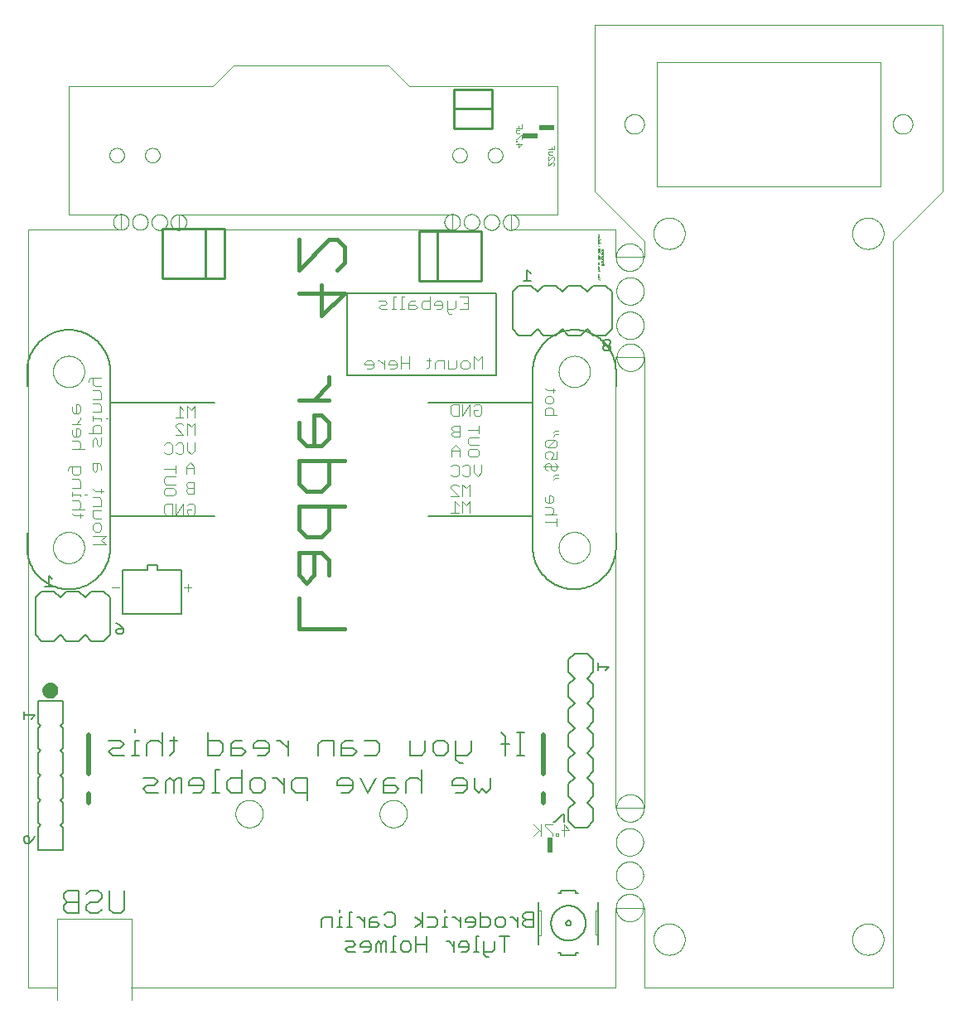
<source format=gbo>
G75*
%MOIN*%
%OFA0B0*%
%FSLAX25Y25*%
%IPPOS*%
%LPD*%
%AMOC8*
5,1,8,0,0,1.08239X$1,22.5*
%
%ADD10C,0.00000*%
%ADD11C,0.01200*%
%ADD12R,0.02000X0.06000*%
%ADD13C,0.00800*%
%ADD14C,0.02000*%
%ADD15C,0.00500*%
%ADD16C,0.00400*%
%ADD17C,0.00100*%
%ADD18C,0.01600*%
%ADD19C,0.01000*%
%ADD20R,0.05906X0.02362*%
%ADD21C,0.00600*%
%ADD22C,0.00200*%
D10*
X0040000Y0009500D02*
X0051500Y0009500D01*
X0051600Y0004700D02*
X0051600Y0037200D01*
X0081600Y0037200D01*
X0081600Y0004700D01*
X0081500Y0009500D02*
X0276300Y0009500D01*
X0276300Y0041700D01*
X0288000Y0041700D01*
X0288000Y0009500D01*
X0388000Y0009500D01*
X0388000Y0310000D01*
X0408000Y0330000D01*
X0408000Y0397000D01*
X0268000Y0397000D01*
X0268000Y0330000D01*
X0288000Y0310000D01*
X0288000Y0303400D01*
X0276300Y0303400D01*
X0276300Y0314500D01*
X0234350Y0314500D01*
X0234300Y0320600D01*
X0253000Y0320600D01*
X0253000Y0372200D01*
X0193315Y0372197D01*
X0185047Y0380465D01*
X0122843Y0380465D01*
X0114575Y0372197D01*
X0056300Y0372197D01*
X0056300Y0320600D01*
X0077500Y0320600D01*
X0077500Y0314500D01*
X0040000Y0314500D01*
X0040000Y0009500D01*
X0123488Y0079500D02*
X0123490Y0079648D01*
X0123496Y0079796D01*
X0123506Y0079944D01*
X0123520Y0080091D01*
X0123538Y0080238D01*
X0123559Y0080384D01*
X0123585Y0080530D01*
X0123615Y0080675D01*
X0123648Y0080819D01*
X0123686Y0080962D01*
X0123727Y0081104D01*
X0123772Y0081245D01*
X0123820Y0081385D01*
X0123873Y0081524D01*
X0123929Y0081661D01*
X0123989Y0081796D01*
X0124052Y0081930D01*
X0124119Y0082062D01*
X0124190Y0082192D01*
X0124264Y0082320D01*
X0124341Y0082446D01*
X0124422Y0082570D01*
X0124506Y0082692D01*
X0124593Y0082811D01*
X0124684Y0082928D01*
X0124778Y0083043D01*
X0124874Y0083155D01*
X0124974Y0083265D01*
X0125076Y0083371D01*
X0125182Y0083475D01*
X0125290Y0083576D01*
X0125401Y0083674D01*
X0125514Y0083770D01*
X0125630Y0083862D01*
X0125748Y0083951D01*
X0125869Y0084036D01*
X0125992Y0084119D01*
X0126117Y0084198D01*
X0126244Y0084274D01*
X0126373Y0084346D01*
X0126504Y0084415D01*
X0126637Y0084480D01*
X0126772Y0084541D01*
X0126908Y0084599D01*
X0127045Y0084654D01*
X0127184Y0084704D01*
X0127325Y0084751D01*
X0127466Y0084794D01*
X0127609Y0084834D01*
X0127753Y0084869D01*
X0127897Y0084901D01*
X0128043Y0084928D01*
X0128189Y0084952D01*
X0128336Y0084972D01*
X0128483Y0084988D01*
X0128630Y0085000D01*
X0128778Y0085008D01*
X0128926Y0085012D01*
X0129074Y0085012D01*
X0129222Y0085008D01*
X0129370Y0085000D01*
X0129517Y0084988D01*
X0129664Y0084972D01*
X0129811Y0084952D01*
X0129957Y0084928D01*
X0130103Y0084901D01*
X0130247Y0084869D01*
X0130391Y0084834D01*
X0130534Y0084794D01*
X0130675Y0084751D01*
X0130816Y0084704D01*
X0130955Y0084654D01*
X0131092Y0084599D01*
X0131228Y0084541D01*
X0131363Y0084480D01*
X0131496Y0084415D01*
X0131627Y0084346D01*
X0131756Y0084274D01*
X0131883Y0084198D01*
X0132008Y0084119D01*
X0132131Y0084036D01*
X0132252Y0083951D01*
X0132370Y0083862D01*
X0132486Y0083770D01*
X0132599Y0083674D01*
X0132710Y0083576D01*
X0132818Y0083475D01*
X0132924Y0083371D01*
X0133026Y0083265D01*
X0133126Y0083155D01*
X0133222Y0083043D01*
X0133316Y0082928D01*
X0133407Y0082811D01*
X0133494Y0082692D01*
X0133578Y0082570D01*
X0133659Y0082446D01*
X0133736Y0082320D01*
X0133810Y0082192D01*
X0133881Y0082062D01*
X0133948Y0081930D01*
X0134011Y0081796D01*
X0134071Y0081661D01*
X0134127Y0081524D01*
X0134180Y0081385D01*
X0134228Y0081245D01*
X0134273Y0081104D01*
X0134314Y0080962D01*
X0134352Y0080819D01*
X0134385Y0080675D01*
X0134415Y0080530D01*
X0134441Y0080384D01*
X0134462Y0080238D01*
X0134480Y0080091D01*
X0134494Y0079944D01*
X0134504Y0079796D01*
X0134510Y0079648D01*
X0134512Y0079500D01*
X0134510Y0079352D01*
X0134504Y0079204D01*
X0134494Y0079056D01*
X0134480Y0078909D01*
X0134462Y0078762D01*
X0134441Y0078616D01*
X0134415Y0078470D01*
X0134385Y0078325D01*
X0134352Y0078181D01*
X0134314Y0078038D01*
X0134273Y0077896D01*
X0134228Y0077755D01*
X0134180Y0077615D01*
X0134127Y0077476D01*
X0134071Y0077339D01*
X0134011Y0077204D01*
X0133948Y0077070D01*
X0133881Y0076938D01*
X0133810Y0076808D01*
X0133736Y0076680D01*
X0133659Y0076554D01*
X0133578Y0076430D01*
X0133494Y0076308D01*
X0133407Y0076189D01*
X0133316Y0076072D01*
X0133222Y0075957D01*
X0133126Y0075845D01*
X0133026Y0075735D01*
X0132924Y0075629D01*
X0132818Y0075525D01*
X0132710Y0075424D01*
X0132599Y0075326D01*
X0132486Y0075230D01*
X0132370Y0075138D01*
X0132252Y0075049D01*
X0132131Y0074964D01*
X0132008Y0074881D01*
X0131883Y0074802D01*
X0131756Y0074726D01*
X0131627Y0074654D01*
X0131496Y0074585D01*
X0131363Y0074520D01*
X0131228Y0074459D01*
X0131092Y0074401D01*
X0130955Y0074346D01*
X0130816Y0074296D01*
X0130675Y0074249D01*
X0130534Y0074206D01*
X0130391Y0074166D01*
X0130247Y0074131D01*
X0130103Y0074099D01*
X0129957Y0074072D01*
X0129811Y0074048D01*
X0129664Y0074028D01*
X0129517Y0074012D01*
X0129370Y0074000D01*
X0129222Y0073992D01*
X0129074Y0073988D01*
X0128926Y0073988D01*
X0128778Y0073992D01*
X0128630Y0074000D01*
X0128483Y0074012D01*
X0128336Y0074028D01*
X0128189Y0074048D01*
X0128043Y0074072D01*
X0127897Y0074099D01*
X0127753Y0074131D01*
X0127609Y0074166D01*
X0127466Y0074206D01*
X0127325Y0074249D01*
X0127184Y0074296D01*
X0127045Y0074346D01*
X0126908Y0074401D01*
X0126772Y0074459D01*
X0126637Y0074520D01*
X0126504Y0074585D01*
X0126373Y0074654D01*
X0126244Y0074726D01*
X0126117Y0074802D01*
X0125992Y0074881D01*
X0125869Y0074964D01*
X0125748Y0075049D01*
X0125630Y0075138D01*
X0125514Y0075230D01*
X0125401Y0075326D01*
X0125290Y0075424D01*
X0125182Y0075525D01*
X0125076Y0075629D01*
X0124974Y0075735D01*
X0124874Y0075845D01*
X0124778Y0075957D01*
X0124684Y0076072D01*
X0124593Y0076189D01*
X0124506Y0076308D01*
X0124422Y0076430D01*
X0124341Y0076554D01*
X0124264Y0076680D01*
X0124190Y0076808D01*
X0124119Y0076938D01*
X0124052Y0077070D01*
X0123989Y0077204D01*
X0123929Y0077339D01*
X0123873Y0077476D01*
X0123820Y0077615D01*
X0123772Y0077755D01*
X0123727Y0077896D01*
X0123686Y0078038D01*
X0123648Y0078181D01*
X0123615Y0078325D01*
X0123585Y0078470D01*
X0123559Y0078616D01*
X0123538Y0078762D01*
X0123520Y0078909D01*
X0123506Y0079056D01*
X0123496Y0079204D01*
X0123490Y0079352D01*
X0123488Y0079500D01*
X0181488Y0079500D02*
X0181490Y0079648D01*
X0181496Y0079796D01*
X0181506Y0079944D01*
X0181520Y0080091D01*
X0181538Y0080238D01*
X0181559Y0080384D01*
X0181585Y0080530D01*
X0181615Y0080675D01*
X0181648Y0080819D01*
X0181686Y0080962D01*
X0181727Y0081104D01*
X0181772Y0081245D01*
X0181820Y0081385D01*
X0181873Y0081524D01*
X0181929Y0081661D01*
X0181989Y0081796D01*
X0182052Y0081930D01*
X0182119Y0082062D01*
X0182190Y0082192D01*
X0182264Y0082320D01*
X0182341Y0082446D01*
X0182422Y0082570D01*
X0182506Y0082692D01*
X0182593Y0082811D01*
X0182684Y0082928D01*
X0182778Y0083043D01*
X0182874Y0083155D01*
X0182974Y0083265D01*
X0183076Y0083371D01*
X0183182Y0083475D01*
X0183290Y0083576D01*
X0183401Y0083674D01*
X0183514Y0083770D01*
X0183630Y0083862D01*
X0183748Y0083951D01*
X0183869Y0084036D01*
X0183992Y0084119D01*
X0184117Y0084198D01*
X0184244Y0084274D01*
X0184373Y0084346D01*
X0184504Y0084415D01*
X0184637Y0084480D01*
X0184772Y0084541D01*
X0184908Y0084599D01*
X0185045Y0084654D01*
X0185184Y0084704D01*
X0185325Y0084751D01*
X0185466Y0084794D01*
X0185609Y0084834D01*
X0185753Y0084869D01*
X0185897Y0084901D01*
X0186043Y0084928D01*
X0186189Y0084952D01*
X0186336Y0084972D01*
X0186483Y0084988D01*
X0186630Y0085000D01*
X0186778Y0085008D01*
X0186926Y0085012D01*
X0187074Y0085012D01*
X0187222Y0085008D01*
X0187370Y0085000D01*
X0187517Y0084988D01*
X0187664Y0084972D01*
X0187811Y0084952D01*
X0187957Y0084928D01*
X0188103Y0084901D01*
X0188247Y0084869D01*
X0188391Y0084834D01*
X0188534Y0084794D01*
X0188675Y0084751D01*
X0188816Y0084704D01*
X0188955Y0084654D01*
X0189092Y0084599D01*
X0189228Y0084541D01*
X0189363Y0084480D01*
X0189496Y0084415D01*
X0189627Y0084346D01*
X0189756Y0084274D01*
X0189883Y0084198D01*
X0190008Y0084119D01*
X0190131Y0084036D01*
X0190252Y0083951D01*
X0190370Y0083862D01*
X0190486Y0083770D01*
X0190599Y0083674D01*
X0190710Y0083576D01*
X0190818Y0083475D01*
X0190924Y0083371D01*
X0191026Y0083265D01*
X0191126Y0083155D01*
X0191222Y0083043D01*
X0191316Y0082928D01*
X0191407Y0082811D01*
X0191494Y0082692D01*
X0191578Y0082570D01*
X0191659Y0082446D01*
X0191736Y0082320D01*
X0191810Y0082192D01*
X0191881Y0082062D01*
X0191948Y0081930D01*
X0192011Y0081796D01*
X0192071Y0081661D01*
X0192127Y0081524D01*
X0192180Y0081385D01*
X0192228Y0081245D01*
X0192273Y0081104D01*
X0192314Y0080962D01*
X0192352Y0080819D01*
X0192385Y0080675D01*
X0192415Y0080530D01*
X0192441Y0080384D01*
X0192462Y0080238D01*
X0192480Y0080091D01*
X0192494Y0079944D01*
X0192504Y0079796D01*
X0192510Y0079648D01*
X0192512Y0079500D01*
X0192510Y0079352D01*
X0192504Y0079204D01*
X0192494Y0079056D01*
X0192480Y0078909D01*
X0192462Y0078762D01*
X0192441Y0078616D01*
X0192415Y0078470D01*
X0192385Y0078325D01*
X0192352Y0078181D01*
X0192314Y0078038D01*
X0192273Y0077896D01*
X0192228Y0077755D01*
X0192180Y0077615D01*
X0192127Y0077476D01*
X0192071Y0077339D01*
X0192011Y0077204D01*
X0191948Y0077070D01*
X0191881Y0076938D01*
X0191810Y0076808D01*
X0191736Y0076680D01*
X0191659Y0076554D01*
X0191578Y0076430D01*
X0191494Y0076308D01*
X0191407Y0076189D01*
X0191316Y0076072D01*
X0191222Y0075957D01*
X0191126Y0075845D01*
X0191026Y0075735D01*
X0190924Y0075629D01*
X0190818Y0075525D01*
X0190710Y0075424D01*
X0190599Y0075326D01*
X0190486Y0075230D01*
X0190370Y0075138D01*
X0190252Y0075049D01*
X0190131Y0074964D01*
X0190008Y0074881D01*
X0189883Y0074802D01*
X0189756Y0074726D01*
X0189627Y0074654D01*
X0189496Y0074585D01*
X0189363Y0074520D01*
X0189228Y0074459D01*
X0189092Y0074401D01*
X0188955Y0074346D01*
X0188816Y0074296D01*
X0188675Y0074249D01*
X0188534Y0074206D01*
X0188391Y0074166D01*
X0188247Y0074131D01*
X0188103Y0074099D01*
X0187957Y0074072D01*
X0187811Y0074048D01*
X0187664Y0074028D01*
X0187517Y0074012D01*
X0187370Y0074000D01*
X0187222Y0073992D01*
X0187074Y0073988D01*
X0186926Y0073988D01*
X0186778Y0073992D01*
X0186630Y0074000D01*
X0186483Y0074012D01*
X0186336Y0074028D01*
X0186189Y0074048D01*
X0186043Y0074072D01*
X0185897Y0074099D01*
X0185753Y0074131D01*
X0185609Y0074166D01*
X0185466Y0074206D01*
X0185325Y0074249D01*
X0185184Y0074296D01*
X0185045Y0074346D01*
X0184908Y0074401D01*
X0184772Y0074459D01*
X0184637Y0074520D01*
X0184504Y0074585D01*
X0184373Y0074654D01*
X0184244Y0074726D01*
X0184117Y0074802D01*
X0183992Y0074881D01*
X0183869Y0074964D01*
X0183748Y0075049D01*
X0183630Y0075138D01*
X0183514Y0075230D01*
X0183401Y0075326D01*
X0183290Y0075424D01*
X0183182Y0075525D01*
X0183076Y0075629D01*
X0182974Y0075735D01*
X0182874Y0075845D01*
X0182778Y0075957D01*
X0182684Y0076072D01*
X0182593Y0076189D01*
X0182506Y0076308D01*
X0182422Y0076430D01*
X0182341Y0076554D01*
X0182264Y0076680D01*
X0182190Y0076808D01*
X0182119Y0076938D01*
X0182052Y0077070D01*
X0181989Y0077204D01*
X0181929Y0077339D01*
X0181873Y0077476D01*
X0181820Y0077615D01*
X0181772Y0077755D01*
X0181727Y0077896D01*
X0181686Y0078038D01*
X0181648Y0078181D01*
X0181615Y0078325D01*
X0181585Y0078470D01*
X0181559Y0078616D01*
X0181538Y0078762D01*
X0181520Y0078909D01*
X0181506Y0079056D01*
X0181496Y0079204D01*
X0181490Y0079352D01*
X0181488Y0079500D01*
X0276300Y0081800D02*
X0288000Y0081800D01*
X0288000Y0263100D01*
X0276300Y0263100D01*
X0276300Y0081800D01*
X0276788Y0081800D02*
X0276790Y0081948D01*
X0276796Y0082096D01*
X0276806Y0082244D01*
X0276820Y0082391D01*
X0276838Y0082538D01*
X0276859Y0082684D01*
X0276885Y0082830D01*
X0276915Y0082975D01*
X0276948Y0083119D01*
X0276986Y0083262D01*
X0277027Y0083404D01*
X0277072Y0083545D01*
X0277120Y0083685D01*
X0277173Y0083824D01*
X0277229Y0083961D01*
X0277289Y0084096D01*
X0277352Y0084230D01*
X0277419Y0084362D01*
X0277490Y0084492D01*
X0277564Y0084620D01*
X0277641Y0084746D01*
X0277722Y0084870D01*
X0277806Y0084992D01*
X0277893Y0085111D01*
X0277984Y0085228D01*
X0278078Y0085343D01*
X0278174Y0085455D01*
X0278274Y0085565D01*
X0278376Y0085671D01*
X0278482Y0085775D01*
X0278590Y0085876D01*
X0278701Y0085974D01*
X0278814Y0086070D01*
X0278930Y0086162D01*
X0279048Y0086251D01*
X0279169Y0086336D01*
X0279292Y0086419D01*
X0279417Y0086498D01*
X0279544Y0086574D01*
X0279673Y0086646D01*
X0279804Y0086715D01*
X0279937Y0086780D01*
X0280072Y0086841D01*
X0280208Y0086899D01*
X0280345Y0086954D01*
X0280484Y0087004D01*
X0280625Y0087051D01*
X0280766Y0087094D01*
X0280909Y0087134D01*
X0281053Y0087169D01*
X0281197Y0087201D01*
X0281343Y0087228D01*
X0281489Y0087252D01*
X0281636Y0087272D01*
X0281783Y0087288D01*
X0281930Y0087300D01*
X0282078Y0087308D01*
X0282226Y0087312D01*
X0282374Y0087312D01*
X0282522Y0087308D01*
X0282670Y0087300D01*
X0282817Y0087288D01*
X0282964Y0087272D01*
X0283111Y0087252D01*
X0283257Y0087228D01*
X0283403Y0087201D01*
X0283547Y0087169D01*
X0283691Y0087134D01*
X0283834Y0087094D01*
X0283975Y0087051D01*
X0284116Y0087004D01*
X0284255Y0086954D01*
X0284392Y0086899D01*
X0284528Y0086841D01*
X0284663Y0086780D01*
X0284796Y0086715D01*
X0284927Y0086646D01*
X0285056Y0086574D01*
X0285183Y0086498D01*
X0285308Y0086419D01*
X0285431Y0086336D01*
X0285552Y0086251D01*
X0285670Y0086162D01*
X0285786Y0086070D01*
X0285899Y0085974D01*
X0286010Y0085876D01*
X0286118Y0085775D01*
X0286224Y0085671D01*
X0286326Y0085565D01*
X0286426Y0085455D01*
X0286522Y0085343D01*
X0286616Y0085228D01*
X0286707Y0085111D01*
X0286794Y0084992D01*
X0286878Y0084870D01*
X0286959Y0084746D01*
X0287036Y0084620D01*
X0287110Y0084492D01*
X0287181Y0084362D01*
X0287248Y0084230D01*
X0287311Y0084096D01*
X0287371Y0083961D01*
X0287427Y0083824D01*
X0287480Y0083685D01*
X0287528Y0083545D01*
X0287573Y0083404D01*
X0287614Y0083262D01*
X0287652Y0083119D01*
X0287685Y0082975D01*
X0287715Y0082830D01*
X0287741Y0082684D01*
X0287762Y0082538D01*
X0287780Y0082391D01*
X0287794Y0082244D01*
X0287804Y0082096D01*
X0287810Y0081948D01*
X0287812Y0081800D01*
X0287810Y0081652D01*
X0287804Y0081504D01*
X0287794Y0081356D01*
X0287780Y0081209D01*
X0287762Y0081062D01*
X0287741Y0080916D01*
X0287715Y0080770D01*
X0287685Y0080625D01*
X0287652Y0080481D01*
X0287614Y0080338D01*
X0287573Y0080196D01*
X0287528Y0080055D01*
X0287480Y0079915D01*
X0287427Y0079776D01*
X0287371Y0079639D01*
X0287311Y0079504D01*
X0287248Y0079370D01*
X0287181Y0079238D01*
X0287110Y0079108D01*
X0287036Y0078980D01*
X0286959Y0078854D01*
X0286878Y0078730D01*
X0286794Y0078608D01*
X0286707Y0078489D01*
X0286616Y0078372D01*
X0286522Y0078257D01*
X0286426Y0078145D01*
X0286326Y0078035D01*
X0286224Y0077929D01*
X0286118Y0077825D01*
X0286010Y0077724D01*
X0285899Y0077626D01*
X0285786Y0077530D01*
X0285670Y0077438D01*
X0285552Y0077349D01*
X0285431Y0077264D01*
X0285308Y0077181D01*
X0285183Y0077102D01*
X0285056Y0077026D01*
X0284927Y0076954D01*
X0284796Y0076885D01*
X0284663Y0076820D01*
X0284528Y0076759D01*
X0284392Y0076701D01*
X0284255Y0076646D01*
X0284116Y0076596D01*
X0283975Y0076549D01*
X0283834Y0076506D01*
X0283691Y0076466D01*
X0283547Y0076431D01*
X0283403Y0076399D01*
X0283257Y0076372D01*
X0283111Y0076348D01*
X0282964Y0076328D01*
X0282817Y0076312D01*
X0282670Y0076300D01*
X0282522Y0076292D01*
X0282374Y0076288D01*
X0282226Y0076288D01*
X0282078Y0076292D01*
X0281930Y0076300D01*
X0281783Y0076312D01*
X0281636Y0076328D01*
X0281489Y0076348D01*
X0281343Y0076372D01*
X0281197Y0076399D01*
X0281053Y0076431D01*
X0280909Y0076466D01*
X0280766Y0076506D01*
X0280625Y0076549D01*
X0280484Y0076596D01*
X0280345Y0076646D01*
X0280208Y0076701D01*
X0280072Y0076759D01*
X0279937Y0076820D01*
X0279804Y0076885D01*
X0279673Y0076954D01*
X0279544Y0077026D01*
X0279417Y0077102D01*
X0279292Y0077181D01*
X0279169Y0077264D01*
X0279048Y0077349D01*
X0278930Y0077438D01*
X0278814Y0077530D01*
X0278701Y0077626D01*
X0278590Y0077724D01*
X0278482Y0077825D01*
X0278376Y0077929D01*
X0278274Y0078035D01*
X0278174Y0078145D01*
X0278078Y0078257D01*
X0277984Y0078372D01*
X0277893Y0078489D01*
X0277806Y0078608D01*
X0277722Y0078730D01*
X0277641Y0078854D01*
X0277564Y0078980D01*
X0277490Y0079108D01*
X0277419Y0079238D01*
X0277352Y0079370D01*
X0277289Y0079504D01*
X0277229Y0079639D01*
X0277173Y0079776D01*
X0277120Y0079915D01*
X0277072Y0080055D01*
X0277027Y0080196D01*
X0276986Y0080338D01*
X0276948Y0080481D01*
X0276915Y0080625D01*
X0276885Y0080770D01*
X0276859Y0080916D01*
X0276838Y0081062D01*
X0276820Y0081209D01*
X0276806Y0081356D01*
X0276796Y0081504D01*
X0276790Y0081652D01*
X0276788Y0081800D01*
X0276588Y0068100D02*
X0276590Y0068248D01*
X0276596Y0068396D01*
X0276606Y0068544D01*
X0276620Y0068691D01*
X0276638Y0068838D01*
X0276659Y0068984D01*
X0276685Y0069130D01*
X0276715Y0069275D01*
X0276748Y0069419D01*
X0276786Y0069562D01*
X0276827Y0069704D01*
X0276872Y0069845D01*
X0276920Y0069985D01*
X0276973Y0070124D01*
X0277029Y0070261D01*
X0277089Y0070396D01*
X0277152Y0070530D01*
X0277219Y0070662D01*
X0277290Y0070792D01*
X0277364Y0070920D01*
X0277441Y0071046D01*
X0277522Y0071170D01*
X0277606Y0071292D01*
X0277693Y0071411D01*
X0277784Y0071528D01*
X0277878Y0071643D01*
X0277974Y0071755D01*
X0278074Y0071865D01*
X0278176Y0071971D01*
X0278282Y0072075D01*
X0278390Y0072176D01*
X0278501Y0072274D01*
X0278614Y0072370D01*
X0278730Y0072462D01*
X0278848Y0072551D01*
X0278969Y0072636D01*
X0279092Y0072719D01*
X0279217Y0072798D01*
X0279344Y0072874D01*
X0279473Y0072946D01*
X0279604Y0073015D01*
X0279737Y0073080D01*
X0279872Y0073141D01*
X0280008Y0073199D01*
X0280145Y0073254D01*
X0280284Y0073304D01*
X0280425Y0073351D01*
X0280566Y0073394D01*
X0280709Y0073434D01*
X0280853Y0073469D01*
X0280997Y0073501D01*
X0281143Y0073528D01*
X0281289Y0073552D01*
X0281436Y0073572D01*
X0281583Y0073588D01*
X0281730Y0073600D01*
X0281878Y0073608D01*
X0282026Y0073612D01*
X0282174Y0073612D01*
X0282322Y0073608D01*
X0282470Y0073600D01*
X0282617Y0073588D01*
X0282764Y0073572D01*
X0282911Y0073552D01*
X0283057Y0073528D01*
X0283203Y0073501D01*
X0283347Y0073469D01*
X0283491Y0073434D01*
X0283634Y0073394D01*
X0283775Y0073351D01*
X0283916Y0073304D01*
X0284055Y0073254D01*
X0284192Y0073199D01*
X0284328Y0073141D01*
X0284463Y0073080D01*
X0284596Y0073015D01*
X0284727Y0072946D01*
X0284856Y0072874D01*
X0284983Y0072798D01*
X0285108Y0072719D01*
X0285231Y0072636D01*
X0285352Y0072551D01*
X0285470Y0072462D01*
X0285586Y0072370D01*
X0285699Y0072274D01*
X0285810Y0072176D01*
X0285918Y0072075D01*
X0286024Y0071971D01*
X0286126Y0071865D01*
X0286226Y0071755D01*
X0286322Y0071643D01*
X0286416Y0071528D01*
X0286507Y0071411D01*
X0286594Y0071292D01*
X0286678Y0071170D01*
X0286759Y0071046D01*
X0286836Y0070920D01*
X0286910Y0070792D01*
X0286981Y0070662D01*
X0287048Y0070530D01*
X0287111Y0070396D01*
X0287171Y0070261D01*
X0287227Y0070124D01*
X0287280Y0069985D01*
X0287328Y0069845D01*
X0287373Y0069704D01*
X0287414Y0069562D01*
X0287452Y0069419D01*
X0287485Y0069275D01*
X0287515Y0069130D01*
X0287541Y0068984D01*
X0287562Y0068838D01*
X0287580Y0068691D01*
X0287594Y0068544D01*
X0287604Y0068396D01*
X0287610Y0068248D01*
X0287612Y0068100D01*
X0287610Y0067952D01*
X0287604Y0067804D01*
X0287594Y0067656D01*
X0287580Y0067509D01*
X0287562Y0067362D01*
X0287541Y0067216D01*
X0287515Y0067070D01*
X0287485Y0066925D01*
X0287452Y0066781D01*
X0287414Y0066638D01*
X0287373Y0066496D01*
X0287328Y0066355D01*
X0287280Y0066215D01*
X0287227Y0066076D01*
X0287171Y0065939D01*
X0287111Y0065804D01*
X0287048Y0065670D01*
X0286981Y0065538D01*
X0286910Y0065408D01*
X0286836Y0065280D01*
X0286759Y0065154D01*
X0286678Y0065030D01*
X0286594Y0064908D01*
X0286507Y0064789D01*
X0286416Y0064672D01*
X0286322Y0064557D01*
X0286226Y0064445D01*
X0286126Y0064335D01*
X0286024Y0064229D01*
X0285918Y0064125D01*
X0285810Y0064024D01*
X0285699Y0063926D01*
X0285586Y0063830D01*
X0285470Y0063738D01*
X0285352Y0063649D01*
X0285231Y0063564D01*
X0285108Y0063481D01*
X0284983Y0063402D01*
X0284856Y0063326D01*
X0284727Y0063254D01*
X0284596Y0063185D01*
X0284463Y0063120D01*
X0284328Y0063059D01*
X0284192Y0063001D01*
X0284055Y0062946D01*
X0283916Y0062896D01*
X0283775Y0062849D01*
X0283634Y0062806D01*
X0283491Y0062766D01*
X0283347Y0062731D01*
X0283203Y0062699D01*
X0283057Y0062672D01*
X0282911Y0062648D01*
X0282764Y0062628D01*
X0282617Y0062612D01*
X0282470Y0062600D01*
X0282322Y0062592D01*
X0282174Y0062588D01*
X0282026Y0062588D01*
X0281878Y0062592D01*
X0281730Y0062600D01*
X0281583Y0062612D01*
X0281436Y0062628D01*
X0281289Y0062648D01*
X0281143Y0062672D01*
X0280997Y0062699D01*
X0280853Y0062731D01*
X0280709Y0062766D01*
X0280566Y0062806D01*
X0280425Y0062849D01*
X0280284Y0062896D01*
X0280145Y0062946D01*
X0280008Y0063001D01*
X0279872Y0063059D01*
X0279737Y0063120D01*
X0279604Y0063185D01*
X0279473Y0063254D01*
X0279344Y0063326D01*
X0279217Y0063402D01*
X0279092Y0063481D01*
X0278969Y0063564D01*
X0278848Y0063649D01*
X0278730Y0063738D01*
X0278614Y0063830D01*
X0278501Y0063926D01*
X0278390Y0064024D01*
X0278282Y0064125D01*
X0278176Y0064229D01*
X0278074Y0064335D01*
X0277974Y0064445D01*
X0277878Y0064557D01*
X0277784Y0064672D01*
X0277693Y0064789D01*
X0277606Y0064908D01*
X0277522Y0065030D01*
X0277441Y0065154D01*
X0277364Y0065280D01*
X0277290Y0065408D01*
X0277219Y0065538D01*
X0277152Y0065670D01*
X0277089Y0065804D01*
X0277029Y0065939D01*
X0276973Y0066076D01*
X0276920Y0066215D01*
X0276872Y0066355D01*
X0276827Y0066496D01*
X0276786Y0066638D01*
X0276748Y0066781D01*
X0276715Y0066925D01*
X0276685Y0067070D01*
X0276659Y0067216D01*
X0276638Y0067362D01*
X0276620Y0067509D01*
X0276606Y0067656D01*
X0276596Y0067804D01*
X0276590Y0067952D01*
X0276588Y0068100D01*
X0276588Y0054700D02*
X0276590Y0054848D01*
X0276596Y0054996D01*
X0276606Y0055144D01*
X0276620Y0055291D01*
X0276638Y0055438D01*
X0276659Y0055584D01*
X0276685Y0055730D01*
X0276715Y0055875D01*
X0276748Y0056019D01*
X0276786Y0056162D01*
X0276827Y0056304D01*
X0276872Y0056445D01*
X0276920Y0056585D01*
X0276973Y0056724D01*
X0277029Y0056861D01*
X0277089Y0056996D01*
X0277152Y0057130D01*
X0277219Y0057262D01*
X0277290Y0057392D01*
X0277364Y0057520D01*
X0277441Y0057646D01*
X0277522Y0057770D01*
X0277606Y0057892D01*
X0277693Y0058011D01*
X0277784Y0058128D01*
X0277878Y0058243D01*
X0277974Y0058355D01*
X0278074Y0058465D01*
X0278176Y0058571D01*
X0278282Y0058675D01*
X0278390Y0058776D01*
X0278501Y0058874D01*
X0278614Y0058970D01*
X0278730Y0059062D01*
X0278848Y0059151D01*
X0278969Y0059236D01*
X0279092Y0059319D01*
X0279217Y0059398D01*
X0279344Y0059474D01*
X0279473Y0059546D01*
X0279604Y0059615D01*
X0279737Y0059680D01*
X0279872Y0059741D01*
X0280008Y0059799D01*
X0280145Y0059854D01*
X0280284Y0059904D01*
X0280425Y0059951D01*
X0280566Y0059994D01*
X0280709Y0060034D01*
X0280853Y0060069D01*
X0280997Y0060101D01*
X0281143Y0060128D01*
X0281289Y0060152D01*
X0281436Y0060172D01*
X0281583Y0060188D01*
X0281730Y0060200D01*
X0281878Y0060208D01*
X0282026Y0060212D01*
X0282174Y0060212D01*
X0282322Y0060208D01*
X0282470Y0060200D01*
X0282617Y0060188D01*
X0282764Y0060172D01*
X0282911Y0060152D01*
X0283057Y0060128D01*
X0283203Y0060101D01*
X0283347Y0060069D01*
X0283491Y0060034D01*
X0283634Y0059994D01*
X0283775Y0059951D01*
X0283916Y0059904D01*
X0284055Y0059854D01*
X0284192Y0059799D01*
X0284328Y0059741D01*
X0284463Y0059680D01*
X0284596Y0059615D01*
X0284727Y0059546D01*
X0284856Y0059474D01*
X0284983Y0059398D01*
X0285108Y0059319D01*
X0285231Y0059236D01*
X0285352Y0059151D01*
X0285470Y0059062D01*
X0285586Y0058970D01*
X0285699Y0058874D01*
X0285810Y0058776D01*
X0285918Y0058675D01*
X0286024Y0058571D01*
X0286126Y0058465D01*
X0286226Y0058355D01*
X0286322Y0058243D01*
X0286416Y0058128D01*
X0286507Y0058011D01*
X0286594Y0057892D01*
X0286678Y0057770D01*
X0286759Y0057646D01*
X0286836Y0057520D01*
X0286910Y0057392D01*
X0286981Y0057262D01*
X0287048Y0057130D01*
X0287111Y0056996D01*
X0287171Y0056861D01*
X0287227Y0056724D01*
X0287280Y0056585D01*
X0287328Y0056445D01*
X0287373Y0056304D01*
X0287414Y0056162D01*
X0287452Y0056019D01*
X0287485Y0055875D01*
X0287515Y0055730D01*
X0287541Y0055584D01*
X0287562Y0055438D01*
X0287580Y0055291D01*
X0287594Y0055144D01*
X0287604Y0054996D01*
X0287610Y0054848D01*
X0287612Y0054700D01*
X0287610Y0054552D01*
X0287604Y0054404D01*
X0287594Y0054256D01*
X0287580Y0054109D01*
X0287562Y0053962D01*
X0287541Y0053816D01*
X0287515Y0053670D01*
X0287485Y0053525D01*
X0287452Y0053381D01*
X0287414Y0053238D01*
X0287373Y0053096D01*
X0287328Y0052955D01*
X0287280Y0052815D01*
X0287227Y0052676D01*
X0287171Y0052539D01*
X0287111Y0052404D01*
X0287048Y0052270D01*
X0286981Y0052138D01*
X0286910Y0052008D01*
X0286836Y0051880D01*
X0286759Y0051754D01*
X0286678Y0051630D01*
X0286594Y0051508D01*
X0286507Y0051389D01*
X0286416Y0051272D01*
X0286322Y0051157D01*
X0286226Y0051045D01*
X0286126Y0050935D01*
X0286024Y0050829D01*
X0285918Y0050725D01*
X0285810Y0050624D01*
X0285699Y0050526D01*
X0285586Y0050430D01*
X0285470Y0050338D01*
X0285352Y0050249D01*
X0285231Y0050164D01*
X0285108Y0050081D01*
X0284983Y0050002D01*
X0284856Y0049926D01*
X0284727Y0049854D01*
X0284596Y0049785D01*
X0284463Y0049720D01*
X0284328Y0049659D01*
X0284192Y0049601D01*
X0284055Y0049546D01*
X0283916Y0049496D01*
X0283775Y0049449D01*
X0283634Y0049406D01*
X0283491Y0049366D01*
X0283347Y0049331D01*
X0283203Y0049299D01*
X0283057Y0049272D01*
X0282911Y0049248D01*
X0282764Y0049228D01*
X0282617Y0049212D01*
X0282470Y0049200D01*
X0282322Y0049192D01*
X0282174Y0049188D01*
X0282026Y0049188D01*
X0281878Y0049192D01*
X0281730Y0049200D01*
X0281583Y0049212D01*
X0281436Y0049228D01*
X0281289Y0049248D01*
X0281143Y0049272D01*
X0280997Y0049299D01*
X0280853Y0049331D01*
X0280709Y0049366D01*
X0280566Y0049406D01*
X0280425Y0049449D01*
X0280284Y0049496D01*
X0280145Y0049546D01*
X0280008Y0049601D01*
X0279872Y0049659D01*
X0279737Y0049720D01*
X0279604Y0049785D01*
X0279473Y0049854D01*
X0279344Y0049926D01*
X0279217Y0050002D01*
X0279092Y0050081D01*
X0278969Y0050164D01*
X0278848Y0050249D01*
X0278730Y0050338D01*
X0278614Y0050430D01*
X0278501Y0050526D01*
X0278390Y0050624D01*
X0278282Y0050725D01*
X0278176Y0050829D01*
X0278074Y0050935D01*
X0277974Y0051045D01*
X0277878Y0051157D01*
X0277784Y0051272D01*
X0277693Y0051389D01*
X0277606Y0051508D01*
X0277522Y0051630D01*
X0277441Y0051754D01*
X0277364Y0051880D01*
X0277290Y0052008D01*
X0277219Y0052138D01*
X0277152Y0052270D01*
X0277089Y0052404D01*
X0277029Y0052539D01*
X0276973Y0052676D01*
X0276920Y0052815D01*
X0276872Y0052955D01*
X0276827Y0053096D01*
X0276786Y0053238D01*
X0276748Y0053381D01*
X0276715Y0053525D01*
X0276685Y0053670D01*
X0276659Y0053816D01*
X0276638Y0053962D01*
X0276620Y0054109D01*
X0276606Y0054256D01*
X0276596Y0054404D01*
X0276590Y0054552D01*
X0276588Y0054700D01*
X0276588Y0041700D02*
X0276590Y0041848D01*
X0276596Y0041996D01*
X0276606Y0042144D01*
X0276620Y0042291D01*
X0276638Y0042438D01*
X0276659Y0042584D01*
X0276685Y0042730D01*
X0276715Y0042875D01*
X0276748Y0043019D01*
X0276786Y0043162D01*
X0276827Y0043304D01*
X0276872Y0043445D01*
X0276920Y0043585D01*
X0276973Y0043724D01*
X0277029Y0043861D01*
X0277089Y0043996D01*
X0277152Y0044130D01*
X0277219Y0044262D01*
X0277290Y0044392D01*
X0277364Y0044520D01*
X0277441Y0044646D01*
X0277522Y0044770D01*
X0277606Y0044892D01*
X0277693Y0045011D01*
X0277784Y0045128D01*
X0277878Y0045243D01*
X0277974Y0045355D01*
X0278074Y0045465D01*
X0278176Y0045571D01*
X0278282Y0045675D01*
X0278390Y0045776D01*
X0278501Y0045874D01*
X0278614Y0045970D01*
X0278730Y0046062D01*
X0278848Y0046151D01*
X0278969Y0046236D01*
X0279092Y0046319D01*
X0279217Y0046398D01*
X0279344Y0046474D01*
X0279473Y0046546D01*
X0279604Y0046615D01*
X0279737Y0046680D01*
X0279872Y0046741D01*
X0280008Y0046799D01*
X0280145Y0046854D01*
X0280284Y0046904D01*
X0280425Y0046951D01*
X0280566Y0046994D01*
X0280709Y0047034D01*
X0280853Y0047069D01*
X0280997Y0047101D01*
X0281143Y0047128D01*
X0281289Y0047152D01*
X0281436Y0047172D01*
X0281583Y0047188D01*
X0281730Y0047200D01*
X0281878Y0047208D01*
X0282026Y0047212D01*
X0282174Y0047212D01*
X0282322Y0047208D01*
X0282470Y0047200D01*
X0282617Y0047188D01*
X0282764Y0047172D01*
X0282911Y0047152D01*
X0283057Y0047128D01*
X0283203Y0047101D01*
X0283347Y0047069D01*
X0283491Y0047034D01*
X0283634Y0046994D01*
X0283775Y0046951D01*
X0283916Y0046904D01*
X0284055Y0046854D01*
X0284192Y0046799D01*
X0284328Y0046741D01*
X0284463Y0046680D01*
X0284596Y0046615D01*
X0284727Y0046546D01*
X0284856Y0046474D01*
X0284983Y0046398D01*
X0285108Y0046319D01*
X0285231Y0046236D01*
X0285352Y0046151D01*
X0285470Y0046062D01*
X0285586Y0045970D01*
X0285699Y0045874D01*
X0285810Y0045776D01*
X0285918Y0045675D01*
X0286024Y0045571D01*
X0286126Y0045465D01*
X0286226Y0045355D01*
X0286322Y0045243D01*
X0286416Y0045128D01*
X0286507Y0045011D01*
X0286594Y0044892D01*
X0286678Y0044770D01*
X0286759Y0044646D01*
X0286836Y0044520D01*
X0286910Y0044392D01*
X0286981Y0044262D01*
X0287048Y0044130D01*
X0287111Y0043996D01*
X0287171Y0043861D01*
X0287227Y0043724D01*
X0287280Y0043585D01*
X0287328Y0043445D01*
X0287373Y0043304D01*
X0287414Y0043162D01*
X0287452Y0043019D01*
X0287485Y0042875D01*
X0287515Y0042730D01*
X0287541Y0042584D01*
X0287562Y0042438D01*
X0287580Y0042291D01*
X0287594Y0042144D01*
X0287604Y0041996D01*
X0287610Y0041848D01*
X0287612Y0041700D01*
X0287610Y0041552D01*
X0287604Y0041404D01*
X0287594Y0041256D01*
X0287580Y0041109D01*
X0287562Y0040962D01*
X0287541Y0040816D01*
X0287515Y0040670D01*
X0287485Y0040525D01*
X0287452Y0040381D01*
X0287414Y0040238D01*
X0287373Y0040096D01*
X0287328Y0039955D01*
X0287280Y0039815D01*
X0287227Y0039676D01*
X0287171Y0039539D01*
X0287111Y0039404D01*
X0287048Y0039270D01*
X0286981Y0039138D01*
X0286910Y0039008D01*
X0286836Y0038880D01*
X0286759Y0038754D01*
X0286678Y0038630D01*
X0286594Y0038508D01*
X0286507Y0038389D01*
X0286416Y0038272D01*
X0286322Y0038157D01*
X0286226Y0038045D01*
X0286126Y0037935D01*
X0286024Y0037829D01*
X0285918Y0037725D01*
X0285810Y0037624D01*
X0285699Y0037526D01*
X0285586Y0037430D01*
X0285470Y0037338D01*
X0285352Y0037249D01*
X0285231Y0037164D01*
X0285108Y0037081D01*
X0284983Y0037002D01*
X0284856Y0036926D01*
X0284727Y0036854D01*
X0284596Y0036785D01*
X0284463Y0036720D01*
X0284328Y0036659D01*
X0284192Y0036601D01*
X0284055Y0036546D01*
X0283916Y0036496D01*
X0283775Y0036449D01*
X0283634Y0036406D01*
X0283491Y0036366D01*
X0283347Y0036331D01*
X0283203Y0036299D01*
X0283057Y0036272D01*
X0282911Y0036248D01*
X0282764Y0036228D01*
X0282617Y0036212D01*
X0282470Y0036200D01*
X0282322Y0036192D01*
X0282174Y0036188D01*
X0282026Y0036188D01*
X0281878Y0036192D01*
X0281730Y0036200D01*
X0281583Y0036212D01*
X0281436Y0036228D01*
X0281289Y0036248D01*
X0281143Y0036272D01*
X0280997Y0036299D01*
X0280853Y0036331D01*
X0280709Y0036366D01*
X0280566Y0036406D01*
X0280425Y0036449D01*
X0280284Y0036496D01*
X0280145Y0036546D01*
X0280008Y0036601D01*
X0279872Y0036659D01*
X0279737Y0036720D01*
X0279604Y0036785D01*
X0279473Y0036854D01*
X0279344Y0036926D01*
X0279217Y0037002D01*
X0279092Y0037081D01*
X0278969Y0037164D01*
X0278848Y0037249D01*
X0278730Y0037338D01*
X0278614Y0037430D01*
X0278501Y0037526D01*
X0278390Y0037624D01*
X0278282Y0037725D01*
X0278176Y0037829D01*
X0278074Y0037935D01*
X0277974Y0038045D01*
X0277878Y0038157D01*
X0277784Y0038272D01*
X0277693Y0038389D01*
X0277606Y0038508D01*
X0277522Y0038630D01*
X0277441Y0038754D01*
X0277364Y0038880D01*
X0277290Y0039008D01*
X0277219Y0039138D01*
X0277152Y0039270D01*
X0277089Y0039404D01*
X0277029Y0039539D01*
X0276973Y0039676D01*
X0276920Y0039815D01*
X0276872Y0039955D01*
X0276827Y0040096D01*
X0276786Y0040238D01*
X0276748Y0040381D01*
X0276715Y0040525D01*
X0276685Y0040670D01*
X0276659Y0040816D01*
X0276638Y0040962D01*
X0276620Y0041109D01*
X0276606Y0041256D01*
X0276596Y0041404D01*
X0276590Y0041552D01*
X0276588Y0041700D01*
X0291701Y0029000D02*
X0291703Y0029158D01*
X0291709Y0029316D01*
X0291719Y0029474D01*
X0291733Y0029632D01*
X0291751Y0029789D01*
X0291772Y0029946D01*
X0291798Y0030102D01*
X0291828Y0030258D01*
X0291861Y0030413D01*
X0291899Y0030566D01*
X0291940Y0030719D01*
X0291985Y0030871D01*
X0292034Y0031022D01*
X0292087Y0031171D01*
X0292143Y0031319D01*
X0292203Y0031465D01*
X0292267Y0031610D01*
X0292335Y0031753D01*
X0292406Y0031895D01*
X0292480Y0032035D01*
X0292558Y0032172D01*
X0292640Y0032308D01*
X0292724Y0032442D01*
X0292813Y0032573D01*
X0292904Y0032702D01*
X0292999Y0032829D01*
X0293096Y0032954D01*
X0293197Y0033076D01*
X0293301Y0033195D01*
X0293408Y0033312D01*
X0293518Y0033426D01*
X0293631Y0033537D01*
X0293746Y0033646D01*
X0293864Y0033751D01*
X0293985Y0033853D01*
X0294108Y0033953D01*
X0294234Y0034049D01*
X0294362Y0034142D01*
X0294492Y0034232D01*
X0294625Y0034318D01*
X0294760Y0034402D01*
X0294896Y0034481D01*
X0295035Y0034558D01*
X0295176Y0034630D01*
X0295318Y0034700D01*
X0295462Y0034765D01*
X0295608Y0034827D01*
X0295755Y0034885D01*
X0295904Y0034940D01*
X0296054Y0034991D01*
X0296205Y0035038D01*
X0296357Y0035081D01*
X0296510Y0035120D01*
X0296665Y0035156D01*
X0296820Y0035187D01*
X0296976Y0035215D01*
X0297132Y0035239D01*
X0297289Y0035259D01*
X0297447Y0035275D01*
X0297604Y0035287D01*
X0297763Y0035295D01*
X0297921Y0035299D01*
X0298079Y0035299D01*
X0298237Y0035295D01*
X0298396Y0035287D01*
X0298553Y0035275D01*
X0298711Y0035259D01*
X0298868Y0035239D01*
X0299024Y0035215D01*
X0299180Y0035187D01*
X0299335Y0035156D01*
X0299490Y0035120D01*
X0299643Y0035081D01*
X0299795Y0035038D01*
X0299946Y0034991D01*
X0300096Y0034940D01*
X0300245Y0034885D01*
X0300392Y0034827D01*
X0300538Y0034765D01*
X0300682Y0034700D01*
X0300824Y0034630D01*
X0300965Y0034558D01*
X0301104Y0034481D01*
X0301240Y0034402D01*
X0301375Y0034318D01*
X0301508Y0034232D01*
X0301638Y0034142D01*
X0301766Y0034049D01*
X0301892Y0033953D01*
X0302015Y0033853D01*
X0302136Y0033751D01*
X0302254Y0033646D01*
X0302369Y0033537D01*
X0302482Y0033426D01*
X0302592Y0033312D01*
X0302699Y0033195D01*
X0302803Y0033076D01*
X0302904Y0032954D01*
X0303001Y0032829D01*
X0303096Y0032702D01*
X0303187Y0032573D01*
X0303276Y0032442D01*
X0303360Y0032308D01*
X0303442Y0032172D01*
X0303520Y0032035D01*
X0303594Y0031895D01*
X0303665Y0031753D01*
X0303733Y0031610D01*
X0303797Y0031465D01*
X0303857Y0031319D01*
X0303913Y0031171D01*
X0303966Y0031022D01*
X0304015Y0030871D01*
X0304060Y0030719D01*
X0304101Y0030566D01*
X0304139Y0030413D01*
X0304172Y0030258D01*
X0304202Y0030102D01*
X0304228Y0029946D01*
X0304249Y0029789D01*
X0304267Y0029632D01*
X0304281Y0029474D01*
X0304291Y0029316D01*
X0304297Y0029158D01*
X0304299Y0029000D01*
X0304297Y0028842D01*
X0304291Y0028684D01*
X0304281Y0028526D01*
X0304267Y0028368D01*
X0304249Y0028211D01*
X0304228Y0028054D01*
X0304202Y0027898D01*
X0304172Y0027742D01*
X0304139Y0027587D01*
X0304101Y0027434D01*
X0304060Y0027281D01*
X0304015Y0027129D01*
X0303966Y0026978D01*
X0303913Y0026829D01*
X0303857Y0026681D01*
X0303797Y0026535D01*
X0303733Y0026390D01*
X0303665Y0026247D01*
X0303594Y0026105D01*
X0303520Y0025965D01*
X0303442Y0025828D01*
X0303360Y0025692D01*
X0303276Y0025558D01*
X0303187Y0025427D01*
X0303096Y0025298D01*
X0303001Y0025171D01*
X0302904Y0025046D01*
X0302803Y0024924D01*
X0302699Y0024805D01*
X0302592Y0024688D01*
X0302482Y0024574D01*
X0302369Y0024463D01*
X0302254Y0024354D01*
X0302136Y0024249D01*
X0302015Y0024147D01*
X0301892Y0024047D01*
X0301766Y0023951D01*
X0301638Y0023858D01*
X0301508Y0023768D01*
X0301375Y0023682D01*
X0301240Y0023598D01*
X0301104Y0023519D01*
X0300965Y0023442D01*
X0300824Y0023370D01*
X0300682Y0023300D01*
X0300538Y0023235D01*
X0300392Y0023173D01*
X0300245Y0023115D01*
X0300096Y0023060D01*
X0299946Y0023009D01*
X0299795Y0022962D01*
X0299643Y0022919D01*
X0299490Y0022880D01*
X0299335Y0022844D01*
X0299180Y0022813D01*
X0299024Y0022785D01*
X0298868Y0022761D01*
X0298711Y0022741D01*
X0298553Y0022725D01*
X0298396Y0022713D01*
X0298237Y0022705D01*
X0298079Y0022701D01*
X0297921Y0022701D01*
X0297763Y0022705D01*
X0297604Y0022713D01*
X0297447Y0022725D01*
X0297289Y0022741D01*
X0297132Y0022761D01*
X0296976Y0022785D01*
X0296820Y0022813D01*
X0296665Y0022844D01*
X0296510Y0022880D01*
X0296357Y0022919D01*
X0296205Y0022962D01*
X0296054Y0023009D01*
X0295904Y0023060D01*
X0295755Y0023115D01*
X0295608Y0023173D01*
X0295462Y0023235D01*
X0295318Y0023300D01*
X0295176Y0023370D01*
X0295035Y0023442D01*
X0294896Y0023519D01*
X0294760Y0023598D01*
X0294625Y0023682D01*
X0294492Y0023768D01*
X0294362Y0023858D01*
X0294234Y0023951D01*
X0294108Y0024047D01*
X0293985Y0024147D01*
X0293864Y0024249D01*
X0293746Y0024354D01*
X0293631Y0024463D01*
X0293518Y0024574D01*
X0293408Y0024688D01*
X0293301Y0024805D01*
X0293197Y0024924D01*
X0293096Y0025046D01*
X0292999Y0025171D01*
X0292904Y0025298D01*
X0292813Y0025427D01*
X0292724Y0025558D01*
X0292640Y0025692D01*
X0292558Y0025828D01*
X0292480Y0025965D01*
X0292406Y0026105D01*
X0292335Y0026247D01*
X0292267Y0026390D01*
X0292203Y0026535D01*
X0292143Y0026681D01*
X0292087Y0026829D01*
X0292034Y0026978D01*
X0291985Y0027129D01*
X0291940Y0027281D01*
X0291899Y0027434D01*
X0291861Y0027587D01*
X0291828Y0027742D01*
X0291798Y0027898D01*
X0291772Y0028054D01*
X0291751Y0028211D01*
X0291733Y0028368D01*
X0291719Y0028526D01*
X0291709Y0028684D01*
X0291703Y0028842D01*
X0291701Y0029000D01*
X0371701Y0029000D02*
X0371703Y0029158D01*
X0371709Y0029316D01*
X0371719Y0029474D01*
X0371733Y0029632D01*
X0371751Y0029789D01*
X0371772Y0029946D01*
X0371798Y0030102D01*
X0371828Y0030258D01*
X0371861Y0030413D01*
X0371899Y0030566D01*
X0371940Y0030719D01*
X0371985Y0030871D01*
X0372034Y0031022D01*
X0372087Y0031171D01*
X0372143Y0031319D01*
X0372203Y0031465D01*
X0372267Y0031610D01*
X0372335Y0031753D01*
X0372406Y0031895D01*
X0372480Y0032035D01*
X0372558Y0032172D01*
X0372640Y0032308D01*
X0372724Y0032442D01*
X0372813Y0032573D01*
X0372904Y0032702D01*
X0372999Y0032829D01*
X0373096Y0032954D01*
X0373197Y0033076D01*
X0373301Y0033195D01*
X0373408Y0033312D01*
X0373518Y0033426D01*
X0373631Y0033537D01*
X0373746Y0033646D01*
X0373864Y0033751D01*
X0373985Y0033853D01*
X0374108Y0033953D01*
X0374234Y0034049D01*
X0374362Y0034142D01*
X0374492Y0034232D01*
X0374625Y0034318D01*
X0374760Y0034402D01*
X0374896Y0034481D01*
X0375035Y0034558D01*
X0375176Y0034630D01*
X0375318Y0034700D01*
X0375462Y0034765D01*
X0375608Y0034827D01*
X0375755Y0034885D01*
X0375904Y0034940D01*
X0376054Y0034991D01*
X0376205Y0035038D01*
X0376357Y0035081D01*
X0376510Y0035120D01*
X0376665Y0035156D01*
X0376820Y0035187D01*
X0376976Y0035215D01*
X0377132Y0035239D01*
X0377289Y0035259D01*
X0377447Y0035275D01*
X0377604Y0035287D01*
X0377763Y0035295D01*
X0377921Y0035299D01*
X0378079Y0035299D01*
X0378237Y0035295D01*
X0378396Y0035287D01*
X0378553Y0035275D01*
X0378711Y0035259D01*
X0378868Y0035239D01*
X0379024Y0035215D01*
X0379180Y0035187D01*
X0379335Y0035156D01*
X0379490Y0035120D01*
X0379643Y0035081D01*
X0379795Y0035038D01*
X0379946Y0034991D01*
X0380096Y0034940D01*
X0380245Y0034885D01*
X0380392Y0034827D01*
X0380538Y0034765D01*
X0380682Y0034700D01*
X0380824Y0034630D01*
X0380965Y0034558D01*
X0381104Y0034481D01*
X0381240Y0034402D01*
X0381375Y0034318D01*
X0381508Y0034232D01*
X0381638Y0034142D01*
X0381766Y0034049D01*
X0381892Y0033953D01*
X0382015Y0033853D01*
X0382136Y0033751D01*
X0382254Y0033646D01*
X0382369Y0033537D01*
X0382482Y0033426D01*
X0382592Y0033312D01*
X0382699Y0033195D01*
X0382803Y0033076D01*
X0382904Y0032954D01*
X0383001Y0032829D01*
X0383096Y0032702D01*
X0383187Y0032573D01*
X0383276Y0032442D01*
X0383360Y0032308D01*
X0383442Y0032172D01*
X0383520Y0032035D01*
X0383594Y0031895D01*
X0383665Y0031753D01*
X0383733Y0031610D01*
X0383797Y0031465D01*
X0383857Y0031319D01*
X0383913Y0031171D01*
X0383966Y0031022D01*
X0384015Y0030871D01*
X0384060Y0030719D01*
X0384101Y0030566D01*
X0384139Y0030413D01*
X0384172Y0030258D01*
X0384202Y0030102D01*
X0384228Y0029946D01*
X0384249Y0029789D01*
X0384267Y0029632D01*
X0384281Y0029474D01*
X0384291Y0029316D01*
X0384297Y0029158D01*
X0384299Y0029000D01*
X0384297Y0028842D01*
X0384291Y0028684D01*
X0384281Y0028526D01*
X0384267Y0028368D01*
X0384249Y0028211D01*
X0384228Y0028054D01*
X0384202Y0027898D01*
X0384172Y0027742D01*
X0384139Y0027587D01*
X0384101Y0027434D01*
X0384060Y0027281D01*
X0384015Y0027129D01*
X0383966Y0026978D01*
X0383913Y0026829D01*
X0383857Y0026681D01*
X0383797Y0026535D01*
X0383733Y0026390D01*
X0383665Y0026247D01*
X0383594Y0026105D01*
X0383520Y0025965D01*
X0383442Y0025828D01*
X0383360Y0025692D01*
X0383276Y0025558D01*
X0383187Y0025427D01*
X0383096Y0025298D01*
X0383001Y0025171D01*
X0382904Y0025046D01*
X0382803Y0024924D01*
X0382699Y0024805D01*
X0382592Y0024688D01*
X0382482Y0024574D01*
X0382369Y0024463D01*
X0382254Y0024354D01*
X0382136Y0024249D01*
X0382015Y0024147D01*
X0381892Y0024047D01*
X0381766Y0023951D01*
X0381638Y0023858D01*
X0381508Y0023768D01*
X0381375Y0023682D01*
X0381240Y0023598D01*
X0381104Y0023519D01*
X0380965Y0023442D01*
X0380824Y0023370D01*
X0380682Y0023300D01*
X0380538Y0023235D01*
X0380392Y0023173D01*
X0380245Y0023115D01*
X0380096Y0023060D01*
X0379946Y0023009D01*
X0379795Y0022962D01*
X0379643Y0022919D01*
X0379490Y0022880D01*
X0379335Y0022844D01*
X0379180Y0022813D01*
X0379024Y0022785D01*
X0378868Y0022761D01*
X0378711Y0022741D01*
X0378553Y0022725D01*
X0378396Y0022713D01*
X0378237Y0022705D01*
X0378079Y0022701D01*
X0377921Y0022701D01*
X0377763Y0022705D01*
X0377604Y0022713D01*
X0377447Y0022725D01*
X0377289Y0022741D01*
X0377132Y0022761D01*
X0376976Y0022785D01*
X0376820Y0022813D01*
X0376665Y0022844D01*
X0376510Y0022880D01*
X0376357Y0022919D01*
X0376205Y0022962D01*
X0376054Y0023009D01*
X0375904Y0023060D01*
X0375755Y0023115D01*
X0375608Y0023173D01*
X0375462Y0023235D01*
X0375318Y0023300D01*
X0375176Y0023370D01*
X0375035Y0023442D01*
X0374896Y0023519D01*
X0374760Y0023598D01*
X0374625Y0023682D01*
X0374492Y0023768D01*
X0374362Y0023858D01*
X0374234Y0023951D01*
X0374108Y0024047D01*
X0373985Y0024147D01*
X0373864Y0024249D01*
X0373746Y0024354D01*
X0373631Y0024463D01*
X0373518Y0024574D01*
X0373408Y0024688D01*
X0373301Y0024805D01*
X0373197Y0024924D01*
X0373096Y0025046D01*
X0372999Y0025171D01*
X0372904Y0025298D01*
X0372813Y0025427D01*
X0372724Y0025558D01*
X0372640Y0025692D01*
X0372558Y0025828D01*
X0372480Y0025965D01*
X0372406Y0026105D01*
X0372335Y0026247D01*
X0372267Y0026390D01*
X0372203Y0026535D01*
X0372143Y0026681D01*
X0372087Y0026829D01*
X0372034Y0026978D01*
X0371985Y0027129D01*
X0371940Y0027281D01*
X0371899Y0027434D01*
X0371861Y0027587D01*
X0371828Y0027742D01*
X0371798Y0027898D01*
X0371772Y0028054D01*
X0371751Y0028211D01*
X0371733Y0028368D01*
X0371719Y0028526D01*
X0371709Y0028684D01*
X0371703Y0028842D01*
X0371701Y0029000D01*
X0253573Y0186567D02*
X0253575Y0186725D01*
X0253581Y0186883D01*
X0253591Y0187041D01*
X0253605Y0187199D01*
X0253623Y0187356D01*
X0253644Y0187513D01*
X0253670Y0187669D01*
X0253700Y0187825D01*
X0253733Y0187980D01*
X0253771Y0188133D01*
X0253812Y0188286D01*
X0253857Y0188438D01*
X0253906Y0188589D01*
X0253959Y0188738D01*
X0254015Y0188886D01*
X0254075Y0189032D01*
X0254139Y0189177D01*
X0254207Y0189320D01*
X0254278Y0189462D01*
X0254352Y0189602D01*
X0254430Y0189739D01*
X0254512Y0189875D01*
X0254596Y0190009D01*
X0254685Y0190140D01*
X0254776Y0190269D01*
X0254871Y0190396D01*
X0254968Y0190521D01*
X0255069Y0190643D01*
X0255173Y0190762D01*
X0255280Y0190879D01*
X0255390Y0190993D01*
X0255503Y0191104D01*
X0255618Y0191213D01*
X0255736Y0191318D01*
X0255857Y0191420D01*
X0255980Y0191520D01*
X0256106Y0191616D01*
X0256234Y0191709D01*
X0256364Y0191799D01*
X0256497Y0191885D01*
X0256632Y0191969D01*
X0256768Y0192048D01*
X0256907Y0192125D01*
X0257048Y0192197D01*
X0257190Y0192267D01*
X0257334Y0192332D01*
X0257480Y0192394D01*
X0257627Y0192452D01*
X0257776Y0192507D01*
X0257926Y0192558D01*
X0258077Y0192605D01*
X0258229Y0192648D01*
X0258382Y0192687D01*
X0258537Y0192723D01*
X0258692Y0192754D01*
X0258848Y0192782D01*
X0259004Y0192806D01*
X0259161Y0192826D01*
X0259319Y0192842D01*
X0259476Y0192854D01*
X0259635Y0192862D01*
X0259793Y0192866D01*
X0259951Y0192866D01*
X0260109Y0192862D01*
X0260268Y0192854D01*
X0260425Y0192842D01*
X0260583Y0192826D01*
X0260740Y0192806D01*
X0260896Y0192782D01*
X0261052Y0192754D01*
X0261207Y0192723D01*
X0261362Y0192687D01*
X0261515Y0192648D01*
X0261667Y0192605D01*
X0261818Y0192558D01*
X0261968Y0192507D01*
X0262117Y0192452D01*
X0262264Y0192394D01*
X0262410Y0192332D01*
X0262554Y0192267D01*
X0262696Y0192197D01*
X0262837Y0192125D01*
X0262976Y0192048D01*
X0263112Y0191969D01*
X0263247Y0191885D01*
X0263380Y0191799D01*
X0263510Y0191709D01*
X0263638Y0191616D01*
X0263764Y0191520D01*
X0263887Y0191420D01*
X0264008Y0191318D01*
X0264126Y0191213D01*
X0264241Y0191104D01*
X0264354Y0190993D01*
X0264464Y0190879D01*
X0264571Y0190762D01*
X0264675Y0190643D01*
X0264776Y0190521D01*
X0264873Y0190396D01*
X0264968Y0190269D01*
X0265059Y0190140D01*
X0265148Y0190009D01*
X0265232Y0189875D01*
X0265314Y0189739D01*
X0265392Y0189602D01*
X0265466Y0189462D01*
X0265537Y0189320D01*
X0265605Y0189177D01*
X0265669Y0189032D01*
X0265729Y0188886D01*
X0265785Y0188738D01*
X0265838Y0188589D01*
X0265887Y0188438D01*
X0265932Y0188286D01*
X0265973Y0188133D01*
X0266011Y0187980D01*
X0266044Y0187825D01*
X0266074Y0187669D01*
X0266100Y0187513D01*
X0266121Y0187356D01*
X0266139Y0187199D01*
X0266153Y0187041D01*
X0266163Y0186883D01*
X0266169Y0186725D01*
X0266171Y0186567D01*
X0266169Y0186409D01*
X0266163Y0186251D01*
X0266153Y0186093D01*
X0266139Y0185935D01*
X0266121Y0185778D01*
X0266100Y0185621D01*
X0266074Y0185465D01*
X0266044Y0185309D01*
X0266011Y0185154D01*
X0265973Y0185001D01*
X0265932Y0184848D01*
X0265887Y0184696D01*
X0265838Y0184545D01*
X0265785Y0184396D01*
X0265729Y0184248D01*
X0265669Y0184102D01*
X0265605Y0183957D01*
X0265537Y0183814D01*
X0265466Y0183672D01*
X0265392Y0183532D01*
X0265314Y0183395D01*
X0265232Y0183259D01*
X0265148Y0183125D01*
X0265059Y0182994D01*
X0264968Y0182865D01*
X0264873Y0182738D01*
X0264776Y0182613D01*
X0264675Y0182491D01*
X0264571Y0182372D01*
X0264464Y0182255D01*
X0264354Y0182141D01*
X0264241Y0182030D01*
X0264126Y0181921D01*
X0264008Y0181816D01*
X0263887Y0181714D01*
X0263764Y0181614D01*
X0263638Y0181518D01*
X0263510Y0181425D01*
X0263380Y0181335D01*
X0263247Y0181249D01*
X0263112Y0181165D01*
X0262976Y0181086D01*
X0262837Y0181009D01*
X0262696Y0180937D01*
X0262554Y0180867D01*
X0262410Y0180802D01*
X0262264Y0180740D01*
X0262117Y0180682D01*
X0261968Y0180627D01*
X0261818Y0180576D01*
X0261667Y0180529D01*
X0261515Y0180486D01*
X0261362Y0180447D01*
X0261207Y0180411D01*
X0261052Y0180380D01*
X0260896Y0180352D01*
X0260740Y0180328D01*
X0260583Y0180308D01*
X0260425Y0180292D01*
X0260268Y0180280D01*
X0260109Y0180272D01*
X0259951Y0180268D01*
X0259793Y0180268D01*
X0259635Y0180272D01*
X0259476Y0180280D01*
X0259319Y0180292D01*
X0259161Y0180308D01*
X0259004Y0180328D01*
X0258848Y0180352D01*
X0258692Y0180380D01*
X0258537Y0180411D01*
X0258382Y0180447D01*
X0258229Y0180486D01*
X0258077Y0180529D01*
X0257926Y0180576D01*
X0257776Y0180627D01*
X0257627Y0180682D01*
X0257480Y0180740D01*
X0257334Y0180802D01*
X0257190Y0180867D01*
X0257048Y0180937D01*
X0256907Y0181009D01*
X0256768Y0181086D01*
X0256632Y0181165D01*
X0256497Y0181249D01*
X0256364Y0181335D01*
X0256234Y0181425D01*
X0256106Y0181518D01*
X0255980Y0181614D01*
X0255857Y0181714D01*
X0255736Y0181816D01*
X0255618Y0181921D01*
X0255503Y0182030D01*
X0255390Y0182141D01*
X0255280Y0182255D01*
X0255173Y0182372D01*
X0255069Y0182491D01*
X0254968Y0182613D01*
X0254871Y0182738D01*
X0254776Y0182865D01*
X0254685Y0182994D01*
X0254596Y0183125D01*
X0254512Y0183259D01*
X0254430Y0183395D01*
X0254352Y0183532D01*
X0254278Y0183672D01*
X0254207Y0183814D01*
X0254139Y0183957D01*
X0254075Y0184102D01*
X0254015Y0184248D01*
X0253959Y0184396D01*
X0253906Y0184545D01*
X0253857Y0184696D01*
X0253812Y0184848D01*
X0253771Y0185001D01*
X0253733Y0185154D01*
X0253700Y0185309D01*
X0253670Y0185465D01*
X0253644Y0185621D01*
X0253623Y0185778D01*
X0253605Y0185935D01*
X0253591Y0186093D01*
X0253581Y0186251D01*
X0253575Y0186409D01*
X0253573Y0186567D01*
X0253573Y0257433D02*
X0253575Y0257591D01*
X0253581Y0257749D01*
X0253591Y0257907D01*
X0253605Y0258065D01*
X0253623Y0258222D01*
X0253644Y0258379D01*
X0253670Y0258535D01*
X0253700Y0258691D01*
X0253733Y0258846D01*
X0253771Y0258999D01*
X0253812Y0259152D01*
X0253857Y0259304D01*
X0253906Y0259455D01*
X0253959Y0259604D01*
X0254015Y0259752D01*
X0254075Y0259898D01*
X0254139Y0260043D01*
X0254207Y0260186D01*
X0254278Y0260328D01*
X0254352Y0260468D01*
X0254430Y0260605D01*
X0254512Y0260741D01*
X0254596Y0260875D01*
X0254685Y0261006D01*
X0254776Y0261135D01*
X0254871Y0261262D01*
X0254968Y0261387D01*
X0255069Y0261509D01*
X0255173Y0261628D01*
X0255280Y0261745D01*
X0255390Y0261859D01*
X0255503Y0261970D01*
X0255618Y0262079D01*
X0255736Y0262184D01*
X0255857Y0262286D01*
X0255980Y0262386D01*
X0256106Y0262482D01*
X0256234Y0262575D01*
X0256364Y0262665D01*
X0256497Y0262751D01*
X0256632Y0262835D01*
X0256768Y0262914D01*
X0256907Y0262991D01*
X0257048Y0263063D01*
X0257190Y0263133D01*
X0257334Y0263198D01*
X0257480Y0263260D01*
X0257627Y0263318D01*
X0257776Y0263373D01*
X0257926Y0263424D01*
X0258077Y0263471D01*
X0258229Y0263514D01*
X0258382Y0263553D01*
X0258537Y0263589D01*
X0258692Y0263620D01*
X0258848Y0263648D01*
X0259004Y0263672D01*
X0259161Y0263692D01*
X0259319Y0263708D01*
X0259476Y0263720D01*
X0259635Y0263728D01*
X0259793Y0263732D01*
X0259951Y0263732D01*
X0260109Y0263728D01*
X0260268Y0263720D01*
X0260425Y0263708D01*
X0260583Y0263692D01*
X0260740Y0263672D01*
X0260896Y0263648D01*
X0261052Y0263620D01*
X0261207Y0263589D01*
X0261362Y0263553D01*
X0261515Y0263514D01*
X0261667Y0263471D01*
X0261818Y0263424D01*
X0261968Y0263373D01*
X0262117Y0263318D01*
X0262264Y0263260D01*
X0262410Y0263198D01*
X0262554Y0263133D01*
X0262696Y0263063D01*
X0262837Y0262991D01*
X0262976Y0262914D01*
X0263112Y0262835D01*
X0263247Y0262751D01*
X0263380Y0262665D01*
X0263510Y0262575D01*
X0263638Y0262482D01*
X0263764Y0262386D01*
X0263887Y0262286D01*
X0264008Y0262184D01*
X0264126Y0262079D01*
X0264241Y0261970D01*
X0264354Y0261859D01*
X0264464Y0261745D01*
X0264571Y0261628D01*
X0264675Y0261509D01*
X0264776Y0261387D01*
X0264873Y0261262D01*
X0264968Y0261135D01*
X0265059Y0261006D01*
X0265148Y0260875D01*
X0265232Y0260741D01*
X0265314Y0260605D01*
X0265392Y0260468D01*
X0265466Y0260328D01*
X0265537Y0260186D01*
X0265605Y0260043D01*
X0265669Y0259898D01*
X0265729Y0259752D01*
X0265785Y0259604D01*
X0265838Y0259455D01*
X0265887Y0259304D01*
X0265932Y0259152D01*
X0265973Y0258999D01*
X0266011Y0258846D01*
X0266044Y0258691D01*
X0266074Y0258535D01*
X0266100Y0258379D01*
X0266121Y0258222D01*
X0266139Y0258065D01*
X0266153Y0257907D01*
X0266163Y0257749D01*
X0266169Y0257591D01*
X0266171Y0257433D01*
X0266169Y0257275D01*
X0266163Y0257117D01*
X0266153Y0256959D01*
X0266139Y0256801D01*
X0266121Y0256644D01*
X0266100Y0256487D01*
X0266074Y0256331D01*
X0266044Y0256175D01*
X0266011Y0256020D01*
X0265973Y0255867D01*
X0265932Y0255714D01*
X0265887Y0255562D01*
X0265838Y0255411D01*
X0265785Y0255262D01*
X0265729Y0255114D01*
X0265669Y0254968D01*
X0265605Y0254823D01*
X0265537Y0254680D01*
X0265466Y0254538D01*
X0265392Y0254398D01*
X0265314Y0254261D01*
X0265232Y0254125D01*
X0265148Y0253991D01*
X0265059Y0253860D01*
X0264968Y0253731D01*
X0264873Y0253604D01*
X0264776Y0253479D01*
X0264675Y0253357D01*
X0264571Y0253238D01*
X0264464Y0253121D01*
X0264354Y0253007D01*
X0264241Y0252896D01*
X0264126Y0252787D01*
X0264008Y0252682D01*
X0263887Y0252580D01*
X0263764Y0252480D01*
X0263638Y0252384D01*
X0263510Y0252291D01*
X0263380Y0252201D01*
X0263247Y0252115D01*
X0263112Y0252031D01*
X0262976Y0251952D01*
X0262837Y0251875D01*
X0262696Y0251803D01*
X0262554Y0251733D01*
X0262410Y0251668D01*
X0262264Y0251606D01*
X0262117Y0251548D01*
X0261968Y0251493D01*
X0261818Y0251442D01*
X0261667Y0251395D01*
X0261515Y0251352D01*
X0261362Y0251313D01*
X0261207Y0251277D01*
X0261052Y0251246D01*
X0260896Y0251218D01*
X0260740Y0251194D01*
X0260583Y0251174D01*
X0260425Y0251158D01*
X0260268Y0251146D01*
X0260109Y0251138D01*
X0259951Y0251134D01*
X0259793Y0251134D01*
X0259635Y0251138D01*
X0259476Y0251146D01*
X0259319Y0251158D01*
X0259161Y0251174D01*
X0259004Y0251194D01*
X0258848Y0251218D01*
X0258692Y0251246D01*
X0258537Y0251277D01*
X0258382Y0251313D01*
X0258229Y0251352D01*
X0258077Y0251395D01*
X0257926Y0251442D01*
X0257776Y0251493D01*
X0257627Y0251548D01*
X0257480Y0251606D01*
X0257334Y0251668D01*
X0257190Y0251733D01*
X0257048Y0251803D01*
X0256907Y0251875D01*
X0256768Y0251952D01*
X0256632Y0252031D01*
X0256497Y0252115D01*
X0256364Y0252201D01*
X0256234Y0252291D01*
X0256106Y0252384D01*
X0255980Y0252480D01*
X0255857Y0252580D01*
X0255736Y0252682D01*
X0255618Y0252787D01*
X0255503Y0252896D01*
X0255390Y0253007D01*
X0255280Y0253121D01*
X0255173Y0253238D01*
X0255069Y0253357D01*
X0254968Y0253479D01*
X0254871Y0253604D01*
X0254776Y0253731D01*
X0254685Y0253860D01*
X0254596Y0253991D01*
X0254512Y0254125D01*
X0254430Y0254261D01*
X0254352Y0254398D01*
X0254278Y0254538D01*
X0254207Y0254680D01*
X0254139Y0254823D01*
X0254075Y0254968D01*
X0254015Y0255114D01*
X0253959Y0255262D01*
X0253906Y0255411D01*
X0253857Y0255562D01*
X0253812Y0255714D01*
X0253771Y0255867D01*
X0253733Y0256020D01*
X0253700Y0256175D01*
X0253670Y0256331D01*
X0253644Y0256487D01*
X0253623Y0256644D01*
X0253605Y0256801D01*
X0253591Y0256959D01*
X0253581Y0257117D01*
X0253575Y0257275D01*
X0253573Y0257433D01*
X0276888Y0263100D02*
X0276890Y0263248D01*
X0276896Y0263396D01*
X0276906Y0263544D01*
X0276920Y0263691D01*
X0276938Y0263838D01*
X0276959Y0263984D01*
X0276985Y0264130D01*
X0277015Y0264275D01*
X0277048Y0264419D01*
X0277086Y0264562D01*
X0277127Y0264704D01*
X0277172Y0264845D01*
X0277220Y0264985D01*
X0277273Y0265124D01*
X0277329Y0265261D01*
X0277389Y0265396D01*
X0277452Y0265530D01*
X0277519Y0265662D01*
X0277590Y0265792D01*
X0277664Y0265920D01*
X0277741Y0266046D01*
X0277822Y0266170D01*
X0277906Y0266292D01*
X0277993Y0266411D01*
X0278084Y0266528D01*
X0278178Y0266643D01*
X0278274Y0266755D01*
X0278374Y0266865D01*
X0278476Y0266971D01*
X0278582Y0267075D01*
X0278690Y0267176D01*
X0278801Y0267274D01*
X0278914Y0267370D01*
X0279030Y0267462D01*
X0279148Y0267551D01*
X0279269Y0267636D01*
X0279392Y0267719D01*
X0279517Y0267798D01*
X0279644Y0267874D01*
X0279773Y0267946D01*
X0279904Y0268015D01*
X0280037Y0268080D01*
X0280172Y0268141D01*
X0280308Y0268199D01*
X0280445Y0268254D01*
X0280584Y0268304D01*
X0280725Y0268351D01*
X0280866Y0268394D01*
X0281009Y0268434D01*
X0281153Y0268469D01*
X0281297Y0268501D01*
X0281443Y0268528D01*
X0281589Y0268552D01*
X0281736Y0268572D01*
X0281883Y0268588D01*
X0282030Y0268600D01*
X0282178Y0268608D01*
X0282326Y0268612D01*
X0282474Y0268612D01*
X0282622Y0268608D01*
X0282770Y0268600D01*
X0282917Y0268588D01*
X0283064Y0268572D01*
X0283211Y0268552D01*
X0283357Y0268528D01*
X0283503Y0268501D01*
X0283647Y0268469D01*
X0283791Y0268434D01*
X0283934Y0268394D01*
X0284075Y0268351D01*
X0284216Y0268304D01*
X0284355Y0268254D01*
X0284492Y0268199D01*
X0284628Y0268141D01*
X0284763Y0268080D01*
X0284896Y0268015D01*
X0285027Y0267946D01*
X0285156Y0267874D01*
X0285283Y0267798D01*
X0285408Y0267719D01*
X0285531Y0267636D01*
X0285652Y0267551D01*
X0285770Y0267462D01*
X0285886Y0267370D01*
X0285999Y0267274D01*
X0286110Y0267176D01*
X0286218Y0267075D01*
X0286324Y0266971D01*
X0286426Y0266865D01*
X0286526Y0266755D01*
X0286622Y0266643D01*
X0286716Y0266528D01*
X0286807Y0266411D01*
X0286894Y0266292D01*
X0286978Y0266170D01*
X0287059Y0266046D01*
X0287136Y0265920D01*
X0287210Y0265792D01*
X0287281Y0265662D01*
X0287348Y0265530D01*
X0287411Y0265396D01*
X0287471Y0265261D01*
X0287527Y0265124D01*
X0287580Y0264985D01*
X0287628Y0264845D01*
X0287673Y0264704D01*
X0287714Y0264562D01*
X0287752Y0264419D01*
X0287785Y0264275D01*
X0287815Y0264130D01*
X0287841Y0263984D01*
X0287862Y0263838D01*
X0287880Y0263691D01*
X0287894Y0263544D01*
X0287904Y0263396D01*
X0287910Y0263248D01*
X0287912Y0263100D01*
X0287910Y0262952D01*
X0287904Y0262804D01*
X0287894Y0262656D01*
X0287880Y0262509D01*
X0287862Y0262362D01*
X0287841Y0262216D01*
X0287815Y0262070D01*
X0287785Y0261925D01*
X0287752Y0261781D01*
X0287714Y0261638D01*
X0287673Y0261496D01*
X0287628Y0261355D01*
X0287580Y0261215D01*
X0287527Y0261076D01*
X0287471Y0260939D01*
X0287411Y0260804D01*
X0287348Y0260670D01*
X0287281Y0260538D01*
X0287210Y0260408D01*
X0287136Y0260280D01*
X0287059Y0260154D01*
X0286978Y0260030D01*
X0286894Y0259908D01*
X0286807Y0259789D01*
X0286716Y0259672D01*
X0286622Y0259557D01*
X0286526Y0259445D01*
X0286426Y0259335D01*
X0286324Y0259229D01*
X0286218Y0259125D01*
X0286110Y0259024D01*
X0285999Y0258926D01*
X0285886Y0258830D01*
X0285770Y0258738D01*
X0285652Y0258649D01*
X0285531Y0258564D01*
X0285408Y0258481D01*
X0285283Y0258402D01*
X0285156Y0258326D01*
X0285027Y0258254D01*
X0284896Y0258185D01*
X0284763Y0258120D01*
X0284628Y0258059D01*
X0284492Y0258001D01*
X0284355Y0257946D01*
X0284216Y0257896D01*
X0284075Y0257849D01*
X0283934Y0257806D01*
X0283791Y0257766D01*
X0283647Y0257731D01*
X0283503Y0257699D01*
X0283357Y0257672D01*
X0283211Y0257648D01*
X0283064Y0257628D01*
X0282917Y0257612D01*
X0282770Y0257600D01*
X0282622Y0257592D01*
X0282474Y0257588D01*
X0282326Y0257588D01*
X0282178Y0257592D01*
X0282030Y0257600D01*
X0281883Y0257612D01*
X0281736Y0257628D01*
X0281589Y0257648D01*
X0281443Y0257672D01*
X0281297Y0257699D01*
X0281153Y0257731D01*
X0281009Y0257766D01*
X0280866Y0257806D01*
X0280725Y0257849D01*
X0280584Y0257896D01*
X0280445Y0257946D01*
X0280308Y0258001D01*
X0280172Y0258059D01*
X0280037Y0258120D01*
X0279904Y0258185D01*
X0279773Y0258254D01*
X0279644Y0258326D01*
X0279517Y0258402D01*
X0279392Y0258481D01*
X0279269Y0258564D01*
X0279148Y0258649D01*
X0279030Y0258738D01*
X0278914Y0258830D01*
X0278801Y0258926D01*
X0278690Y0259024D01*
X0278582Y0259125D01*
X0278476Y0259229D01*
X0278374Y0259335D01*
X0278274Y0259445D01*
X0278178Y0259557D01*
X0278084Y0259672D01*
X0277993Y0259789D01*
X0277906Y0259908D01*
X0277822Y0260030D01*
X0277741Y0260154D01*
X0277664Y0260280D01*
X0277590Y0260408D01*
X0277519Y0260538D01*
X0277452Y0260670D01*
X0277389Y0260804D01*
X0277329Y0260939D01*
X0277273Y0261076D01*
X0277220Y0261215D01*
X0277172Y0261355D01*
X0277127Y0261496D01*
X0277086Y0261638D01*
X0277048Y0261781D01*
X0277015Y0261925D01*
X0276985Y0262070D01*
X0276959Y0262216D01*
X0276938Y0262362D01*
X0276920Y0262509D01*
X0276906Y0262656D01*
X0276896Y0262804D01*
X0276890Y0262952D01*
X0276888Y0263100D01*
X0276788Y0276000D02*
X0276790Y0276148D01*
X0276796Y0276296D01*
X0276806Y0276444D01*
X0276820Y0276591D01*
X0276838Y0276738D01*
X0276859Y0276884D01*
X0276885Y0277030D01*
X0276915Y0277175D01*
X0276948Y0277319D01*
X0276986Y0277462D01*
X0277027Y0277604D01*
X0277072Y0277745D01*
X0277120Y0277885D01*
X0277173Y0278024D01*
X0277229Y0278161D01*
X0277289Y0278296D01*
X0277352Y0278430D01*
X0277419Y0278562D01*
X0277490Y0278692D01*
X0277564Y0278820D01*
X0277641Y0278946D01*
X0277722Y0279070D01*
X0277806Y0279192D01*
X0277893Y0279311D01*
X0277984Y0279428D01*
X0278078Y0279543D01*
X0278174Y0279655D01*
X0278274Y0279765D01*
X0278376Y0279871D01*
X0278482Y0279975D01*
X0278590Y0280076D01*
X0278701Y0280174D01*
X0278814Y0280270D01*
X0278930Y0280362D01*
X0279048Y0280451D01*
X0279169Y0280536D01*
X0279292Y0280619D01*
X0279417Y0280698D01*
X0279544Y0280774D01*
X0279673Y0280846D01*
X0279804Y0280915D01*
X0279937Y0280980D01*
X0280072Y0281041D01*
X0280208Y0281099D01*
X0280345Y0281154D01*
X0280484Y0281204D01*
X0280625Y0281251D01*
X0280766Y0281294D01*
X0280909Y0281334D01*
X0281053Y0281369D01*
X0281197Y0281401D01*
X0281343Y0281428D01*
X0281489Y0281452D01*
X0281636Y0281472D01*
X0281783Y0281488D01*
X0281930Y0281500D01*
X0282078Y0281508D01*
X0282226Y0281512D01*
X0282374Y0281512D01*
X0282522Y0281508D01*
X0282670Y0281500D01*
X0282817Y0281488D01*
X0282964Y0281472D01*
X0283111Y0281452D01*
X0283257Y0281428D01*
X0283403Y0281401D01*
X0283547Y0281369D01*
X0283691Y0281334D01*
X0283834Y0281294D01*
X0283975Y0281251D01*
X0284116Y0281204D01*
X0284255Y0281154D01*
X0284392Y0281099D01*
X0284528Y0281041D01*
X0284663Y0280980D01*
X0284796Y0280915D01*
X0284927Y0280846D01*
X0285056Y0280774D01*
X0285183Y0280698D01*
X0285308Y0280619D01*
X0285431Y0280536D01*
X0285552Y0280451D01*
X0285670Y0280362D01*
X0285786Y0280270D01*
X0285899Y0280174D01*
X0286010Y0280076D01*
X0286118Y0279975D01*
X0286224Y0279871D01*
X0286326Y0279765D01*
X0286426Y0279655D01*
X0286522Y0279543D01*
X0286616Y0279428D01*
X0286707Y0279311D01*
X0286794Y0279192D01*
X0286878Y0279070D01*
X0286959Y0278946D01*
X0287036Y0278820D01*
X0287110Y0278692D01*
X0287181Y0278562D01*
X0287248Y0278430D01*
X0287311Y0278296D01*
X0287371Y0278161D01*
X0287427Y0278024D01*
X0287480Y0277885D01*
X0287528Y0277745D01*
X0287573Y0277604D01*
X0287614Y0277462D01*
X0287652Y0277319D01*
X0287685Y0277175D01*
X0287715Y0277030D01*
X0287741Y0276884D01*
X0287762Y0276738D01*
X0287780Y0276591D01*
X0287794Y0276444D01*
X0287804Y0276296D01*
X0287810Y0276148D01*
X0287812Y0276000D01*
X0287810Y0275852D01*
X0287804Y0275704D01*
X0287794Y0275556D01*
X0287780Y0275409D01*
X0287762Y0275262D01*
X0287741Y0275116D01*
X0287715Y0274970D01*
X0287685Y0274825D01*
X0287652Y0274681D01*
X0287614Y0274538D01*
X0287573Y0274396D01*
X0287528Y0274255D01*
X0287480Y0274115D01*
X0287427Y0273976D01*
X0287371Y0273839D01*
X0287311Y0273704D01*
X0287248Y0273570D01*
X0287181Y0273438D01*
X0287110Y0273308D01*
X0287036Y0273180D01*
X0286959Y0273054D01*
X0286878Y0272930D01*
X0286794Y0272808D01*
X0286707Y0272689D01*
X0286616Y0272572D01*
X0286522Y0272457D01*
X0286426Y0272345D01*
X0286326Y0272235D01*
X0286224Y0272129D01*
X0286118Y0272025D01*
X0286010Y0271924D01*
X0285899Y0271826D01*
X0285786Y0271730D01*
X0285670Y0271638D01*
X0285552Y0271549D01*
X0285431Y0271464D01*
X0285308Y0271381D01*
X0285183Y0271302D01*
X0285056Y0271226D01*
X0284927Y0271154D01*
X0284796Y0271085D01*
X0284663Y0271020D01*
X0284528Y0270959D01*
X0284392Y0270901D01*
X0284255Y0270846D01*
X0284116Y0270796D01*
X0283975Y0270749D01*
X0283834Y0270706D01*
X0283691Y0270666D01*
X0283547Y0270631D01*
X0283403Y0270599D01*
X0283257Y0270572D01*
X0283111Y0270548D01*
X0282964Y0270528D01*
X0282817Y0270512D01*
X0282670Y0270500D01*
X0282522Y0270492D01*
X0282374Y0270488D01*
X0282226Y0270488D01*
X0282078Y0270492D01*
X0281930Y0270500D01*
X0281783Y0270512D01*
X0281636Y0270528D01*
X0281489Y0270548D01*
X0281343Y0270572D01*
X0281197Y0270599D01*
X0281053Y0270631D01*
X0280909Y0270666D01*
X0280766Y0270706D01*
X0280625Y0270749D01*
X0280484Y0270796D01*
X0280345Y0270846D01*
X0280208Y0270901D01*
X0280072Y0270959D01*
X0279937Y0271020D01*
X0279804Y0271085D01*
X0279673Y0271154D01*
X0279544Y0271226D01*
X0279417Y0271302D01*
X0279292Y0271381D01*
X0279169Y0271464D01*
X0279048Y0271549D01*
X0278930Y0271638D01*
X0278814Y0271730D01*
X0278701Y0271826D01*
X0278590Y0271924D01*
X0278482Y0272025D01*
X0278376Y0272129D01*
X0278274Y0272235D01*
X0278174Y0272345D01*
X0278078Y0272457D01*
X0277984Y0272572D01*
X0277893Y0272689D01*
X0277806Y0272808D01*
X0277722Y0272930D01*
X0277641Y0273054D01*
X0277564Y0273180D01*
X0277490Y0273308D01*
X0277419Y0273438D01*
X0277352Y0273570D01*
X0277289Y0273704D01*
X0277229Y0273839D01*
X0277173Y0273976D01*
X0277120Y0274115D01*
X0277072Y0274255D01*
X0277027Y0274396D01*
X0276986Y0274538D01*
X0276948Y0274681D01*
X0276915Y0274825D01*
X0276885Y0274970D01*
X0276859Y0275116D01*
X0276838Y0275262D01*
X0276820Y0275409D01*
X0276806Y0275556D01*
X0276796Y0275704D01*
X0276790Y0275852D01*
X0276788Y0276000D01*
X0276788Y0289800D02*
X0276790Y0289948D01*
X0276796Y0290096D01*
X0276806Y0290244D01*
X0276820Y0290391D01*
X0276838Y0290538D01*
X0276859Y0290684D01*
X0276885Y0290830D01*
X0276915Y0290975D01*
X0276948Y0291119D01*
X0276986Y0291262D01*
X0277027Y0291404D01*
X0277072Y0291545D01*
X0277120Y0291685D01*
X0277173Y0291824D01*
X0277229Y0291961D01*
X0277289Y0292096D01*
X0277352Y0292230D01*
X0277419Y0292362D01*
X0277490Y0292492D01*
X0277564Y0292620D01*
X0277641Y0292746D01*
X0277722Y0292870D01*
X0277806Y0292992D01*
X0277893Y0293111D01*
X0277984Y0293228D01*
X0278078Y0293343D01*
X0278174Y0293455D01*
X0278274Y0293565D01*
X0278376Y0293671D01*
X0278482Y0293775D01*
X0278590Y0293876D01*
X0278701Y0293974D01*
X0278814Y0294070D01*
X0278930Y0294162D01*
X0279048Y0294251D01*
X0279169Y0294336D01*
X0279292Y0294419D01*
X0279417Y0294498D01*
X0279544Y0294574D01*
X0279673Y0294646D01*
X0279804Y0294715D01*
X0279937Y0294780D01*
X0280072Y0294841D01*
X0280208Y0294899D01*
X0280345Y0294954D01*
X0280484Y0295004D01*
X0280625Y0295051D01*
X0280766Y0295094D01*
X0280909Y0295134D01*
X0281053Y0295169D01*
X0281197Y0295201D01*
X0281343Y0295228D01*
X0281489Y0295252D01*
X0281636Y0295272D01*
X0281783Y0295288D01*
X0281930Y0295300D01*
X0282078Y0295308D01*
X0282226Y0295312D01*
X0282374Y0295312D01*
X0282522Y0295308D01*
X0282670Y0295300D01*
X0282817Y0295288D01*
X0282964Y0295272D01*
X0283111Y0295252D01*
X0283257Y0295228D01*
X0283403Y0295201D01*
X0283547Y0295169D01*
X0283691Y0295134D01*
X0283834Y0295094D01*
X0283975Y0295051D01*
X0284116Y0295004D01*
X0284255Y0294954D01*
X0284392Y0294899D01*
X0284528Y0294841D01*
X0284663Y0294780D01*
X0284796Y0294715D01*
X0284927Y0294646D01*
X0285056Y0294574D01*
X0285183Y0294498D01*
X0285308Y0294419D01*
X0285431Y0294336D01*
X0285552Y0294251D01*
X0285670Y0294162D01*
X0285786Y0294070D01*
X0285899Y0293974D01*
X0286010Y0293876D01*
X0286118Y0293775D01*
X0286224Y0293671D01*
X0286326Y0293565D01*
X0286426Y0293455D01*
X0286522Y0293343D01*
X0286616Y0293228D01*
X0286707Y0293111D01*
X0286794Y0292992D01*
X0286878Y0292870D01*
X0286959Y0292746D01*
X0287036Y0292620D01*
X0287110Y0292492D01*
X0287181Y0292362D01*
X0287248Y0292230D01*
X0287311Y0292096D01*
X0287371Y0291961D01*
X0287427Y0291824D01*
X0287480Y0291685D01*
X0287528Y0291545D01*
X0287573Y0291404D01*
X0287614Y0291262D01*
X0287652Y0291119D01*
X0287685Y0290975D01*
X0287715Y0290830D01*
X0287741Y0290684D01*
X0287762Y0290538D01*
X0287780Y0290391D01*
X0287794Y0290244D01*
X0287804Y0290096D01*
X0287810Y0289948D01*
X0287812Y0289800D01*
X0287810Y0289652D01*
X0287804Y0289504D01*
X0287794Y0289356D01*
X0287780Y0289209D01*
X0287762Y0289062D01*
X0287741Y0288916D01*
X0287715Y0288770D01*
X0287685Y0288625D01*
X0287652Y0288481D01*
X0287614Y0288338D01*
X0287573Y0288196D01*
X0287528Y0288055D01*
X0287480Y0287915D01*
X0287427Y0287776D01*
X0287371Y0287639D01*
X0287311Y0287504D01*
X0287248Y0287370D01*
X0287181Y0287238D01*
X0287110Y0287108D01*
X0287036Y0286980D01*
X0286959Y0286854D01*
X0286878Y0286730D01*
X0286794Y0286608D01*
X0286707Y0286489D01*
X0286616Y0286372D01*
X0286522Y0286257D01*
X0286426Y0286145D01*
X0286326Y0286035D01*
X0286224Y0285929D01*
X0286118Y0285825D01*
X0286010Y0285724D01*
X0285899Y0285626D01*
X0285786Y0285530D01*
X0285670Y0285438D01*
X0285552Y0285349D01*
X0285431Y0285264D01*
X0285308Y0285181D01*
X0285183Y0285102D01*
X0285056Y0285026D01*
X0284927Y0284954D01*
X0284796Y0284885D01*
X0284663Y0284820D01*
X0284528Y0284759D01*
X0284392Y0284701D01*
X0284255Y0284646D01*
X0284116Y0284596D01*
X0283975Y0284549D01*
X0283834Y0284506D01*
X0283691Y0284466D01*
X0283547Y0284431D01*
X0283403Y0284399D01*
X0283257Y0284372D01*
X0283111Y0284348D01*
X0282964Y0284328D01*
X0282817Y0284312D01*
X0282670Y0284300D01*
X0282522Y0284292D01*
X0282374Y0284288D01*
X0282226Y0284288D01*
X0282078Y0284292D01*
X0281930Y0284300D01*
X0281783Y0284312D01*
X0281636Y0284328D01*
X0281489Y0284348D01*
X0281343Y0284372D01*
X0281197Y0284399D01*
X0281053Y0284431D01*
X0280909Y0284466D01*
X0280766Y0284506D01*
X0280625Y0284549D01*
X0280484Y0284596D01*
X0280345Y0284646D01*
X0280208Y0284701D01*
X0280072Y0284759D01*
X0279937Y0284820D01*
X0279804Y0284885D01*
X0279673Y0284954D01*
X0279544Y0285026D01*
X0279417Y0285102D01*
X0279292Y0285181D01*
X0279169Y0285264D01*
X0279048Y0285349D01*
X0278930Y0285438D01*
X0278814Y0285530D01*
X0278701Y0285626D01*
X0278590Y0285724D01*
X0278482Y0285825D01*
X0278376Y0285929D01*
X0278274Y0286035D01*
X0278174Y0286145D01*
X0278078Y0286257D01*
X0277984Y0286372D01*
X0277893Y0286489D01*
X0277806Y0286608D01*
X0277722Y0286730D01*
X0277641Y0286854D01*
X0277564Y0286980D01*
X0277490Y0287108D01*
X0277419Y0287238D01*
X0277352Y0287370D01*
X0277289Y0287504D01*
X0277229Y0287639D01*
X0277173Y0287776D01*
X0277120Y0287915D01*
X0277072Y0288055D01*
X0277027Y0288196D01*
X0276986Y0288338D01*
X0276948Y0288481D01*
X0276915Y0288625D01*
X0276885Y0288770D01*
X0276859Y0288916D01*
X0276838Y0289062D01*
X0276820Y0289209D01*
X0276806Y0289356D01*
X0276796Y0289504D01*
X0276790Y0289652D01*
X0276788Y0289800D01*
X0276588Y0303400D02*
X0276590Y0303548D01*
X0276596Y0303696D01*
X0276606Y0303844D01*
X0276620Y0303991D01*
X0276638Y0304138D01*
X0276659Y0304284D01*
X0276685Y0304430D01*
X0276715Y0304575D01*
X0276748Y0304719D01*
X0276786Y0304862D01*
X0276827Y0305004D01*
X0276872Y0305145D01*
X0276920Y0305285D01*
X0276973Y0305424D01*
X0277029Y0305561D01*
X0277089Y0305696D01*
X0277152Y0305830D01*
X0277219Y0305962D01*
X0277290Y0306092D01*
X0277364Y0306220D01*
X0277441Y0306346D01*
X0277522Y0306470D01*
X0277606Y0306592D01*
X0277693Y0306711D01*
X0277784Y0306828D01*
X0277878Y0306943D01*
X0277974Y0307055D01*
X0278074Y0307165D01*
X0278176Y0307271D01*
X0278282Y0307375D01*
X0278390Y0307476D01*
X0278501Y0307574D01*
X0278614Y0307670D01*
X0278730Y0307762D01*
X0278848Y0307851D01*
X0278969Y0307936D01*
X0279092Y0308019D01*
X0279217Y0308098D01*
X0279344Y0308174D01*
X0279473Y0308246D01*
X0279604Y0308315D01*
X0279737Y0308380D01*
X0279872Y0308441D01*
X0280008Y0308499D01*
X0280145Y0308554D01*
X0280284Y0308604D01*
X0280425Y0308651D01*
X0280566Y0308694D01*
X0280709Y0308734D01*
X0280853Y0308769D01*
X0280997Y0308801D01*
X0281143Y0308828D01*
X0281289Y0308852D01*
X0281436Y0308872D01*
X0281583Y0308888D01*
X0281730Y0308900D01*
X0281878Y0308908D01*
X0282026Y0308912D01*
X0282174Y0308912D01*
X0282322Y0308908D01*
X0282470Y0308900D01*
X0282617Y0308888D01*
X0282764Y0308872D01*
X0282911Y0308852D01*
X0283057Y0308828D01*
X0283203Y0308801D01*
X0283347Y0308769D01*
X0283491Y0308734D01*
X0283634Y0308694D01*
X0283775Y0308651D01*
X0283916Y0308604D01*
X0284055Y0308554D01*
X0284192Y0308499D01*
X0284328Y0308441D01*
X0284463Y0308380D01*
X0284596Y0308315D01*
X0284727Y0308246D01*
X0284856Y0308174D01*
X0284983Y0308098D01*
X0285108Y0308019D01*
X0285231Y0307936D01*
X0285352Y0307851D01*
X0285470Y0307762D01*
X0285586Y0307670D01*
X0285699Y0307574D01*
X0285810Y0307476D01*
X0285918Y0307375D01*
X0286024Y0307271D01*
X0286126Y0307165D01*
X0286226Y0307055D01*
X0286322Y0306943D01*
X0286416Y0306828D01*
X0286507Y0306711D01*
X0286594Y0306592D01*
X0286678Y0306470D01*
X0286759Y0306346D01*
X0286836Y0306220D01*
X0286910Y0306092D01*
X0286981Y0305962D01*
X0287048Y0305830D01*
X0287111Y0305696D01*
X0287171Y0305561D01*
X0287227Y0305424D01*
X0287280Y0305285D01*
X0287328Y0305145D01*
X0287373Y0305004D01*
X0287414Y0304862D01*
X0287452Y0304719D01*
X0287485Y0304575D01*
X0287515Y0304430D01*
X0287541Y0304284D01*
X0287562Y0304138D01*
X0287580Y0303991D01*
X0287594Y0303844D01*
X0287604Y0303696D01*
X0287610Y0303548D01*
X0287612Y0303400D01*
X0287610Y0303252D01*
X0287604Y0303104D01*
X0287594Y0302956D01*
X0287580Y0302809D01*
X0287562Y0302662D01*
X0287541Y0302516D01*
X0287515Y0302370D01*
X0287485Y0302225D01*
X0287452Y0302081D01*
X0287414Y0301938D01*
X0287373Y0301796D01*
X0287328Y0301655D01*
X0287280Y0301515D01*
X0287227Y0301376D01*
X0287171Y0301239D01*
X0287111Y0301104D01*
X0287048Y0300970D01*
X0286981Y0300838D01*
X0286910Y0300708D01*
X0286836Y0300580D01*
X0286759Y0300454D01*
X0286678Y0300330D01*
X0286594Y0300208D01*
X0286507Y0300089D01*
X0286416Y0299972D01*
X0286322Y0299857D01*
X0286226Y0299745D01*
X0286126Y0299635D01*
X0286024Y0299529D01*
X0285918Y0299425D01*
X0285810Y0299324D01*
X0285699Y0299226D01*
X0285586Y0299130D01*
X0285470Y0299038D01*
X0285352Y0298949D01*
X0285231Y0298864D01*
X0285108Y0298781D01*
X0284983Y0298702D01*
X0284856Y0298626D01*
X0284727Y0298554D01*
X0284596Y0298485D01*
X0284463Y0298420D01*
X0284328Y0298359D01*
X0284192Y0298301D01*
X0284055Y0298246D01*
X0283916Y0298196D01*
X0283775Y0298149D01*
X0283634Y0298106D01*
X0283491Y0298066D01*
X0283347Y0298031D01*
X0283203Y0297999D01*
X0283057Y0297972D01*
X0282911Y0297948D01*
X0282764Y0297928D01*
X0282617Y0297912D01*
X0282470Y0297900D01*
X0282322Y0297892D01*
X0282174Y0297888D01*
X0282026Y0297888D01*
X0281878Y0297892D01*
X0281730Y0297900D01*
X0281583Y0297912D01*
X0281436Y0297928D01*
X0281289Y0297948D01*
X0281143Y0297972D01*
X0280997Y0297999D01*
X0280853Y0298031D01*
X0280709Y0298066D01*
X0280566Y0298106D01*
X0280425Y0298149D01*
X0280284Y0298196D01*
X0280145Y0298246D01*
X0280008Y0298301D01*
X0279872Y0298359D01*
X0279737Y0298420D01*
X0279604Y0298485D01*
X0279473Y0298554D01*
X0279344Y0298626D01*
X0279217Y0298702D01*
X0279092Y0298781D01*
X0278969Y0298864D01*
X0278848Y0298949D01*
X0278730Y0299038D01*
X0278614Y0299130D01*
X0278501Y0299226D01*
X0278390Y0299324D01*
X0278282Y0299425D01*
X0278176Y0299529D01*
X0278074Y0299635D01*
X0277974Y0299745D01*
X0277878Y0299857D01*
X0277784Y0299972D01*
X0277693Y0300089D01*
X0277606Y0300208D01*
X0277522Y0300330D01*
X0277441Y0300454D01*
X0277364Y0300580D01*
X0277290Y0300708D01*
X0277219Y0300838D01*
X0277152Y0300970D01*
X0277089Y0301104D01*
X0277029Y0301239D01*
X0276973Y0301376D01*
X0276920Y0301515D01*
X0276872Y0301655D01*
X0276827Y0301796D01*
X0276786Y0301938D01*
X0276748Y0302081D01*
X0276715Y0302225D01*
X0276685Y0302370D01*
X0276659Y0302516D01*
X0276638Y0302662D01*
X0276620Y0302809D01*
X0276606Y0302956D01*
X0276596Y0303104D01*
X0276590Y0303252D01*
X0276588Y0303400D01*
X0291701Y0313000D02*
X0291703Y0313158D01*
X0291709Y0313316D01*
X0291719Y0313474D01*
X0291733Y0313632D01*
X0291751Y0313789D01*
X0291772Y0313946D01*
X0291798Y0314102D01*
X0291828Y0314258D01*
X0291861Y0314413D01*
X0291899Y0314566D01*
X0291940Y0314719D01*
X0291985Y0314871D01*
X0292034Y0315022D01*
X0292087Y0315171D01*
X0292143Y0315319D01*
X0292203Y0315465D01*
X0292267Y0315610D01*
X0292335Y0315753D01*
X0292406Y0315895D01*
X0292480Y0316035D01*
X0292558Y0316172D01*
X0292640Y0316308D01*
X0292724Y0316442D01*
X0292813Y0316573D01*
X0292904Y0316702D01*
X0292999Y0316829D01*
X0293096Y0316954D01*
X0293197Y0317076D01*
X0293301Y0317195D01*
X0293408Y0317312D01*
X0293518Y0317426D01*
X0293631Y0317537D01*
X0293746Y0317646D01*
X0293864Y0317751D01*
X0293985Y0317853D01*
X0294108Y0317953D01*
X0294234Y0318049D01*
X0294362Y0318142D01*
X0294492Y0318232D01*
X0294625Y0318318D01*
X0294760Y0318402D01*
X0294896Y0318481D01*
X0295035Y0318558D01*
X0295176Y0318630D01*
X0295318Y0318700D01*
X0295462Y0318765D01*
X0295608Y0318827D01*
X0295755Y0318885D01*
X0295904Y0318940D01*
X0296054Y0318991D01*
X0296205Y0319038D01*
X0296357Y0319081D01*
X0296510Y0319120D01*
X0296665Y0319156D01*
X0296820Y0319187D01*
X0296976Y0319215D01*
X0297132Y0319239D01*
X0297289Y0319259D01*
X0297447Y0319275D01*
X0297604Y0319287D01*
X0297763Y0319295D01*
X0297921Y0319299D01*
X0298079Y0319299D01*
X0298237Y0319295D01*
X0298396Y0319287D01*
X0298553Y0319275D01*
X0298711Y0319259D01*
X0298868Y0319239D01*
X0299024Y0319215D01*
X0299180Y0319187D01*
X0299335Y0319156D01*
X0299490Y0319120D01*
X0299643Y0319081D01*
X0299795Y0319038D01*
X0299946Y0318991D01*
X0300096Y0318940D01*
X0300245Y0318885D01*
X0300392Y0318827D01*
X0300538Y0318765D01*
X0300682Y0318700D01*
X0300824Y0318630D01*
X0300965Y0318558D01*
X0301104Y0318481D01*
X0301240Y0318402D01*
X0301375Y0318318D01*
X0301508Y0318232D01*
X0301638Y0318142D01*
X0301766Y0318049D01*
X0301892Y0317953D01*
X0302015Y0317853D01*
X0302136Y0317751D01*
X0302254Y0317646D01*
X0302369Y0317537D01*
X0302482Y0317426D01*
X0302592Y0317312D01*
X0302699Y0317195D01*
X0302803Y0317076D01*
X0302904Y0316954D01*
X0303001Y0316829D01*
X0303096Y0316702D01*
X0303187Y0316573D01*
X0303276Y0316442D01*
X0303360Y0316308D01*
X0303442Y0316172D01*
X0303520Y0316035D01*
X0303594Y0315895D01*
X0303665Y0315753D01*
X0303733Y0315610D01*
X0303797Y0315465D01*
X0303857Y0315319D01*
X0303913Y0315171D01*
X0303966Y0315022D01*
X0304015Y0314871D01*
X0304060Y0314719D01*
X0304101Y0314566D01*
X0304139Y0314413D01*
X0304172Y0314258D01*
X0304202Y0314102D01*
X0304228Y0313946D01*
X0304249Y0313789D01*
X0304267Y0313632D01*
X0304281Y0313474D01*
X0304291Y0313316D01*
X0304297Y0313158D01*
X0304299Y0313000D01*
X0304297Y0312842D01*
X0304291Y0312684D01*
X0304281Y0312526D01*
X0304267Y0312368D01*
X0304249Y0312211D01*
X0304228Y0312054D01*
X0304202Y0311898D01*
X0304172Y0311742D01*
X0304139Y0311587D01*
X0304101Y0311434D01*
X0304060Y0311281D01*
X0304015Y0311129D01*
X0303966Y0310978D01*
X0303913Y0310829D01*
X0303857Y0310681D01*
X0303797Y0310535D01*
X0303733Y0310390D01*
X0303665Y0310247D01*
X0303594Y0310105D01*
X0303520Y0309965D01*
X0303442Y0309828D01*
X0303360Y0309692D01*
X0303276Y0309558D01*
X0303187Y0309427D01*
X0303096Y0309298D01*
X0303001Y0309171D01*
X0302904Y0309046D01*
X0302803Y0308924D01*
X0302699Y0308805D01*
X0302592Y0308688D01*
X0302482Y0308574D01*
X0302369Y0308463D01*
X0302254Y0308354D01*
X0302136Y0308249D01*
X0302015Y0308147D01*
X0301892Y0308047D01*
X0301766Y0307951D01*
X0301638Y0307858D01*
X0301508Y0307768D01*
X0301375Y0307682D01*
X0301240Y0307598D01*
X0301104Y0307519D01*
X0300965Y0307442D01*
X0300824Y0307370D01*
X0300682Y0307300D01*
X0300538Y0307235D01*
X0300392Y0307173D01*
X0300245Y0307115D01*
X0300096Y0307060D01*
X0299946Y0307009D01*
X0299795Y0306962D01*
X0299643Y0306919D01*
X0299490Y0306880D01*
X0299335Y0306844D01*
X0299180Y0306813D01*
X0299024Y0306785D01*
X0298868Y0306761D01*
X0298711Y0306741D01*
X0298553Y0306725D01*
X0298396Y0306713D01*
X0298237Y0306705D01*
X0298079Y0306701D01*
X0297921Y0306701D01*
X0297763Y0306705D01*
X0297604Y0306713D01*
X0297447Y0306725D01*
X0297289Y0306741D01*
X0297132Y0306761D01*
X0296976Y0306785D01*
X0296820Y0306813D01*
X0296665Y0306844D01*
X0296510Y0306880D01*
X0296357Y0306919D01*
X0296205Y0306962D01*
X0296054Y0307009D01*
X0295904Y0307060D01*
X0295755Y0307115D01*
X0295608Y0307173D01*
X0295462Y0307235D01*
X0295318Y0307300D01*
X0295176Y0307370D01*
X0295035Y0307442D01*
X0294896Y0307519D01*
X0294760Y0307598D01*
X0294625Y0307682D01*
X0294492Y0307768D01*
X0294362Y0307858D01*
X0294234Y0307951D01*
X0294108Y0308047D01*
X0293985Y0308147D01*
X0293864Y0308249D01*
X0293746Y0308354D01*
X0293631Y0308463D01*
X0293518Y0308574D01*
X0293408Y0308688D01*
X0293301Y0308805D01*
X0293197Y0308924D01*
X0293096Y0309046D01*
X0292999Y0309171D01*
X0292904Y0309298D01*
X0292813Y0309427D01*
X0292724Y0309558D01*
X0292640Y0309692D01*
X0292558Y0309828D01*
X0292480Y0309965D01*
X0292406Y0310105D01*
X0292335Y0310247D01*
X0292267Y0310390D01*
X0292203Y0310535D01*
X0292143Y0310681D01*
X0292087Y0310829D01*
X0292034Y0310978D01*
X0291985Y0311129D01*
X0291940Y0311281D01*
X0291899Y0311434D01*
X0291861Y0311587D01*
X0291828Y0311742D01*
X0291798Y0311898D01*
X0291772Y0312054D01*
X0291751Y0312211D01*
X0291733Y0312368D01*
X0291719Y0312526D01*
X0291709Y0312684D01*
X0291703Y0312842D01*
X0291701Y0313000D01*
X0293000Y0332000D02*
X0383000Y0332000D01*
X0383000Y0382000D01*
X0293000Y0382000D01*
X0293000Y0332000D01*
X0280063Y0357000D02*
X0280065Y0357125D01*
X0280071Y0357250D01*
X0280081Y0357374D01*
X0280095Y0357498D01*
X0280112Y0357622D01*
X0280134Y0357745D01*
X0280160Y0357867D01*
X0280189Y0357989D01*
X0280222Y0358109D01*
X0280260Y0358228D01*
X0280300Y0358347D01*
X0280345Y0358463D01*
X0280393Y0358578D01*
X0280445Y0358692D01*
X0280501Y0358804D01*
X0280560Y0358914D01*
X0280622Y0359022D01*
X0280688Y0359129D01*
X0280757Y0359233D01*
X0280830Y0359334D01*
X0280905Y0359434D01*
X0280984Y0359531D01*
X0281066Y0359625D01*
X0281151Y0359717D01*
X0281238Y0359806D01*
X0281329Y0359892D01*
X0281422Y0359975D01*
X0281518Y0360056D01*
X0281616Y0360133D01*
X0281716Y0360207D01*
X0281819Y0360278D01*
X0281924Y0360345D01*
X0282032Y0360410D01*
X0282141Y0360470D01*
X0282252Y0360528D01*
X0282365Y0360581D01*
X0282479Y0360631D01*
X0282595Y0360678D01*
X0282712Y0360720D01*
X0282831Y0360759D01*
X0282951Y0360795D01*
X0283072Y0360826D01*
X0283194Y0360854D01*
X0283316Y0360877D01*
X0283440Y0360897D01*
X0283564Y0360913D01*
X0283688Y0360925D01*
X0283813Y0360933D01*
X0283938Y0360937D01*
X0284062Y0360937D01*
X0284187Y0360933D01*
X0284312Y0360925D01*
X0284436Y0360913D01*
X0284560Y0360897D01*
X0284684Y0360877D01*
X0284806Y0360854D01*
X0284928Y0360826D01*
X0285049Y0360795D01*
X0285169Y0360759D01*
X0285288Y0360720D01*
X0285405Y0360678D01*
X0285521Y0360631D01*
X0285635Y0360581D01*
X0285748Y0360528D01*
X0285859Y0360470D01*
X0285969Y0360410D01*
X0286076Y0360345D01*
X0286181Y0360278D01*
X0286284Y0360207D01*
X0286384Y0360133D01*
X0286482Y0360056D01*
X0286578Y0359975D01*
X0286671Y0359892D01*
X0286762Y0359806D01*
X0286849Y0359717D01*
X0286934Y0359625D01*
X0287016Y0359531D01*
X0287095Y0359434D01*
X0287170Y0359334D01*
X0287243Y0359233D01*
X0287312Y0359129D01*
X0287378Y0359022D01*
X0287440Y0358914D01*
X0287499Y0358804D01*
X0287555Y0358692D01*
X0287607Y0358578D01*
X0287655Y0358463D01*
X0287700Y0358347D01*
X0287740Y0358228D01*
X0287778Y0358109D01*
X0287811Y0357989D01*
X0287840Y0357867D01*
X0287866Y0357745D01*
X0287888Y0357622D01*
X0287905Y0357498D01*
X0287919Y0357374D01*
X0287929Y0357250D01*
X0287935Y0357125D01*
X0287937Y0357000D01*
X0287935Y0356875D01*
X0287929Y0356750D01*
X0287919Y0356626D01*
X0287905Y0356502D01*
X0287888Y0356378D01*
X0287866Y0356255D01*
X0287840Y0356133D01*
X0287811Y0356011D01*
X0287778Y0355891D01*
X0287740Y0355772D01*
X0287700Y0355653D01*
X0287655Y0355537D01*
X0287607Y0355422D01*
X0287555Y0355308D01*
X0287499Y0355196D01*
X0287440Y0355086D01*
X0287378Y0354978D01*
X0287312Y0354871D01*
X0287243Y0354767D01*
X0287170Y0354666D01*
X0287095Y0354566D01*
X0287016Y0354469D01*
X0286934Y0354375D01*
X0286849Y0354283D01*
X0286762Y0354194D01*
X0286671Y0354108D01*
X0286578Y0354025D01*
X0286482Y0353944D01*
X0286384Y0353867D01*
X0286284Y0353793D01*
X0286181Y0353722D01*
X0286076Y0353655D01*
X0285968Y0353590D01*
X0285859Y0353530D01*
X0285748Y0353472D01*
X0285635Y0353419D01*
X0285521Y0353369D01*
X0285405Y0353322D01*
X0285288Y0353280D01*
X0285169Y0353241D01*
X0285049Y0353205D01*
X0284928Y0353174D01*
X0284806Y0353146D01*
X0284684Y0353123D01*
X0284560Y0353103D01*
X0284436Y0353087D01*
X0284312Y0353075D01*
X0284187Y0353067D01*
X0284062Y0353063D01*
X0283938Y0353063D01*
X0283813Y0353067D01*
X0283688Y0353075D01*
X0283564Y0353087D01*
X0283440Y0353103D01*
X0283316Y0353123D01*
X0283194Y0353146D01*
X0283072Y0353174D01*
X0282951Y0353205D01*
X0282831Y0353241D01*
X0282712Y0353280D01*
X0282595Y0353322D01*
X0282479Y0353369D01*
X0282365Y0353419D01*
X0282252Y0353472D01*
X0282141Y0353530D01*
X0282031Y0353590D01*
X0281924Y0353655D01*
X0281819Y0353722D01*
X0281716Y0353793D01*
X0281616Y0353867D01*
X0281518Y0353944D01*
X0281422Y0354025D01*
X0281329Y0354108D01*
X0281238Y0354194D01*
X0281151Y0354283D01*
X0281066Y0354375D01*
X0280984Y0354469D01*
X0280905Y0354566D01*
X0280830Y0354666D01*
X0280757Y0354767D01*
X0280688Y0354871D01*
X0280622Y0354978D01*
X0280560Y0355086D01*
X0280501Y0355196D01*
X0280445Y0355308D01*
X0280393Y0355422D01*
X0280345Y0355537D01*
X0280300Y0355653D01*
X0280260Y0355772D01*
X0280222Y0355891D01*
X0280189Y0356011D01*
X0280160Y0356133D01*
X0280134Y0356255D01*
X0280112Y0356378D01*
X0280095Y0356502D01*
X0280081Y0356626D01*
X0280071Y0356750D01*
X0280065Y0356875D01*
X0280063Y0357000D01*
X0225086Y0344441D02*
X0225088Y0344549D01*
X0225094Y0344658D01*
X0225104Y0344766D01*
X0225118Y0344873D01*
X0225136Y0344980D01*
X0225157Y0345087D01*
X0225183Y0345192D01*
X0225213Y0345297D01*
X0225246Y0345400D01*
X0225283Y0345502D01*
X0225324Y0345602D01*
X0225368Y0345701D01*
X0225417Y0345799D01*
X0225468Y0345894D01*
X0225523Y0345987D01*
X0225582Y0346079D01*
X0225644Y0346168D01*
X0225709Y0346255D01*
X0225777Y0346339D01*
X0225848Y0346421D01*
X0225922Y0346500D01*
X0225999Y0346576D01*
X0226079Y0346650D01*
X0226162Y0346720D01*
X0226247Y0346788D01*
X0226334Y0346852D01*
X0226424Y0346913D01*
X0226516Y0346971D01*
X0226610Y0347025D01*
X0226706Y0347076D01*
X0226803Y0347123D01*
X0226903Y0347167D01*
X0227004Y0347207D01*
X0227106Y0347243D01*
X0227209Y0347275D01*
X0227314Y0347304D01*
X0227420Y0347328D01*
X0227526Y0347349D01*
X0227633Y0347366D01*
X0227741Y0347379D01*
X0227849Y0347388D01*
X0227958Y0347393D01*
X0228066Y0347394D01*
X0228175Y0347391D01*
X0228283Y0347384D01*
X0228391Y0347373D01*
X0228498Y0347358D01*
X0228605Y0347339D01*
X0228711Y0347316D01*
X0228816Y0347290D01*
X0228921Y0347259D01*
X0229023Y0347225D01*
X0229125Y0347187D01*
X0229225Y0347145D01*
X0229324Y0347100D01*
X0229421Y0347051D01*
X0229515Y0346998D01*
X0229608Y0346942D01*
X0229699Y0346883D01*
X0229788Y0346820D01*
X0229874Y0346755D01*
X0229958Y0346686D01*
X0230039Y0346614D01*
X0230117Y0346539D01*
X0230193Y0346461D01*
X0230266Y0346380D01*
X0230336Y0346297D01*
X0230402Y0346212D01*
X0230466Y0346124D01*
X0230526Y0346033D01*
X0230583Y0345941D01*
X0230636Y0345846D01*
X0230686Y0345750D01*
X0230732Y0345652D01*
X0230775Y0345552D01*
X0230814Y0345451D01*
X0230849Y0345348D01*
X0230881Y0345245D01*
X0230908Y0345140D01*
X0230932Y0345034D01*
X0230952Y0344927D01*
X0230968Y0344820D01*
X0230980Y0344712D01*
X0230988Y0344604D01*
X0230992Y0344495D01*
X0230992Y0344387D01*
X0230988Y0344278D01*
X0230980Y0344170D01*
X0230968Y0344062D01*
X0230952Y0343955D01*
X0230932Y0343848D01*
X0230908Y0343742D01*
X0230881Y0343637D01*
X0230849Y0343534D01*
X0230814Y0343431D01*
X0230775Y0343330D01*
X0230732Y0343230D01*
X0230686Y0343132D01*
X0230636Y0343036D01*
X0230583Y0342941D01*
X0230526Y0342849D01*
X0230466Y0342758D01*
X0230402Y0342670D01*
X0230336Y0342585D01*
X0230266Y0342502D01*
X0230193Y0342421D01*
X0230117Y0342343D01*
X0230039Y0342268D01*
X0229958Y0342196D01*
X0229874Y0342127D01*
X0229788Y0342062D01*
X0229699Y0341999D01*
X0229608Y0341940D01*
X0229516Y0341884D01*
X0229421Y0341831D01*
X0229324Y0341782D01*
X0229225Y0341737D01*
X0229125Y0341695D01*
X0229023Y0341657D01*
X0228921Y0341623D01*
X0228816Y0341592D01*
X0228711Y0341566D01*
X0228605Y0341543D01*
X0228498Y0341524D01*
X0228391Y0341509D01*
X0228283Y0341498D01*
X0228175Y0341491D01*
X0228066Y0341488D01*
X0227958Y0341489D01*
X0227849Y0341494D01*
X0227741Y0341503D01*
X0227633Y0341516D01*
X0227526Y0341533D01*
X0227420Y0341554D01*
X0227314Y0341578D01*
X0227209Y0341607D01*
X0227106Y0341639D01*
X0227004Y0341675D01*
X0226903Y0341715D01*
X0226803Y0341759D01*
X0226706Y0341806D01*
X0226610Y0341857D01*
X0226516Y0341911D01*
X0226424Y0341969D01*
X0226334Y0342030D01*
X0226247Y0342094D01*
X0226162Y0342162D01*
X0226079Y0342232D01*
X0225999Y0342306D01*
X0225922Y0342382D01*
X0225848Y0342461D01*
X0225777Y0342543D01*
X0225709Y0342627D01*
X0225644Y0342714D01*
X0225582Y0342803D01*
X0225523Y0342895D01*
X0225468Y0342988D01*
X0225417Y0343083D01*
X0225368Y0343181D01*
X0225324Y0343280D01*
X0225283Y0343380D01*
X0225246Y0343482D01*
X0225213Y0343585D01*
X0225183Y0343690D01*
X0225157Y0343795D01*
X0225136Y0343902D01*
X0225118Y0344009D01*
X0225104Y0344116D01*
X0225094Y0344224D01*
X0225088Y0344333D01*
X0225086Y0344441D01*
X0210756Y0344441D02*
X0210758Y0344549D01*
X0210764Y0344658D01*
X0210774Y0344766D01*
X0210788Y0344873D01*
X0210806Y0344980D01*
X0210827Y0345087D01*
X0210853Y0345192D01*
X0210883Y0345297D01*
X0210916Y0345400D01*
X0210953Y0345502D01*
X0210994Y0345602D01*
X0211038Y0345701D01*
X0211087Y0345799D01*
X0211138Y0345894D01*
X0211193Y0345987D01*
X0211252Y0346079D01*
X0211314Y0346168D01*
X0211379Y0346255D01*
X0211447Y0346339D01*
X0211518Y0346421D01*
X0211592Y0346500D01*
X0211669Y0346576D01*
X0211749Y0346650D01*
X0211832Y0346720D01*
X0211917Y0346788D01*
X0212004Y0346852D01*
X0212094Y0346913D01*
X0212186Y0346971D01*
X0212280Y0347025D01*
X0212376Y0347076D01*
X0212473Y0347123D01*
X0212573Y0347167D01*
X0212674Y0347207D01*
X0212776Y0347243D01*
X0212879Y0347275D01*
X0212984Y0347304D01*
X0213090Y0347328D01*
X0213196Y0347349D01*
X0213303Y0347366D01*
X0213411Y0347379D01*
X0213519Y0347388D01*
X0213628Y0347393D01*
X0213736Y0347394D01*
X0213845Y0347391D01*
X0213953Y0347384D01*
X0214061Y0347373D01*
X0214168Y0347358D01*
X0214275Y0347339D01*
X0214381Y0347316D01*
X0214486Y0347290D01*
X0214591Y0347259D01*
X0214693Y0347225D01*
X0214795Y0347187D01*
X0214895Y0347145D01*
X0214994Y0347100D01*
X0215091Y0347051D01*
X0215185Y0346998D01*
X0215278Y0346942D01*
X0215369Y0346883D01*
X0215458Y0346820D01*
X0215544Y0346755D01*
X0215628Y0346686D01*
X0215709Y0346614D01*
X0215787Y0346539D01*
X0215863Y0346461D01*
X0215936Y0346380D01*
X0216006Y0346297D01*
X0216072Y0346212D01*
X0216136Y0346124D01*
X0216196Y0346033D01*
X0216253Y0345941D01*
X0216306Y0345846D01*
X0216356Y0345750D01*
X0216402Y0345652D01*
X0216445Y0345552D01*
X0216484Y0345451D01*
X0216519Y0345348D01*
X0216551Y0345245D01*
X0216578Y0345140D01*
X0216602Y0345034D01*
X0216622Y0344927D01*
X0216638Y0344820D01*
X0216650Y0344712D01*
X0216658Y0344604D01*
X0216662Y0344495D01*
X0216662Y0344387D01*
X0216658Y0344278D01*
X0216650Y0344170D01*
X0216638Y0344062D01*
X0216622Y0343955D01*
X0216602Y0343848D01*
X0216578Y0343742D01*
X0216551Y0343637D01*
X0216519Y0343534D01*
X0216484Y0343431D01*
X0216445Y0343330D01*
X0216402Y0343230D01*
X0216356Y0343132D01*
X0216306Y0343036D01*
X0216253Y0342941D01*
X0216196Y0342849D01*
X0216136Y0342758D01*
X0216072Y0342670D01*
X0216006Y0342585D01*
X0215936Y0342502D01*
X0215863Y0342421D01*
X0215787Y0342343D01*
X0215709Y0342268D01*
X0215628Y0342196D01*
X0215544Y0342127D01*
X0215458Y0342062D01*
X0215369Y0341999D01*
X0215278Y0341940D01*
X0215186Y0341884D01*
X0215091Y0341831D01*
X0214994Y0341782D01*
X0214895Y0341737D01*
X0214795Y0341695D01*
X0214693Y0341657D01*
X0214591Y0341623D01*
X0214486Y0341592D01*
X0214381Y0341566D01*
X0214275Y0341543D01*
X0214168Y0341524D01*
X0214061Y0341509D01*
X0213953Y0341498D01*
X0213845Y0341491D01*
X0213736Y0341488D01*
X0213628Y0341489D01*
X0213519Y0341494D01*
X0213411Y0341503D01*
X0213303Y0341516D01*
X0213196Y0341533D01*
X0213090Y0341554D01*
X0212984Y0341578D01*
X0212879Y0341607D01*
X0212776Y0341639D01*
X0212674Y0341675D01*
X0212573Y0341715D01*
X0212473Y0341759D01*
X0212376Y0341806D01*
X0212280Y0341857D01*
X0212186Y0341911D01*
X0212094Y0341969D01*
X0212004Y0342030D01*
X0211917Y0342094D01*
X0211832Y0342162D01*
X0211749Y0342232D01*
X0211669Y0342306D01*
X0211592Y0342382D01*
X0211518Y0342461D01*
X0211447Y0342543D01*
X0211379Y0342627D01*
X0211314Y0342714D01*
X0211252Y0342803D01*
X0211193Y0342895D01*
X0211138Y0342988D01*
X0211087Y0343083D01*
X0211038Y0343181D01*
X0210994Y0343280D01*
X0210953Y0343380D01*
X0210916Y0343482D01*
X0210883Y0343585D01*
X0210853Y0343690D01*
X0210827Y0343795D01*
X0210806Y0343902D01*
X0210788Y0344009D01*
X0210774Y0344116D01*
X0210764Y0344224D01*
X0210758Y0344333D01*
X0210756Y0344441D01*
X0210700Y0320600D02*
X0100600Y0320600D01*
X0100600Y0314500D01*
X0210700Y0314500D01*
X0210700Y0320600D01*
X0207550Y0317600D02*
X0207552Y0317712D01*
X0207558Y0317823D01*
X0207568Y0317935D01*
X0207582Y0318046D01*
X0207599Y0318156D01*
X0207621Y0318266D01*
X0207647Y0318375D01*
X0207676Y0318483D01*
X0207709Y0318589D01*
X0207746Y0318695D01*
X0207787Y0318799D01*
X0207832Y0318902D01*
X0207880Y0319003D01*
X0207931Y0319102D01*
X0207986Y0319199D01*
X0208045Y0319294D01*
X0208106Y0319388D01*
X0208171Y0319479D01*
X0208240Y0319567D01*
X0208311Y0319653D01*
X0208385Y0319737D01*
X0208463Y0319817D01*
X0208543Y0319895D01*
X0208626Y0319971D01*
X0208711Y0320043D01*
X0208799Y0320112D01*
X0208889Y0320178D01*
X0208982Y0320240D01*
X0209077Y0320300D01*
X0209174Y0320356D01*
X0209272Y0320408D01*
X0209373Y0320457D01*
X0209475Y0320502D01*
X0209579Y0320544D01*
X0209684Y0320582D01*
X0209791Y0320616D01*
X0209898Y0320646D01*
X0210007Y0320673D01*
X0210116Y0320695D01*
X0210227Y0320714D01*
X0210337Y0320729D01*
X0210449Y0320740D01*
X0210560Y0320747D01*
X0210672Y0320750D01*
X0210784Y0320749D01*
X0210896Y0320744D01*
X0211007Y0320735D01*
X0211118Y0320722D01*
X0211229Y0320705D01*
X0211339Y0320685D01*
X0211448Y0320660D01*
X0211556Y0320632D01*
X0211663Y0320599D01*
X0211769Y0320563D01*
X0211873Y0320523D01*
X0211976Y0320480D01*
X0212078Y0320433D01*
X0212177Y0320382D01*
X0212275Y0320328D01*
X0212371Y0320270D01*
X0212465Y0320209D01*
X0212556Y0320145D01*
X0212645Y0320078D01*
X0212732Y0320007D01*
X0212816Y0319933D01*
X0212898Y0319857D01*
X0212976Y0319777D01*
X0213052Y0319695D01*
X0213125Y0319610D01*
X0213195Y0319523D01*
X0213261Y0319433D01*
X0213325Y0319341D01*
X0213385Y0319247D01*
X0213442Y0319151D01*
X0213495Y0319052D01*
X0213545Y0318952D01*
X0213591Y0318851D01*
X0213634Y0318747D01*
X0213673Y0318642D01*
X0213708Y0318536D01*
X0213739Y0318429D01*
X0213767Y0318320D01*
X0213790Y0318211D01*
X0213810Y0318101D01*
X0213826Y0317990D01*
X0213838Y0317879D01*
X0213846Y0317768D01*
X0213850Y0317656D01*
X0213850Y0317544D01*
X0213846Y0317432D01*
X0213838Y0317321D01*
X0213826Y0317210D01*
X0213810Y0317099D01*
X0213790Y0316989D01*
X0213767Y0316880D01*
X0213739Y0316771D01*
X0213708Y0316664D01*
X0213673Y0316558D01*
X0213634Y0316453D01*
X0213591Y0316349D01*
X0213545Y0316248D01*
X0213495Y0316148D01*
X0213442Y0316049D01*
X0213385Y0315953D01*
X0213325Y0315859D01*
X0213261Y0315767D01*
X0213195Y0315677D01*
X0213125Y0315590D01*
X0213052Y0315505D01*
X0212976Y0315423D01*
X0212898Y0315343D01*
X0212816Y0315267D01*
X0212732Y0315193D01*
X0212645Y0315122D01*
X0212556Y0315055D01*
X0212465Y0314991D01*
X0212371Y0314930D01*
X0212275Y0314872D01*
X0212177Y0314818D01*
X0212078Y0314767D01*
X0211976Y0314720D01*
X0211873Y0314677D01*
X0211769Y0314637D01*
X0211663Y0314601D01*
X0211556Y0314568D01*
X0211448Y0314540D01*
X0211339Y0314515D01*
X0211229Y0314495D01*
X0211118Y0314478D01*
X0211007Y0314465D01*
X0210896Y0314456D01*
X0210784Y0314451D01*
X0210672Y0314450D01*
X0210560Y0314453D01*
X0210449Y0314460D01*
X0210337Y0314471D01*
X0210227Y0314486D01*
X0210116Y0314505D01*
X0210007Y0314527D01*
X0209898Y0314554D01*
X0209791Y0314584D01*
X0209684Y0314618D01*
X0209579Y0314656D01*
X0209475Y0314698D01*
X0209373Y0314743D01*
X0209272Y0314792D01*
X0209174Y0314844D01*
X0209077Y0314900D01*
X0208982Y0314960D01*
X0208889Y0315022D01*
X0208799Y0315088D01*
X0208711Y0315157D01*
X0208626Y0315229D01*
X0208543Y0315305D01*
X0208463Y0315383D01*
X0208385Y0315463D01*
X0208311Y0315547D01*
X0208240Y0315633D01*
X0208171Y0315721D01*
X0208106Y0315812D01*
X0208045Y0315906D01*
X0207986Y0316001D01*
X0207931Y0316098D01*
X0207880Y0316197D01*
X0207832Y0316298D01*
X0207787Y0316401D01*
X0207746Y0316505D01*
X0207709Y0316611D01*
X0207676Y0316717D01*
X0207647Y0316825D01*
X0207621Y0316934D01*
X0207599Y0317044D01*
X0207582Y0317154D01*
X0207568Y0317265D01*
X0207558Y0317377D01*
X0207552Y0317488D01*
X0207550Y0317600D01*
X0215350Y0317600D02*
X0215352Y0317712D01*
X0215358Y0317823D01*
X0215368Y0317935D01*
X0215382Y0318046D01*
X0215399Y0318156D01*
X0215421Y0318266D01*
X0215447Y0318375D01*
X0215476Y0318483D01*
X0215509Y0318589D01*
X0215546Y0318695D01*
X0215587Y0318799D01*
X0215632Y0318902D01*
X0215680Y0319003D01*
X0215731Y0319102D01*
X0215786Y0319199D01*
X0215845Y0319294D01*
X0215906Y0319388D01*
X0215971Y0319479D01*
X0216040Y0319567D01*
X0216111Y0319653D01*
X0216185Y0319737D01*
X0216263Y0319817D01*
X0216343Y0319895D01*
X0216426Y0319971D01*
X0216511Y0320043D01*
X0216599Y0320112D01*
X0216689Y0320178D01*
X0216782Y0320240D01*
X0216877Y0320300D01*
X0216974Y0320356D01*
X0217072Y0320408D01*
X0217173Y0320457D01*
X0217275Y0320502D01*
X0217379Y0320544D01*
X0217484Y0320582D01*
X0217591Y0320616D01*
X0217698Y0320646D01*
X0217807Y0320673D01*
X0217916Y0320695D01*
X0218027Y0320714D01*
X0218137Y0320729D01*
X0218249Y0320740D01*
X0218360Y0320747D01*
X0218472Y0320750D01*
X0218584Y0320749D01*
X0218696Y0320744D01*
X0218807Y0320735D01*
X0218918Y0320722D01*
X0219029Y0320705D01*
X0219139Y0320685D01*
X0219248Y0320660D01*
X0219356Y0320632D01*
X0219463Y0320599D01*
X0219569Y0320563D01*
X0219673Y0320523D01*
X0219776Y0320480D01*
X0219878Y0320433D01*
X0219977Y0320382D01*
X0220075Y0320328D01*
X0220171Y0320270D01*
X0220265Y0320209D01*
X0220356Y0320145D01*
X0220445Y0320078D01*
X0220532Y0320007D01*
X0220616Y0319933D01*
X0220698Y0319857D01*
X0220776Y0319777D01*
X0220852Y0319695D01*
X0220925Y0319610D01*
X0220995Y0319523D01*
X0221061Y0319433D01*
X0221125Y0319341D01*
X0221185Y0319247D01*
X0221242Y0319151D01*
X0221295Y0319052D01*
X0221345Y0318952D01*
X0221391Y0318851D01*
X0221434Y0318747D01*
X0221473Y0318642D01*
X0221508Y0318536D01*
X0221539Y0318429D01*
X0221567Y0318320D01*
X0221590Y0318211D01*
X0221610Y0318101D01*
X0221626Y0317990D01*
X0221638Y0317879D01*
X0221646Y0317768D01*
X0221650Y0317656D01*
X0221650Y0317544D01*
X0221646Y0317432D01*
X0221638Y0317321D01*
X0221626Y0317210D01*
X0221610Y0317099D01*
X0221590Y0316989D01*
X0221567Y0316880D01*
X0221539Y0316771D01*
X0221508Y0316664D01*
X0221473Y0316558D01*
X0221434Y0316453D01*
X0221391Y0316349D01*
X0221345Y0316248D01*
X0221295Y0316148D01*
X0221242Y0316049D01*
X0221185Y0315953D01*
X0221125Y0315859D01*
X0221061Y0315767D01*
X0220995Y0315677D01*
X0220925Y0315590D01*
X0220852Y0315505D01*
X0220776Y0315423D01*
X0220698Y0315343D01*
X0220616Y0315267D01*
X0220532Y0315193D01*
X0220445Y0315122D01*
X0220356Y0315055D01*
X0220265Y0314991D01*
X0220171Y0314930D01*
X0220075Y0314872D01*
X0219977Y0314818D01*
X0219878Y0314767D01*
X0219776Y0314720D01*
X0219673Y0314677D01*
X0219569Y0314637D01*
X0219463Y0314601D01*
X0219356Y0314568D01*
X0219248Y0314540D01*
X0219139Y0314515D01*
X0219029Y0314495D01*
X0218918Y0314478D01*
X0218807Y0314465D01*
X0218696Y0314456D01*
X0218584Y0314451D01*
X0218472Y0314450D01*
X0218360Y0314453D01*
X0218249Y0314460D01*
X0218137Y0314471D01*
X0218027Y0314486D01*
X0217916Y0314505D01*
X0217807Y0314527D01*
X0217698Y0314554D01*
X0217591Y0314584D01*
X0217484Y0314618D01*
X0217379Y0314656D01*
X0217275Y0314698D01*
X0217173Y0314743D01*
X0217072Y0314792D01*
X0216974Y0314844D01*
X0216877Y0314900D01*
X0216782Y0314960D01*
X0216689Y0315022D01*
X0216599Y0315088D01*
X0216511Y0315157D01*
X0216426Y0315229D01*
X0216343Y0315305D01*
X0216263Y0315383D01*
X0216185Y0315463D01*
X0216111Y0315547D01*
X0216040Y0315633D01*
X0215971Y0315721D01*
X0215906Y0315812D01*
X0215845Y0315906D01*
X0215786Y0316001D01*
X0215731Y0316098D01*
X0215680Y0316197D01*
X0215632Y0316298D01*
X0215587Y0316401D01*
X0215546Y0316505D01*
X0215509Y0316611D01*
X0215476Y0316717D01*
X0215447Y0316825D01*
X0215421Y0316934D01*
X0215399Y0317044D01*
X0215382Y0317154D01*
X0215368Y0317265D01*
X0215358Y0317377D01*
X0215352Y0317488D01*
X0215350Y0317600D01*
X0223350Y0317500D02*
X0223352Y0317612D01*
X0223358Y0317723D01*
X0223368Y0317835D01*
X0223382Y0317946D01*
X0223399Y0318056D01*
X0223421Y0318166D01*
X0223447Y0318275D01*
X0223476Y0318383D01*
X0223509Y0318489D01*
X0223546Y0318595D01*
X0223587Y0318699D01*
X0223632Y0318802D01*
X0223680Y0318903D01*
X0223731Y0319002D01*
X0223786Y0319099D01*
X0223845Y0319194D01*
X0223906Y0319288D01*
X0223971Y0319379D01*
X0224040Y0319467D01*
X0224111Y0319553D01*
X0224185Y0319637D01*
X0224263Y0319717D01*
X0224343Y0319795D01*
X0224426Y0319871D01*
X0224511Y0319943D01*
X0224599Y0320012D01*
X0224689Y0320078D01*
X0224782Y0320140D01*
X0224877Y0320200D01*
X0224974Y0320256D01*
X0225072Y0320308D01*
X0225173Y0320357D01*
X0225275Y0320402D01*
X0225379Y0320444D01*
X0225484Y0320482D01*
X0225591Y0320516D01*
X0225698Y0320546D01*
X0225807Y0320573D01*
X0225916Y0320595D01*
X0226027Y0320614D01*
X0226137Y0320629D01*
X0226249Y0320640D01*
X0226360Y0320647D01*
X0226472Y0320650D01*
X0226584Y0320649D01*
X0226696Y0320644D01*
X0226807Y0320635D01*
X0226918Y0320622D01*
X0227029Y0320605D01*
X0227139Y0320585D01*
X0227248Y0320560D01*
X0227356Y0320532D01*
X0227463Y0320499D01*
X0227569Y0320463D01*
X0227673Y0320423D01*
X0227776Y0320380D01*
X0227878Y0320333D01*
X0227977Y0320282D01*
X0228075Y0320228D01*
X0228171Y0320170D01*
X0228265Y0320109D01*
X0228356Y0320045D01*
X0228445Y0319978D01*
X0228532Y0319907D01*
X0228616Y0319833D01*
X0228698Y0319757D01*
X0228776Y0319677D01*
X0228852Y0319595D01*
X0228925Y0319510D01*
X0228995Y0319423D01*
X0229061Y0319333D01*
X0229125Y0319241D01*
X0229185Y0319147D01*
X0229242Y0319051D01*
X0229295Y0318952D01*
X0229345Y0318852D01*
X0229391Y0318751D01*
X0229434Y0318647D01*
X0229473Y0318542D01*
X0229508Y0318436D01*
X0229539Y0318329D01*
X0229567Y0318220D01*
X0229590Y0318111D01*
X0229610Y0318001D01*
X0229626Y0317890D01*
X0229638Y0317779D01*
X0229646Y0317668D01*
X0229650Y0317556D01*
X0229650Y0317444D01*
X0229646Y0317332D01*
X0229638Y0317221D01*
X0229626Y0317110D01*
X0229610Y0316999D01*
X0229590Y0316889D01*
X0229567Y0316780D01*
X0229539Y0316671D01*
X0229508Y0316564D01*
X0229473Y0316458D01*
X0229434Y0316353D01*
X0229391Y0316249D01*
X0229345Y0316148D01*
X0229295Y0316048D01*
X0229242Y0315949D01*
X0229185Y0315853D01*
X0229125Y0315759D01*
X0229061Y0315667D01*
X0228995Y0315577D01*
X0228925Y0315490D01*
X0228852Y0315405D01*
X0228776Y0315323D01*
X0228698Y0315243D01*
X0228616Y0315167D01*
X0228532Y0315093D01*
X0228445Y0315022D01*
X0228356Y0314955D01*
X0228265Y0314891D01*
X0228171Y0314830D01*
X0228075Y0314772D01*
X0227977Y0314718D01*
X0227878Y0314667D01*
X0227776Y0314620D01*
X0227673Y0314577D01*
X0227569Y0314537D01*
X0227463Y0314501D01*
X0227356Y0314468D01*
X0227248Y0314440D01*
X0227139Y0314415D01*
X0227029Y0314395D01*
X0226918Y0314378D01*
X0226807Y0314365D01*
X0226696Y0314356D01*
X0226584Y0314351D01*
X0226472Y0314350D01*
X0226360Y0314353D01*
X0226249Y0314360D01*
X0226137Y0314371D01*
X0226027Y0314386D01*
X0225916Y0314405D01*
X0225807Y0314427D01*
X0225698Y0314454D01*
X0225591Y0314484D01*
X0225484Y0314518D01*
X0225379Y0314556D01*
X0225275Y0314598D01*
X0225173Y0314643D01*
X0225072Y0314692D01*
X0224974Y0314744D01*
X0224877Y0314800D01*
X0224782Y0314860D01*
X0224689Y0314922D01*
X0224599Y0314988D01*
X0224511Y0315057D01*
X0224426Y0315129D01*
X0224343Y0315205D01*
X0224263Y0315283D01*
X0224185Y0315363D01*
X0224111Y0315447D01*
X0224040Y0315533D01*
X0223971Y0315621D01*
X0223906Y0315712D01*
X0223845Y0315806D01*
X0223786Y0315901D01*
X0223731Y0315998D01*
X0223680Y0316097D01*
X0223632Y0316198D01*
X0223587Y0316301D01*
X0223546Y0316405D01*
X0223509Y0316511D01*
X0223476Y0316617D01*
X0223447Y0316725D01*
X0223421Y0316834D01*
X0223399Y0316944D01*
X0223382Y0317054D01*
X0223368Y0317165D01*
X0223358Y0317277D01*
X0223352Y0317388D01*
X0223350Y0317500D01*
X0231150Y0317500D02*
X0231152Y0317612D01*
X0231158Y0317723D01*
X0231168Y0317835D01*
X0231182Y0317946D01*
X0231199Y0318056D01*
X0231221Y0318166D01*
X0231247Y0318275D01*
X0231276Y0318383D01*
X0231309Y0318489D01*
X0231346Y0318595D01*
X0231387Y0318699D01*
X0231432Y0318802D01*
X0231480Y0318903D01*
X0231531Y0319002D01*
X0231586Y0319099D01*
X0231645Y0319194D01*
X0231706Y0319288D01*
X0231771Y0319379D01*
X0231840Y0319467D01*
X0231911Y0319553D01*
X0231985Y0319637D01*
X0232063Y0319717D01*
X0232143Y0319795D01*
X0232226Y0319871D01*
X0232311Y0319943D01*
X0232399Y0320012D01*
X0232489Y0320078D01*
X0232582Y0320140D01*
X0232677Y0320200D01*
X0232774Y0320256D01*
X0232872Y0320308D01*
X0232973Y0320357D01*
X0233075Y0320402D01*
X0233179Y0320444D01*
X0233284Y0320482D01*
X0233391Y0320516D01*
X0233498Y0320546D01*
X0233607Y0320573D01*
X0233716Y0320595D01*
X0233827Y0320614D01*
X0233937Y0320629D01*
X0234049Y0320640D01*
X0234160Y0320647D01*
X0234272Y0320650D01*
X0234384Y0320649D01*
X0234496Y0320644D01*
X0234607Y0320635D01*
X0234718Y0320622D01*
X0234829Y0320605D01*
X0234939Y0320585D01*
X0235048Y0320560D01*
X0235156Y0320532D01*
X0235263Y0320499D01*
X0235369Y0320463D01*
X0235473Y0320423D01*
X0235576Y0320380D01*
X0235678Y0320333D01*
X0235777Y0320282D01*
X0235875Y0320228D01*
X0235971Y0320170D01*
X0236065Y0320109D01*
X0236156Y0320045D01*
X0236245Y0319978D01*
X0236332Y0319907D01*
X0236416Y0319833D01*
X0236498Y0319757D01*
X0236576Y0319677D01*
X0236652Y0319595D01*
X0236725Y0319510D01*
X0236795Y0319423D01*
X0236861Y0319333D01*
X0236925Y0319241D01*
X0236985Y0319147D01*
X0237042Y0319051D01*
X0237095Y0318952D01*
X0237145Y0318852D01*
X0237191Y0318751D01*
X0237234Y0318647D01*
X0237273Y0318542D01*
X0237308Y0318436D01*
X0237339Y0318329D01*
X0237367Y0318220D01*
X0237390Y0318111D01*
X0237410Y0318001D01*
X0237426Y0317890D01*
X0237438Y0317779D01*
X0237446Y0317668D01*
X0237450Y0317556D01*
X0237450Y0317444D01*
X0237446Y0317332D01*
X0237438Y0317221D01*
X0237426Y0317110D01*
X0237410Y0316999D01*
X0237390Y0316889D01*
X0237367Y0316780D01*
X0237339Y0316671D01*
X0237308Y0316564D01*
X0237273Y0316458D01*
X0237234Y0316353D01*
X0237191Y0316249D01*
X0237145Y0316148D01*
X0237095Y0316048D01*
X0237042Y0315949D01*
X0236985Y0315853D01*
X0236925Y0315759D01*
X0236861Y0315667D01*
X0236795Y0315577D01*
X0236725Y0315490D01*
X0236652Y0315405D01*
X0236576Y0315323D01*
X0236498Y0315243D01*
X0236416Y0315167D01*
X0236332Y0315093D01*
X0236245Y0315022D01*
X0236156Y0314955D01*
X0236065Y0314891D01*
X0235971Y0314830D01*
X0235875Y0314772D01*
X0235777Y0314718D01*
X0235678Y0314667D01*
X0235576Y0314620D01*
X0235473Y0314577D01*
X0235369Y0314537D01*
X0235263Y0314501D01*
X0235156Y0314468D01*
X0235048Y0314440D01*
X0234939Y0314415D01*
X0234829Y0314395D01*
X0234718Y0314378D01*
X0234607Y0314365D01*
X0234496Y0314356D01*
X0234384Y0314351D01*
X0234272Y0314350D01*
X0234160Y0314353D01*
X0234049Y0314360D01*
X0233937Y0314371D01*
X0233827Y0314386D01*
X0233716Y0314405D01*
X0233607Y0314427D01*
X0233498Y0314454D01*
X0233391Y0314484D01*
X0233284Y0314518D01*
X0233179Y0314556D01*
X0233075Y0314598D01*
X0232973Y0314643D01*
X0232872Y0314692D01*
X0232774Y0314744D01*
X0232677Y0314800D01*
X0232582Y0314860D01*
X0232489Y0314922D01*
X0232399Y0314988D01*
X0232311Y0315057D01*
X0232226Y0315129D01*
X0232143Y0315205D01*
X0232063Y0315283D01*
X0231985Y0315363D01*
X0231911Y0315447D01*
X0231840Y0315533D01*
X0231771Y0315621D01*
X0231706Y0315712D01*
X0231645Y0315806D01*
X0231586Y0315901D01*
X0231531Y0315998D01*
X0231480Y0316097D01*
X0231432Y0316198D01*
X0231387Y0316301D01*
X0231346Y0316405D01*
X0231309Y0316511D01*
X0231276Y0316617D01*
X0231247Y0316725D01*
X0231221Y0316834D01*
X0231199Y0316944D01*
X0231182Y0317054D01*
X0231168Y0317165D01*
X0231158Y0317277D01*
X0231152Y0317388D01*
X0231150Y0317500D01*
X0097450Y0317500D02*
X0097452Y0317612D01*
X0097458Y0317723D01*
X0097468Y0317835D01*
X0097482Y0317946D01*
X0097499Y0318056D01*
X0097521Y0318166D01*
X0097547Y0318275D01*
X0097576Y0318383D01*
X0097609Y0318489D01*
X0097646Y0318595D01*
X0097687Y0318699D01*
X0097732Y0318802D01*
X0097780Y0318903D01*
X0097831Y0319002D01*
X0097886Y0319099D01*
X0097945Y0319194D01*
X0098006Y0319288D01*
X0098071Y0319379D01*
X0098140Y0319467D01*
X0098211Y0319553D01*
X0098285Y0319637D01*
X0098363Y0319717D01*
X0098443Y0319795D01*
X0098526Y0319871D01*
X0098611Y0319943D01*
X0098699Y0320012D01*
X0098789Y0320078D01*
X0098882Y0320140D01*
X0098977Y0320200D01*
X0099074Y0320256D01*
X0099172Y0320308D01*
X0099273Y0320357D01*
X0099375Y0320402D01*
X0099479Y0320444D01*
X0099584Y0320482D01*
X0099691Y0320516D01*
X0099798Y0320546D01*
X0099907Y0320573D01*
X0100016Y0320595D01*
X0100127Y0320614D01*
X0100237Y0320629D01*
X0100349Y0320640D01*
X0100460Y0320647D01*
X0100572Y0320650D01*
X0100684Y0320649D01*
X0100796Y0320644D01*
X0100907Y0320635D01*
X0101018Y0320622D01*
X0101129Y0320605D01*
X0101239Y0320585D01*
X0101348Y0320560D01*
X0101456Y0320532D01*
X0101563Y0320499D01*
X0101669Y0320463D01*
X0101773Y0320423D01*
X0101876Y0320380D01*
X0101978Y0320333D01*
X0102077Y0320282D01*
X0102175Y0320228D01*
X0102271Y0320170D01*
X0102365Y0320109D01*
X0102456Y0320045D01*
X0102545Y0319978D01*
X0102632Y0319907D01*
X0102716Y0319833D01*
X0102798Y0319757D01*
X0102876Y0319677D01*
X0102952Y0319595D01*
X0103025Y0319510D01*
X0103095Y0319423D01*
X0103161Y0319333D01*
X0103225Y0319241D01*
X0103285Y0319147D01*
X0103342Y0319051D01*
X0103395Y0318952D01*
X0103445Y0318852D01*
X0103491Y0318751D01*
X0103534Y0318647D01*
X0103573Y0318542D01*
X0103608Y0318436D01*
X0103639Y0318329D01*
X0103667Y0318220D01*
X0103690Y0318111D01*
X0103710Y0318001D01*
X0103726Y0317890D01*
X0103738Y0317779D01*
X0103746Y0317668D01*
X0103750Y0317556D01*
X0103750Y0317444D01*
X0103746Y0317332D01*
X0103738Y0317221D01*
X0103726Y0317110D01*
X0103710Y0316999D01*
X0103690Y0316889D01*
X0103667Y0316780D01*
X0103639Y0316671D01*
X0103608Y0316564D01*
X0103573Y0316458D01*
X0103534Y0316353D01*
X0103491Y0316249D01*
X0103445Y0316148D01*
X0103395Y0316048D01*
X0103342Y0315949D01*
X0103285Y0315853D01*
X0103225Y0315759D01*
X0103161Y0315667D01*
X0103095Y0315577D01*
X0103025Y0315490D01*
X0102952Y0315405D01*
X0102876Y0315323D01*
X0102798Y0315243D01*
X0102716Y0315167D01*
X0102632Y0315093D01*
X0102545Y0315022D01*
X0102456Y0314955D01*
X0102365Y0314891D01*
X0102271Y0314830D01*
X0102175Y0314772D01*
X0102077Y0314718D01*
X0101978Y0314667D01*
X0101876Y0314620D01*
X0101773Y0314577D01*
X0101669Y0314537D01*
X0101563Y0314501D01*
X0101456Y0314468D01*
X0101348Y0314440D01*
X0101239Y0314415D01*
X0101129Y0314395D01*
X0101018Y0314378D01*
X0100907Y0314365D01*
X0100796Y0314356D01*
X0100684Y0314351D01*
X0100572Y0314350D01*
X0100460Y0314353D01*
X0100349Y0314360D01*
X0100237Y0314371D01*
X0100127Y0314386D01*
X0100016Y0314405D01*
X0099907Y0314427D01*
X0099798Y0314454D01*
X0099691Y0314484D01*
X0099584Y0314518D01*
X0099479Y0314556D01*
X0099375Y0314598D01*
X0099273Y0314643D01*
X0099172Y0314692D01*
X0099074Y0314744D01*
X0098977Y0314800D01*
X0098882Y0314860D01*
X0098789Y0314922D01*
X0098699Y0314988D01*
X0098611Y0315057D01*
X0098526Y0315129D01*
X0098443Y0315205D01*
X0098363Y0315283D01*
X0098285Y0315363D01*
X0098211Y0315447D01*
X0098140Y0315533D01*
X0098071Y0315621D01*
X0098006Y0315712D01*
X0097945Y0315806D01*
X0097886Y0315901D01*
X0097831Y0315998D01*
X0097780Y0316097D01*
X0097732Y0316198D01*
X0097687Y0316301D01*
X0097646Y0316405D01*
X0097609Y0316511D01*
X0097576Y0316617D01*
X0097547Y0316725D01*
X0097521Y0316834D01*
X0097499Y0316944D01*
X0097482Y0317054D01*
X0097468Y0317165D01*
X0097458Y0317277D01*
X0097452Y0317388D01*
X0097450Y0317500D01*
X0089750Y0317500D02*
X0089752Y0317612D01*
X0089758Y0317723D01*
X0089768Y0317835D01*
X0089782Y0317946D01*
X0089799Y0318056D01*
X0089821Y0318166D01*
X0089847Y0318275D01*
X0089876Y0318383D01*
X0089909Y0318489D01*
X0089946Y0318595D01*
X0089987Y0318699D01*
X0090032Y0318802D01*
X0090080Y0318903D01*
X0090131Y0319002D01*
X0090186Y0319099D01*
X0090245Y0319194D01*
X0090306Y0319288D01*
X0090371Y0319379D01*
X0090440Y0319467D01*
X0090511Y0319553D01*
X0090585Y0319637D01*
X0090663Y0319717D01*
X0090743Y0319795D01*
X0090826Y0319871D01*
X0090911Y0319943D01*
X0090999Y0320012D01*
X0091089Y0320078D01*
X0091182Y0320140D01*
X0091277Y0320200D01*
X0091374Y0320256D01*
X0091472Y0320308D01*
X0091573Y0320357D01*
X0091675Y0320402D01*
X0091779Y0320444D01*
X0091884Y0320482D01*
X0091991Y0320516D01*
X0092098Y0320546D01*
X0092207Y0320573D01*
X0092316Y0320595D01*
X0092427Y0320614D01*
X0092537Y0320629D01*
X0092649Y0320640D01*
X0092760Y0320647D01*
X0092872Y0320650D01*
X0092984Y0320649D01*
X0093096Y0320644D01*
X0093207Y0320635D01*
X0093318Y0320622D01*
X0093429Y0320605D01*
X0093539Y0320585D01*
X0093648Y0320560D01*
X0093756Y0320532D01*
X0093863Y0320499D01*
X0093969Y0320463D01*
X0094073Y0320423D01*
X0094176Y0320380D01*
X0094278Y0320333D01*
X0094377Y0320282D01*
X0094475Y0320228D01*
X0094571Y0320170D01*
X0094665Y0320109D01*
X0094756Y0320045D01*
X0094845Y0319978D01*
X0094932Y0319907D01*
X0095016Y0319833D01*
X0095098Y0319757D01*
X0095176Y0319677D01*
X0095252Y0319595D01*
X0095325Y0319510D01*
X0095395Y0319423D01*
X0095461Y0319333D01*
X0095525Y0319241D01*
X0095585Y0319147D01*
X0095642Y0319051D01*
X0095695Y0318952D01*
X0095745Y0318852D01*
X0095791Y0318751D01*
X0095834Y0318647D01*
X0095873Y0318542D01*
X0095908Y0318436D01*
X0095939Y0318329D01*
X0095967Y0318220D01*
X0095990Y0318111D01*
X0096010Y0318001D01*
X0096026Y0317890D01*
X0096038Y0317779D01*
X0096046Y0317668D01*
X0096050Y0317556D01*
X0096050Y0317444D01*
X0096046Y0317332D01*
X0096038Y0317221D01*
X0096026Y0317110D01*
X0096010Y0316999D01*
X0095990Y0316889D01*
X0095967Y0316780D01*
X0095939Y0316671D01*
X0095908Y0316564D01*
X0095873Y0316458D01*
X0095834Y0316353D01*
X0095791Y0316249D01*
X0095745Y0316148D01*
X0095695Y0316048D01*
X0095642Y0315949D01*
X0095585Y0315853D01*
X0095525Y0315759D01*
X0095461Y0315667D01*
X0095395Y0315577D01*
X0095325Y0315490D01*
X0095252Y0315405D01*
X0095176Y0315323D01*
X0095098Y0315243D01*
X0095016Y0315167D01*
X0094932Y0315093D01*
X0094845Y0315022D01*
X0094756Y0314955D01*
X0094665Y0314891D01*
X0094571Y0314830D01*
X0094475Y0314772D01*
X0094377Y0314718D01*
X0094278Y0314667D01*
X0094176Y0314620D01*
X0094073Y0314577D01*
X0093969Y0314537D01*
X0093863Y0314501D01*
X0093756Y0314468D01*
X0093648Y0314440D01*
X0093539Y0314415D01*
X0093429Y0314395D01*
X0093318Y0314378D01*
X0093207Y0314365D01*
X0093096Y0314356D01*
X0092984Y0314351D01*
X0092872Y0314350D01*
X0092760Y0314353D01*
X0092649Y0314360D01*
X0092537Y0314371D01*
X0092427Y0314386D01*
X0092316Y0314405D01*
X0092207Y0314427D01*
X0092098Y0314454D01*
X0091991Y0314484D01*
X0091884Y0314518D01*
X0091779Y0314556D01*
X0091675Y0314598D01*
X0091573Y0314643D01*
X0091472Y0314692D01*
X0091374Y0314744D01*
X0091277Y0314800D01*
X0091182Y0314860D01*
X0091089Y0314922D01*
X0090999Y0314988D01*
X0090911Y0315057D01*
X0090826Y0315129D01*
X0090743Y0315205D01*
X0090663Y0315283D01*
X0090585Y0315363D01*
X0090511Y0315447D01*
X0090440Y0315533D01*
X0090371Y0315621D01*
X0090306Y0315712D01*
X0090245Y0315806D01*
X0090186Y0315901D01*
X0090131Y0315998D01*
X0090080Y0316097D01*
X0090032Y0316198D01*
X0089987Y0316301D01*
X0089946Y0316405D01*
X0089909Y0316511D01*
X0089876Y0316617D01*
X0089847Y0316725D01*
X0089821Y0316834D01*
X0089799Y0316944D01*
X0089782Y0317054D01*
X0089768Y0317165D01*
X0089758Y0317277D01*
X0089752Y0317388D01*
X0089750Y0317500D01*
X0081950Y0317600D02*
X0081952Y0317712D01*
X0081958Y0317823D01*
X0081968Y0317935D01*
X0081982Y0318046D01*
X0081999Y0318156D01*
X0082021Y0318266D01*
X0082047Y0318375D01*
X0082076Y0318483D01*
X0082109Y0318589D01*
X0082146Y0318695D01*
X0082187Y0318799D01*
X0082232Y0318902D01*
X0082280Y0319003D01*
X0082331Y0319102D01*
X0082386Y0319199D01*
X0082445Y0319294D01*
X0082506Y0319388D01*
X0082571Y0319479D01*
X0082640Y0319567D01*
X0082711Y0319653D01*
X0082785Y0319737D01*
X0082863Y0319817D01*
X0082943Y0319895D01*
X0083026Y0319971D01*
X0083111Y0320043D01*
X0083199Y0320112D01*
X0083289Y0320178D01*
X0083382Y0320240D01*
X0083477Y0320300D01*
X0083574Y0320356D01*
X0083672Y0320408D01*
X0083773Y0320457D01*
X0083875Y0320502D01*
X0083979Y0320544D01*
X0084084Y0320582D01*
X0084191Y0320616D01*
X0084298Y0320646D01*
X0084407Y0320673D01*
X0084516Y0320695D01*
X0084627Y0320714D01*
X0084737Y0320729D01*
X0084849Y0320740D01*
X0084960Y0320747D01*
X0085072Y0320750D01*
X0085184Y0320749D01*
X0085296Y0320744D01*
X0085407Y0320735D01*
X0085518Y0320722D01*
X0085629Y0320705D01*
X0085739Y0320685D01*
X0085848Y0320660D01*
X0085956Y0320632D01*
X0086063Y0320599D01*
X0086169Y0320563D01*
X0086273Y0320523D01*
X0086376Y0320480D01*
X0086478Y0320433D01*
X0086577Y0320382D01*
X0086675Y0320328D01*
X0086771Y0320270D01*
X0086865Y0320209D01*
X0086956Y0320145D01*
X0087045Y0320078D01*
X0087132Y0320007D01*
X0087216Y0319933D01*
X0087298Y0319857D01*
X0087376Y0319777D01*
X0087452Y0319695D01*
X0087525Y0319610D01*
X0087595Y0319523D01*
X0087661Y0319433D01*
X0087725Y0319341D01*
X0087785Y0319247D01*
X0087842Y0319151D01*
X0087895Y0319052D01*
X0087945Y0318952D01*
X0087991Y0318851D01*
X0088034Y0318747D01*
X0088073Y0318642D01*
X0088108Y0318536D01*
X0088139Y0318429D01*
X0088167Y0318320D01*
X0088190Y0318211D01*
X0088210Y0318101D01*
X0088226Y0317990D01*
X0088238Y0317879D01*
X0088246Y0317768D01*
X0088250Y0317656D01*
X0088250Y0317544D01*
X0088246Y0317432D01*
X0088238Y0317321D01*
X0088226Y0317210D01*
X0088210Y0317099D01*
X0088190Y0316989D01*
X0088167Y0316880D01*
X0088139Y0316771D01*
X0088108Y0316664D01*
X0088073Y0316558D01*
X0088034Y0316453D01*
X0087991Y0316349D01*
X0087945Y0316248D01*
X0087895Y0316148D01*
X0087842Y0316049D01*
X0087785Y0315953D01*
X0087725Y0315859D01*
X0087661Y0315767D01*
X0087595Y0315677D01*
X0087525Y0315590D01*
X0087452Y0315505D01*
X0087376Y0315423D01*
X0087298Y0315343D01*
X0087216Y0315267D01*
X0087132Y0315193D01*
X0087045Y0315122D01*
X0086956Y0315055D01*
X0086865Y0314991D01*
X0086771Y0314930D01*
X0086675Y0314872D01*
X0086577Y0314818D01*
X0086478Y0314767D01*
X0086376Y0314720D01*
X0086273Y0314677D01*
X0086169Y0314637D01*
X0086063Y0314601D01*
X0085956Y0314568D01*
X0085848Y0314540D01*
X0085739Y0314515D01*
X0085629Y0314495D01*
X0085518Y0314478D01*
X0085407Y0314465D01*
X0085296Y0314456D01*
X0085184Y0314451D01*
X0085072Y0314450D01*
X0084960Y0314453D01*
X0084849Y0314460D01*
X0084737Y0314471D01*
X0084627Y0314486D01*
X0084516Y0314505D01*
X0084407Y0314527D01*
X0084298Y0314554D01*
X0084191Y0314584D01*
X0084084Y0314618D01*
X0083979Y0314656D01*
X0083875Y0314698D01*
X0083773Y0314743D01*
X0083672Y0314792D01*
X0083574Y0314844D01*
X0083477Y0314900D01*
X0083382Y0314960D01*
X0083289Y0315022D01*
X0083199Y0315088D01*
X0083111Y0315157D01*
X0083026Y0315229D01*
X0082943Y0315305D01*
X0082863Y0315383D01*
X0082785Y0315463D01*
X0082711Y0315547D01*
X0082640Y0315633D01*
X0082571Y0315721D01*
X0082506Y0315812D01*
X0082445Y0315906D01*
X0082386Y0316001D01*
X0082331Y0316098D01*
X0082280Y0316197D01*
X0082232Y0316298D01*
X0082187Y0316401D01*
X0082146Y0316505D01*
X0082109Y0316611D01*
X0082076Y0316717D01*
X0082047Y0316825D01*
X0082021Y0316934D01*
X0081999Y0317044D01*
X0081982Y0317154D01*
X0081968Y0317265D01*
X0081958Y0317377D01*
X0081952Y0317488D01*
X0081950Y0317600D01*
X0074250Y0317600D02*
X0074252Y0317712D01*
X0074258Y0317823D01*
X0074268Y0317935D01*
X0074282Y0318046D01*
X0074299Y0318156D01*
X0074321Y0318266D01*
X0074347Y0318375D01*
X0074376Y0318483D01*
X0074409Y0318589D01*
X0074446Y0318695D01*
X0074487Y0318799D01*
X0074532Y0318902D01*
X0074580Y0319003D01*
X0074631Y0319102D01*
X0074686Y0319199D01*
X0074745Y0319294D01*
X0074806Y0319388D01*
X0074871Y0319479D01*
X0074940Y0319567D01*
X0075011Y0319653D01*
X0075085Y0319737D01*
X0075163Y0319817D01*
X0075243Y0319895D01*
X0075326Y0319971D01*
X0075411Y0320043D01*
X0075499Y0320112D01*
X0075589Y0320178D01*
X0075682Y0320240D01*
X0075777Y0320300D01*
X0075874Y0320356D01*
X0075972Y0320408D01*
X0076073Y0320457D01*
X0076175Y0320502D01*
X0076279Y0320544D01*
X0076384Y0320582D01*
X0076491Y0320616D01*
X0076598Y0320646D01*
X0076707Y0320673D01*
X0076816Y0320695D01*
X0076927Y0320714D01*
X0077037Y0320729D01*
X0077149Y0320740D01*
X0077260Y0320747D01*
X0077372Y0320750D01*
X0077484Y0320749D01*
X0077596Y0320744D01*
X0077707Y0320735D01*
X0077818Y0320722D01*
X0077929Y0320705D01*
X0078039Y0320685D01*
X0078148Y0320660D01*
X0078256Y0320632D01*
X0078363Y0320599D01*
X0078469Y0320563D01*
X0078573Y0320523D01*
X0078676Y0320480D01*
X0078778Y0320433D01*
X0078877Y0320382D01*
X0078975Y0320328D01*
X0079071Y0320270D01*
X0079165Y0320209D01*
X0079256Y0320145D01*
X0079345Y0320078D01*
X0079432Y0320007D01*
X0079516Y0319933D01*
X0079598Y0319857D01*
X0079676Y0319777D01*
X0079752Y0319695D01*
X0079825Y0319610D01*
X0079895Y0319523D01*
X0079961Y0319433D01*
X0080025Y0319341D01*
X0080085Y0319247D01*
X0080142Y0319151D01*
X0080195Y0319052D01*
X0080245Y0318952D01*
X0080291Y0318851D01*
X0080334Y0318747D01*
X0080373Y0318642D01*
X0080408Y0318536D01*
X0080439Y0318429D01*
X0080467Y0318320D01*
X0080490Y0318211D01*
X0080510Y0318101D01*
X0080526Y0317990D01*
X0080538Y0317879D01*
X0080546Y0317768D01*
X0080550Y0317656D01*
X0080550Y0317544D01*
X0080546Y0317432D01*
X0080538Y0317321D01*
X0080526Y0317210D01*
X0080510Y0317099D01*
X0080490Y0316989D01*
X0080467Y0316880D01*
X0080439Y0316771D01*
X0080408Y0316664D01*
X0080373Y0316558D01*
X0080334Y0316453D01*
X0080291Y0316349D01*
X0080245Y0316248D01*
X0080195Y0316148D01*
X0080142Y0316049D01*
X0080085Y0315953D01*
X0080025Y0315859D01*
X0079961Y0315767D01*
X0079895Y0315677D01*
X0079825Y0315590D01*
X0079752Y0315505D01*
X0079676Y0315423D01*
X0079598Y0315343D01*
X0079516Y0315267D01*
X0079432Y0315193D01*
X0079345Y0315122D01*
X0079256Y0315055D01*
X0079165Y0314991D01*
X0079071Y0314930D01*
X0078975Y0314872D01*
X0078877Y0314818D01*
X0078778Y0314767D01*
X0078676Y0314720D01*
X0078573Y0314677D01*
X0078469Y0314637D01*
X0078363Y0314601D01*
X0078256Y0314568D01*
X0078148Y0314540D01*
X0078039Y0314515D01*
X0077929Y0314495D01*
X0077818Y0314478D01*
X0077707Y0314465D01*
X0077596Y0314456D01*
X0077484Y0314451D01*
X0077372Y0314450D01*
X0077260Y0314453D01*
X0077149Y0314460D01*
X0077037Y0314471D01*
X0076927Y0314486D01*
X0076816Y0314505D01*
X0076707Y0314527D01*
X0076598Y0314554D01*
X0076491Y0314584D01*
X0076384Y0314618D01*
X0076279Y0314656D01*
X0076175Y0314698D01*
X0076073Y0314743D01*
X0075972Y0314792D01*
X0075874Y0314844D01*
X0075777Y0314900D01*
X0075682Y0314960D01*
X0075589Y0315022D01*
X0075499Y0315088D01*
X0075411Y0315157D01*
X0075326Y0315229D01*
X0075243Y0315305D01*
X0075163Y0315383D01*
X0075085Y0315463D01*
X0075011Y0315547D01*
X0074940Y0315633D01*
X0074871Y0315721D01*
X0074806Y0315812D01*
X0074745Y0315906D01*
X0074686Y0316001D01*
X0074631Y0316098D01*
X0074580Y0316197D01*
X0074532Y0316298D01*
X0074487Y0316401D01*
X0074446Y0316505D01*
X0074409Y0316611D01*
X0074376Y0316717D01*
X0074347Y0316825D01*
X0074321Y0316934D01*
X0074299Y0317044D01*
X0074282Y0317154D01*
X0074268Y0317265D01*
X0074258Y0317377D01*
X0074252Y0317488D01*
X0074250Y0317600D01*
X0072803Y0344441D02*
X0072805Y0344549D01*
X0072811Y0344658D01*
X0072821Y0344766D01*
X0072835Y0344873D01*
X0072853Y0344980D01*
X0072874Y0345087D01*
X0072900Y0345192D01*
X0072930Y0345297D01*
X0072963Y0345400D01*
X0073000Y0345502D01*
X0073041Y0345602D01*
X0073085Y0345701D01*
X0073134Y0345799D01*
X0073185Y0345894D01*
X0073240Y0345987D01*
X0073299Y0346079D01*
X0073361Y0346168D01*
X0073426Y0346255D01*
X0073494Y0346339D01*
X0073565Y0346421D01*
X0073639Y0346500D01*
X0073716Y0346576D01*
X0073796Y0346650D01*
X0073879Y0346720D01*
X0073964Y0346788D01*
X0074051Y0346852D01*
X0074141Y0346913D01*
X0074233Y0346971D01*
X0074327Y0347025D01*
X0074423Y0347076D01*
X0074520Y0347123D01*
X0074620Y0347167D01*
X0074721Y0347207D01*
X0074823Y0347243D01*
X0074926Y0347275D01*
X0075031Y0347304D01*
X0075137Y0347328D01*
X0075243Y0347349D01*
X0075350Y0347366D01*
X0075458Y0347379D01*
X0075566Y0347388D01*
X0075675Y0347393D01*
X0075783Y0347394D01*
X0075892Y0347391D01*
X0076000Y0347384D01*
X0076108Y0347373D01*
X0076215Y0347358D01*
X0076322Y0347339D01*
X0076428Y0347316D01*
X0076533Y0347290D01*
X0076638Y0347259D01*
X0076740Y0347225D01*
X0076842Y0347187D01*
X0076942Y0347145D01*
X0077041Y0347100D01*
X0077138Y0347051D01*
X0077232Y0346998D01*
X0077325Y0346942D01*
X0077416Y0346883D01*
X0077505Y0346820D01*
X0077591Y0346755D01*
X0077675Y0346686D01*
X0077756Y0346614D01*
X0077834Y0346539D01*
X0077910Y0346461D01*
X0077983Y0346380D01*
X0078053Y0346297D01*
X0078119Y0346212D01*
X0078183Y0346124D01*
X0078243Y0346033D01*
X0078300Y0345941D01*
X0078353Y0345846D01*
X0078403Y0345750D01*
X0078449Y0345652D01*
X0078492Y0345552D01*
X0078531Y0345451D01*
X0078566Y0345348D01*
X0078598Y0345245D01*
X0078625Y0345140D01*
X0078649Y0345034D01*
X0078669Y0344927D01*
X0078685Y0344820D01*
X0078697Y0344712D01*
X0078705Y0344604D01*
X0078709Y0344495D01*
X0078709Y0344387D01*
X0078705Y0344278D01*
X0078697Y0344170D01*
X0078685Y0344062D01*
X0078669Y0343955D01*
X0078649Y0343848D01*
X0078625Y0343742D01*
X0078598Y0343637D01*
X0078566Y0343534D01*
X0078531Y0343431D01*
X0078492Y0343330D01*
X0078449Y0343230D01*
X0078403Y0343132D01*
X0078353Y0343036D01*
X0078300Y0342941D01*
X0078243Y0342849D01*
X0078183Y0342758D01*
X0078119Y0342670D01*
X0078053Y0342585D01*
X0077983Y0342502D01*
X0077910Y0342421D01*
X0077834Y0342343D01*
X0077756Y0342268D01*
X0077675Y0342196D01*
X0077591Y0342127D01*
X0077505Y0342062D01*
X0077416Y0341999D01*
X0077325Y0341940D01*
X0077233Y0341884D01*
X0077138Y0341831D01*
X0077041Y0341782D01*
X0076942Y0341737D01*
X0076842Y0341695D01*
X0076740Y0341657D01*
X0076638Y0341623D01*
X0076533Y0341592D01*
X0076428Y0341566D01*
X0076322Y0341543D01*
X0076215Y0341524D01*
X0076108Y0341509D01*
X0076000Y0341498D01*
X0075892Y0341491D01*
X0075783Y0341488D01*
X0075675Y0341489D01*
X0075566Y0341494D01*
X0075458Y0341503D01*
X0075350Y0341516D01*
X0075243Y0341533D01*
X0075137Y0341554D01*
X0075031Y0341578D01*
X0074926Y0341607D01*
X0074823Y0341639D01*
X0074721Y0341675D01*
X0074620Y0341715D01*
X0074520Y0341759D01*
X0074423Y0341806D01*
X0074327Y0341857D01*
X0074233Y0341911D01*
X0074141Y0341969D01*
X0074051Y0342030D01*
X0073964Y0342094D01*
X0073879Y0342162D01*
X0073796Y0342232D01*
X0073716Y0342306D01*
X0073639Y0342382D01*
X0073565Y0342461D01*
X0073494Y0342543D01*
X0073426Y0342627D01*
X0073361Y0342714D01*
X0073299Y0342803D01*
X0073240Y0342895D01*
X0073185Y0342988D01*
X0073134Y0343083D01*
X0073085Y0343181D01*
X0073041Y0343280D01*
X0073000Y0343380D01*
X0072963Y0343482D01*
X0072930Y0343585D01*
X0072900Y0343690D01*
X0072874Y0343795D01*
X0072853Y0343902D01*
X0072835Y0344009D01*
X0072821Y0344116D01*
X0072811Y0344224D01*
X0072805Y0344333D01*
X0072803Y0344441D01*
X0087134Y0344441D02*
X0087136Y0344549D01*
X0087142Y0344658D01*
X0087152Y0344766D01*
X0087166Y0344873D01*
X0087184Y0344980D01*
X0087205Y0345087D01*
X0087231Y0345192D01*
X0087261Y0345297D01*
X0087294Y0345400D01*
X0087331Y0345502D01*
X0087372Y0345602D01*
X0087416Y0345701D01*
X0087465Y0345799D01*
X0087516Y0345894D01*
X0087571Y0345987D01*
X0087630Y0346079D01*
X0087692Y0346168D01*
X0087757Y0346255D01*
X0087825Y0346339D01*
X0087896Y0346421D01*
X0087970Y0346500D01*
X0088047Y0346576D01*
X0088127Y0346650D01*
X0088210Y0346720D01*
X0088295Y0346788D01*
X0088382Y0346852D01*
X0088472Y0346913D01*
X0088564Y0346971D01*
X0088658Y0347025D01*
X0088754Y0347076D01*
X0088851Y0347123D01*
X0088951Y0347167D01*
X0089052Y0347207D01*
X0089154Y0347243D01*
X0089257Y0347275D01*
X0089362Y0347304D01*
X0089468Y0347328D01*
X0089574Y0347349D01*
X0089681Y0347366D01*
X0089789Y0347379D01*
X0089897Y0347388D01*
X0090006Y0347393D01*
X0090114Y0347394D01*
X0090223Y0347391D01*
X0090331Y0347384D01*
X0090439Y0347373D01*
X0090546Y0347358D01*
X0090653Y0347339D01*
X0090759Y0347316D01*
X0090864Y0347290D01*
X0090969Y0347259D01*
X0091071Y0347225D01*
X0091173Y0347187D01*
X0091273Y0347145D01*
X0091372Y0347100D01*
X0091469Y0347051D01*
X0091563Y0346998D01*
X0091656Y0346942D01*
X0091747Y0346883D01*
X0091836Y0346820D01*
X0091922Y0346755D01*
X0092006Y0346686D01*
X0092087Y0346614D01*
X0092165Y0346539D01*
X0092241Y0346461D01*
X0092314Y0346380D01*
X0092384Y0346297D01*
X0092450Y0346212D01*
X0092514Y0346124D01*
X0092574Y0346033D01*
X0092631Y0345941D01*
X0092684Y0345846D01*
X0092734Y0345750D01*
X0092780Y0345652D01*
X0092823Y0345552D01*
X0092862Y0345451D01*
X0092897Y0345348D01*
X0092929Y0345245D01*
X0092956Y0345140D01*
X0092980Y0345034D01*
X0093000Y0344927D01*
X0093016Y0344820D01*
X0093028Y0344712D01*
X0093036Y0344604D01*
X0093040Y0344495D01*
X0093040Y0344387D01*
X0093036Y0344278D01*
X0093028Y0344170D01*
X0093016Y0344062D01*
X0093000Y0343955D01*
X0092980Y0343848D01*
X0092956Y0343742D01*
X0092929Y0343637D01*
X0092897Y0343534D01*
X0092862Y0343431D01*
X0092823Y0343330D01*
X0092780Y0343230D01*
X0092734Y0343132D01*
X0092684Y0343036D01*
X0092631Y0342941D01*
X0092574Y0342849D01*
X0092514Y0342758D01*
X0092450Y0342670D01*
X0092384Y0342585D01*
X0092314Y0342502D01*
X0092241Y0342421D01*
X0092165Y0342343D01*
X0092087Y0342268D01*
X0092006Y0342196D01*
X0091922Y0342127D01*
X0091836Y0342062D01*
X0091747Y0341999D01*
X0091656Y0341940D01*
X0091564Y0341884D01*
X0091469Y0341831D01*
X0091372Y0341782D01*
X0091273Y0341737D01*
X0091173Y0341695D01*
X0091071Y0341657D01*
X0090969Y0341623D01*
X0090864Y0341592D01*
X0090759Y0341566D01*
X0090653Y0341543D01*
X0090546Y0341524D01*
X0090439Y0341509D01*
X0090331Y0341498D01*
X0090223Y0341491D01*
X0090114Y0341488D01*
X0090006Y0341489D01*
X0089897Y0341494D01*
X0089789Y0341503D01*
X0089681Y0341516D01*
X0089574Y0341533D01*
X0089468Y0341554D01*
X0089362Y0341578D01*
X0089257Y0341607D01*
X0089154Y0341639D01*
X0089052Y0341675D01*
X0088951Y0341715D01*
X0088851Y0341759D01*
X0088754Y0341806D01*
X0088658Y0341857D01*
X0088564Y0341911D01*
X0088472Y0341969D01*
X0088382Y0342030D01*
X0088295Y0342094D01*
X0088210Y0342162D01*
X0088127Y0342232D01*
X0088047Y0342306D01*
X0087970Y0342382D01*
X0087896Y0342461D01*
X0087825Y0342543D01*
X0087757Y0342627D01*
X0087692Y0342714D01*
X0087630Y0342803D01*
X0087571Y0342895D01*
X0087516Y0342988D01*
X0087465Y0343083D01*
X0087416Y0343181D01*
X0087372Y0343280D01*
X0087331Y0343380D01*
X0087294Y0343482D01*
X0087261Y0343585D01*
X0087231Y0343690D01*
X0087205Y0343795D01*
X0087184Y0343902D01*
X0087166Y0344009D01*
X0087152Y0344116D01*
X0087142Y0344224D01*
X0087136Y0344333D01*
X0087134Y0344441D01*
X0050079Y0257433D02*
X0050081Y0257591D01*
X0050087Y0257749D01*
X0050097Y0257907D01*
X0050111Y0258065D01*
X0050129Y0258222D01*
X0050150Y0258379D01*
X0050176Y0258535D01*
X0050206Y0258691D01*
X0050239Y0258846D01*
X0050277Y0258999D01*
X0050318Y0259152D01*
X0050363Y0259304D01*
X0050412Y0259455D01*
X0050465Y0259604D01*
X0050521Y0259752D01*
X0050581Y0259898D01*
X0050645Y0260043D01*
X0050713Y0260186D01*
X0050784Y0260328D01*
X0050858Y0260468D01*
X0050936Y0260605D01*
X0051018Y0260741D01*
X0051102Y0260875D01*
X0051191Y0261006D01*
X0051282Y0261135D01*
X0051377Y0261262D01*
X0051474Y0261387D01*
X0051575Y0261509D01*
X0051679Y0261628D01*
X0051786Y0261745D01*
X0051896Y0261859D01*
X0052009Y0261970D01*
X0052124Y0262079D01*
X0052242Y0262184D01*
X0052363Y0262286D01*
X0052486Y0262386D01*
X0052612Y0262482D01*
X0052740Y0262575D01*
X0052870Y0262665D01*
X0053003Y0262751D01*
X0053138Y0262835D01*
X0053274Y0262914D01*
X0053413Y0262991D01*
X0053554Y0263063D01*
X0053696Y0263133D01*
X0053840Y0263198D01*
X0053986Y0263260D01*
X0054133Y0263318D01*
X0054282Y0263373D01*
X0054432Y0263424D01*
X0054583Y0263471D01*
X0054735Y0263514D01*
X0054888Y0263553D01*
X0055043Y0263589D01*
X0055198Y0263620D01*
X0055354Y0263648D01*
X0055510Y0263672D01*
X0055667Y0263692D01*
X0055825Y0263708D01*
X0055982Y0263720D01*
X0056141Y0263728D01*
X0056299Y0263732D01*
X0056457Y0263732D01*
X0056615Y0263728D01*
X0056774Y0263720D01*
X0056931Y0263708D01*
X0057089Y0263692D01*
X0057246Y0263672D01*
X0057402Y0263648D01*
X0057558Y0263620D01*
X0057713Y0263589D01*
X0057868Y0263553D01*
X0058021Y0263514D01*
X0058173Y0263471D01*
X0058324Y0263424D01*
X0058474Y0263373D01*
X0058623Y0263318D01*
X0058770Y0263260D01*
X0058916Y0263198D01*
X0059060Y0263133D01*
X0059202Y0263063D01*
X0059343Y0262991D01*
X0059482Y0262914D01*
X0059618Y0262835D01*
X0059753Y0262751D01*
X0059886Y0262665D01*
X0060016Y0262575D01*
X0060144Y0262482D01*
X0060270Y0262386D01*
X0060393Y0262286D01*
X0060514Y0262184D01*
X0060632Y0262079D01*
X0060747Y0261970D01*
X0060860Y0261859D01*
X0060970Y0261745D01*
X0061077Y0261628D01*
X0061181Y0261509D01*
X0061282Y0261387D01*
X0061379Y0261262D01*
X0061474Y0261135D01*
X0061565Y0261006D01*
X0061654Y0260875D01*
X0061738Y0260741D01*
X0061820Y0260605D01*
X0061898Y0260468D01*
X0061972Y0260328D01*
X0062043Y0260186D01*
X0062111Y0260043D01*
X0062175Y0259898D01*
X0062235Y0259752D01*
X0062291Y0259604D01*
X0062344Y0259455D01*
X0062393Y0259304D01*
X0062438Y0259152D01*
X0062479Y0258999D01*
X0062517Y0258846D01*
X0062550Y0258691D01*
X0062580Y0258535D01*
X0062606Y0258379D01*
X0062627Y0258222D01*
X0062645Y0258065D01*
X0062659Y0257907D01*
X0062669Y0257749D01*
X0062675Y0257591D01*
X0062677Y0257433D01*
X0062675Y0257275D01*
X0062669Y0257117D01*
X0062659Y0256959D01*
X0062645Y0256801D01*
X0062627Y0256644D01*
X0062606Y0256487D01*
X0062580Y0256331D01*
X0062550Y0256175D01*
X0062517Y0256020D01*
X0062479Y0255867D01*
X0062438Y0255714D01*
X0062393Y0255562D01*
X0062344Y0255411D01*
X0062291Y0255262D01*
X0062235Y0255114D01*
X0062175Y0254968D01*
X0062111Y0254823D01*
X0062043Y0254680D01*
X0061972Y0254538D01*
X0061898Y0254398D01*
X0061820Y0254261D01*
X0061738Y0254125D01*
X0061654Y0253991D01*
X0061565Y0253860D01*
X0061474Y0253731D01*
X0061379Y0253604D01*
X0061282Y0253479D01*
X0061181Y0253357D01*
X0061077Y0253238D01*
X0060970Y0253121D01*
X0060860Y0253007D01*
X0060747Y0252896D01*
X0060632Y0252787D01*
X0060514Y0252682D01*
X0060393Y0252580D01*
X0060270Y0252480D01*
X0060144Y0252384D01*
X0060016Y0252291D01*
X0059886Y0252201D01*
X0059753Y0252115D01*
X0059618Y0252031D01*
X0059482Y0251952D01*
X0059343Y0251875D01*
X0059202Y0251803D01*
X0059060Y0251733D01*
X0058916Y0251668D01*
X0058770Y0251606D01*
X0058623Y0251548D01*
X0058474Y0251493D01*
X0058324Y0251442D01*
X0058173Y0251395D01*
X0058021Y0251352D01*
X0057868Y0251313D01*
X0057713Y0251277D01*
X0057558Y0251246D01*
X0057402Y0251218D01*
X0057246Y0251194D01*
X0057089Y0251174D01*
X0056931Y0251158D01*
X0056774Y0251146D01*
X0056615Y0251138D01*
X0056457Y0251134D01*
X0056299Y0251134D01*
X0056141Y0251138D01*
X0055982Y0251146D01*
X0055825Y0251158D01*
X0055667Y0251174D01*
X0055510Y0251194D01*
X0055354Y0251218D01*
X0055198Y0251246D01*
X0055043Y0251277D01*
X0054888Y0251313D01*
X0054735Y0251352D01*
X0054583Y0251395D01*
X0054432Y0251442D01*
X0054282Y0251493D01*
X0054133Y0251548D01*
X0053986Y0251606D01*
X0053840Y0251668D01*
X0053696Y0251733D01*
X0053554Y0251803D01*
X0053413Y0251875D01*
X0053274Y0251952D01*
X0053138Y0252031D01*
X0053003Y0252115D01*
X0052870Y0252201D01*
X0052740Y0252291D01*
X0052612Y0252384D01*
X0052486Y0252480D01*
X0052363Y0252580D01*
X0052242Y0252682D01*
X0052124Y0252787D01*
X0052009Y0252896D01*
X0051896Y0253007D01*
X0051786Y0253121D01*
X0051679Y0253238D01*
X0051575Y0253357D01*
X0051474Y0253479D01*
X0051377Y0253604D01*
X0051282Y0253731D01*
X0051191Y0253860D01*
X0051102Y0253991D01*
X0051018Y0254125D01*
X0050936Y0254261D01*
X0050858Y0254398D01*
X0050784Y0254538D01*
X0050713Y0254680D01*
X0050645Y0254823D01*
X0050581Y0254968D01*
X0050521Y0255114D01*
X0050465Y0255262D01*
X0050412Y0255411D01*
X0050363Y0255562D01*
X0050318Y0255714D01*
X0050277Y0255867D01*
X0050239Y0256020D01*
X0050206Y0256175D01*
X0050176Y0256331D01*
X0050150Y0256487D01*
X0050129Y0256644D01*
X0050111Y0256801D01*
X0050097Y0256959D01*
X0050087Y0257117D01*
X0050081Y0257275D01*
X0050079Y0257433D01*
X0050079Y0186567D02*
X0050081Y0186725D01*
X0050087Y0186883D01*
X0050097Y0187041D01*
X0050111Y0187199D01*
X0050129Y0187356D01*
X0050150Y0187513D01*
X0050176Y0187669D01*
X0050206Y0187825D01*
X0050239Y0187980D01*
X0050277Y0188133D01*
X0050318Y0188286D01*
X0050363Y0188438D01*
X0050412Y0188589D01*
X0050465Y0188738D01*
X0050521Y0188886D01*
X0050581Y0189032D01*
X0050645Y0189177D01*
X0050713Y0189320D01*
X0050784Y0189462D01*
X0050858Y0189602D01*
X0050936Y0189739D01*
X0051018Y0189875D01*
X0051102Y0190009D01*
X0051191Y0190140D01*
X0051282Y0190269D01*
X0051377Y0190396D01*
X0051474Y0190521D01*
X0051575Y0190643D01*
X0051679Y0190762D01*
X0051786Y0190879D01*
X0051896Y0190993D01*
X0052009Y0191104D01*
X0052124Y0191213D01*
X0052242Y0191318D01*
X0052363Y0191420D01*
X0052486Y0191520D01*
X0052612Y0191616D01*
X0052740Y0191709D01*
X0052870Y0191799D01*
X0053003Y0191885D01*
X0053138Y0191969D01*
X0053274Y0192048D01*
X0053413Y0192125D01*
X0053554Y0192197D01*
X0053696Y0192267D01*
X0053840Y0192332D01*
X0053986Y0192394D01*
X0054133Y0192452D01*
X0054282Y0192507D01*
X0054432Y0192558D01*
X0054583Y0192605D01*
X0054735Y0192648D01*
X0054888Y0192687D01*
X0055043Y0192723D01*
X0055198Y0192754D01*
X0055354Y0192782D01*
X0055510Y0192806D01*
X0055667Y0192826D01*
X0055825Y0192842D01*
X0055982Y0192854D01*
X0056141Y0192862D01*
X0056299Y0192866D01*
X0056457Y0192866D01*
X0056615Y0192862D01*
X0056774Y0192854D01*
X0056931Y0192842D01*
X0057089Y0192826D01*
X0057246Y0192806D01*
X0057402Y0192782D01*
X0057558Y0192754D01*
X0057713Y0192723D01*
X0057868Y0192687D01*
X0058021Y0192648D01*
X0058173Y0192605D01*
X0058324Y0192558D01*
X0058474Y0192507D01*
X0058623Y0192452D01*
X0058770Y0192394D01*
X0058916Y0192332D01*
X0059060Y0192267D01*
X0059202Y0192197D01*
X0059343Y0192125D01*
X0059482Y0192048D01*
X0059618Y0191969D01*
X0059753Y0191885D01*
X0059886Y0191799D01*
X0060016Y0191709D01*
X0060144Y0191616D01*
X0060270Y0191520D01*
X0060393Y0191420D01*
X0060514Y0191318D01*
X0060632Y0191213D01*
X0060747Y0191104D01*
X0060860Y0190993D01*
X0060970Y0190879D01*
X0061077Y0190762D01*
X0061181Y0190643D01*
X0061282Y0190521D01*
X0061379Y0190396D01*
X0061474Y0190269D01*
X0061565Y0190140D01*
X0061654Y0190009D01*
X0061738Y0189875D01*
X0061820Y0189739D01*
X0061898Y0189602D01*
X0061972Y0189462D01*
X0062043Y0189320D01*
X0062111Y0189177D01*
X0062175Y0189032D01*
X0062235Y0188886D01*
X0062291Y0188738D01*
X0062344Y0188589D01*
X0062393Y0188438D01*
X0062438Y0188286D01*
X0062479Y0188133D01*
X0062517Y0187980D01*
X0062550Y0187825D01*
X0062580Y0187669D01*
X0062606Y0187513D01*
X0062627Y0187356D01*
X0062645Y0187199D01*
X0062659Y0187041D01*
X0062669Y0186883D01*
X0062675Y0186725D01*
X0062677Y0186567D01*
X0062675Y0186409D01*
X0062669Y0186251D01*
X0062659Y0186093D01*
X0062645Y0185935D01*
X0062627Y0185778D01*
X0062606Y0185621D01*
X0062580Y0185465D01*
X0062550Y0185309D01*
X0062517Y0185154D01*
X0062479Y0185001D01*
X0062438Y0184848D01*
X0062393Y0184696D01*
X0062344Y0184545D01*
X0062291Y0184396D01*
X0062235Y0184248D01*
X0062175Y0184102D01*
X0062111Y0183957D01*
X0062043Y0183814D01*
X0061972Y0183672D01*
X0061898Y0183532D01*
X0061820Y0183395D01*
X0061738Y0183259D01*
X0061654Y0183125D01*
X0061565Y0182994D01*
X0061474Y0182865D01*
X0061379Y0182738D01*
X0061282Y0182613D01*
X0061181Y0182491D01*
X0061077Y0182372D01*
X0060970Y0182255D01*
X0060860Y0182141D01*
X0060747Y0182030D01*
X0060632Y0181921D01*
X0060514Y0181816D01*
X0060393Y0181714D01*
X0060270Y0181614D01*
X0060144Y0181518D01*
X0060016Y0181425D01*
X0059886Y0181335D01*
X0059753Y0181249D01*
X0059618Y0181165D01*
X0059482Y0181086D01*
X0059343Y0181009D01*
X0059202Y0180937D01*
X0059060Y0180867D01*
X0058916Y0180802D01*
X0058770Y0180740D01*
X0058623Y0180682D01*
X0058474Y0180627D01*
X0058324Y0180576D01*
X0058173Y0180529D01*
X0058021Y0180486D01*
X0057868Y0180447D01*
X0057713Y0180411D01*
X0057558Y0180380D01*
X0057402Y0180352D01*
X0057246Y0180328D01*
X0057089Y0180308D01*
X0056931Y0180292D01*
X0056774Y0180280D01*
X0056615Y0180272D01*
X0056457Y0180268D01*
X0056299Y0180268D01*
X0056141Y0180272D01*
X0055982Y0180280D01*
X0055825Y0180292D01*
X0055667Y0180308D01*
X0055510Y0180328D01*
X0055354Y0180352D01*
X0055198Y0180380D01*
X0055043Y0180411D01*
X0054888Y0180447D01*
X0054735Y0180486D01*
X0054583Y0180529D01*
X0054432Y0180576D01*
X0054282Y0180627D01*
X0054133Y0180682D01*
X0053986Y0180740D01*
X0053840Y0180802D01*
X0053696Y0180867D01*
X0053554Y0180937D01*
X0053413Y0181009D01*
X0053274Y0181086D01*
X0053138Y0181165D01*
X0053003Y0181249D01*
X0052870Y0181335D01*
X0052740Y0181425D01*
X0052612Y0181518D01*
X0052486Y0181614D01*
X0052363Y0181714D01*
X0052242Y0181816D01*
X0052124Y0181921D01*
X0052009Y0182030D01*
X0051896Y0182141D01*
X0051786Y0182255D01*
X0051679Y0182372D01*
X0051575Y0182491D01*
X0051474Y0182613D01*
X0051377Y0182738D01*
X0051282Y0182865D01*
X0051191Y0182994D01*
X0051102Y0183125D01*
X0051018Y0183259D01*
X0050936Y0183395D01*
X0050858Y0183532D01*
X0050784Y0183672D01*
X0050713Y0183814D01*
X0050645Y0183957D01*
X0050581Y0184102D01*
X0050521Y0184248D01*
X0050465Y0184396D01*
X0050412Y0184545D01*
X0050363Y0184696D01*
X0050318Y0184848D01*
X0050277Y0185001D01*
X0050239Y0185154D01*
X0050206Y0185309D01*
X0050176Y0185465D01*
X0050150Y0185621D01*
X0050129Y0185778D01*
X0050111Y0185935D01*
X0050097Y0186093D01*
X0050087Y0186251D01*
X0050081Y0186409D01*
X0050079Y0186567D01*
X0371701Y0313000D02*
X0371703Y0313158D01*
X0371709Y0313316D01*
X0371719Y0313474D01*
X0371733Y0313632D01*
X0371751Y0313789D01*
X0371772Y0313946D01*
X0371798Y0314102D01*
X0371828Y0314258D01*
X0371861Y0314413D01*
X0371899Y0314566D01*
X0371940Y0314719D01*
X0371985Y0314871D01*
X0372034Y0315022D01*
X0372087Y0315171D01*
X0372143Y0315319D01*
X0372203Y0315465D01*
X0372267Y0315610D01*
X0372335Y0315753D01*
X0372406Y0315895D01*
X0372480Y0316035D01*
X0372558Y0316172D01*
X0372640Y0316308D01*
X0372724Y0316442D01*
X0372813Y0316573D01*
X0372904Y0316702D01*
X0372999Y0316829D01*
X0373096Y0316954D01*
X0373197Y0317076D01*
X0373301Y0317195D01*
X0373408Y0317312D01*
X0373518Y0317426D01*
X0373631Y0317537D01*
X0373746Y0317646D01*
X0373864Y0317751D01*
X0373985Y0317853D01*
X0374108Y0317953D01*
X0374234Y0318049D01*
X0374362Y0318142D01*
X0374492Y0318232D01*
X0374625Y0318318D01*
X0374760Y0318402D01*
X0374896Y0318481D01*
X0375035Y0318558D01*
X0375176Y0318630D01*
X0375318Y0318700D01*
X0375462Y0318765D01*
X0375608Y0318827D01*
X0375755Y0318885D01*
X0375904Y0318940D01*
X0376054Y0318991D01*
X0376205Y0319038D01*
X0376357Y0319081D01*
X0376510Y0319120D01*
X0376665Y0319156D01*
X0376820Y0319187D01*
X0376976Y0319215D01*
X0377132Y0319239D01*
X0377289Y0319259D01*
X0377447Y0319275D01*
X0377604Y0319287D01*
X0377763Y0319295D01*
X0377921Y0319299D01*
X0378079Y0319299D01*
X0378237Y0319295D01*
X0378396Y0319287D01*
X0378553Y0319275D01*
X0378711Y0319259D01*
X0378868Y0319239D01*
X0379024Y0319215D01*
X0379180Y0319187D01*
X0379335Y0319156D01*
X0379490Y0319120D01*
X0379643Y0319081D01*
X0379795Y0319038D01*
X0379946Y0318991D01*
X0380096Y0318940D01*
X0380245Y0318885D01*
X0380392Y0318827D01*
X0380538Y0318765D01*
X0380682Y0318700D01*
X0380824Y0318630D01*
X0380965Y0318558D01*
X0381104Y0318481D01*
X0381240Y0318402D01*
X0381375Y0318318D01*
X0381508Y0318232D01*
X0381638Y0318142D01*
X0381766Y0318049D01*
X0381892Y0317953D01*
X0382015Y0317853D01*
X0382136Y0317751D01*
X0382254Y0317646D01*
X0382369Y0317537D01*
X0382482Y0317426D01*
X0382592Y0317312D01*
X0382699Y0317195D01*
X0382803Y0317076D01*
X0382904Y0316954D01*
X0383001Y0316829D01*
X0383096Y0316702D01*
X0383187Y0316573D01*
X0383276Y0316442D01*
X0383360Y0316308D01*
X0383442Y0316172D01*
X0383520Y0316035D01*
X0383594Y0315895D01*
X0383665Y0315753D01*
X0383733Y0315610D01*
X0383797Y0315465D01*
X0383857Y0315319D01*
X0383913Y0315171D01*
X0383966Y0315022D01*
X0384015Y0314871D01*
X0384060Y0314719D01*
X0384101Y0314566D01*
X0384139Y0314413D01*
X0384172Y0314258D01*
X0384202Y0314102D01*
X0384228Y0313946D01*
X0384249Y0313789D01*
X0384267Y0313632D01*
X0384281Y0313474D01*
X0384291Y0313316D01*
X0384297Y0313158D01*
X0384299Y0313000D01*
X0384297Y0312842D01*
X0384291Y0312684D01*
X0384281Y0312526D01*
X0384267Y0312368D01*
X0384249Y0312211D01*
X0384228Y0312054D01*
X0384202Y0311898D01*
X0384172Y0311742D01*
X0384139Y0311587D01*
X0384101Y0311434D01*
X0384060Y0311281D01*
X0384015Y0311129D01*
X0383966Y0310978D01*
X0383913Y0310829D01*
X0383857Y0310681D01*
X0383797Y0310535D01*
X0383733Y0310390D01*
X0383665Y0310247D01*
X0383594Y0310105D01*
X0383520Y0309965D01*
X0383442Y0309828D01*
X0383360Y0309692D01*
X0383276Y0309558D01*
X0383187Y0309427D01*
X0383096Y0309298D01*
X0383001Y0309171D01*
X0382904Y0309046D01*
X0382803Y0308924D01*
X0382699Y0308805D01*
X0382592Y0308688D01*
X0382482Y0308574D01*
X0382369Y0308463D01*
X0382254Y0308354D01*
X0382136Y0308249D01*
X0382015Y0308147D01*
X0381892Y0308047D01*
X0381766Y0307951D01*
X0381638Y0307858D01*
X0381508Y0307768D01*
X0381375Y0307682D01*
X0381240Y0307598D01*
X0381104Y0307519D01*
X0380965Y0307442D01*
X0380824Y0307370D01*
X0380682Y0307300D01*
X0380538Y0307235D01*
X0380392Y0307173D01*
X0380245Y0307115D01*
X0380096Y0307060D01*
X0379946Y0307009D01*
X0379795Y0306962D01*
X0379643Y0306919D01*
X0379490Y0306880D01*
X0379335Y0306844D01*
X0379180Y0306813D01*
X0379024Y0306785D01*
X0378868Y0306761D01*
X0378711Y0306741D01*
X0378553Y0306725D01*
X0378396Y0306713D01*
X0378237Y0306705D01*
X0378079Y0306701D01*
X0377921Y0306701D01*
X0377763Y0306705D01*
X0377604Y0306713D01*
X0377447Y0306725D01*
X0377289Y0306741D01*
X0377132Y0306761D01*
X0376976Y0306785D01*
X0376820Y0306813D01*
X0376665Y0306844D01*
X0376510Y0306880D01*
X0376357Y0306919D01*
X0376205Y0306962D01*
X0376054Y0307009D01*
X0375904Y0307060D01*
X0375755Y0307115D01*
X0375608Y0307173D01*
X0375462Y0307235D01*
X0375318Y0307300D01*
X0375176Y0307370D01*
X0375035Y0307442D01*
X0374896Y0307519D01*
X0374760Y0307598D01*
X0374625Y0307682D01*
X0374492Y0307768D01*
X0374362Y0307858D01*
X0374234Y0307951D01*
X0374108Y0308047D01*
X0373985Y0308147D01*
X0373864Y0308249D01*
X0373746Y0308354D01*
X0373631Y0308463D01*
X0373518Y0308574D01*
X0373408Y0308688D01*
X0373301Y0308805D01*
X0373197Y0308924D01*
X0373096Y0309046D01*
X0372999Y0309171D01*
X0372904Y0309298D01*
X0372813Y0309427D01*
X0372724Y0309558D01*
X0372640Y0309692D01*
X0372558Y0309828D01*
X0372480Y0309965D01*
X0372406Y0310105D01*
X0372335Y0310247D01*
X0372267Y0310390D01*
X0372203Y0310535D01*
X0372143Y0310681D01*
X0372087Y0310829D01*
X0372034Y0310978D01*
X0371985Y0311129D01*
X0371940Y0311281D01*
X0371899Y0311434D01*
X0371861Y0311587D01*
X0371828Y0311742D01*
X0371798Y0311898D01*
X0371772Y0312054D01*
X0371751Y0312211D01*
X0371733Y0312368D01*
X0371719Y0312526D01*
X0371709Y0312684D01*
X0371703Y0312842D01*
X0371701Y0313000D01*
X0388063Y0357000D02*
X0388065Y0357125D01*
X0388071Y0357250D01*
X0388081Y0357374D01*
X0388095Y0357498D01*
X0388112Y0357622D01*
X0388134Y0357745D01*
X0388160Y0357867D01*
X0388189Y0357989D01*
X0388222Y0358109D01*
X0388260Y0358228D01*
X0388300Y0358347D01*
X0388345Y0358463D01*
X0388393Y0358578D01*
X0388445Y0358692D01*
X0388501Y0358804D01*
X0388560Y0358914D01*
X0388622Y0359022D01*
X0388688Y0359129D01*
X0388757Y0359233D01*
X0388830Y0359334D01*
X0388905Y0359434D01*
X0388984Y0359531D01*
X0389066Y0359625D01*
X0389151Y0359717D01*
X0389238Y0359806D01*
X0389329Y0359892D01*
X0389422Y0359975D01*
X0389518Y0360056D01*
X0389616Y0360133D01*
X0389716Y0360207D01*
X0389819Y0360278D01*
X0389924Y0360345D01*
X0390032Y0360410D01*
X0390141Y0360470D01*
X0390252Y0360528D01*
X0390365Y0360581D01*
X0390479Y0360631D01*
X0390595Y0360678D01*
X0390712Y0360720D01*
X0390831Y0360759D01*
X0390951Y0360795D01*
X0391072Y0360826D01*
X0391194Y0360854D01*
X0391316Y0360877D01*
X0391440Y0360897D01*
X0391564Y0360913D01*
X0391688Y0360925D01*
X0391813Y0360933D01*
X0391938Y0360937D01*
X0392062Y0360937D01*
X0392187Y0360933D01*
X0392312Y0360925D01*
X0392436Y0360913D01*
X0392560Y0360897D01*
X0392684Y0360877D01*
X0392806Y0360854D01*
X0392928Y0360826D01*
X0393049Y0360795D01*
X0393169Y0360759D01*
X0393288Y0360720D01*
X0393405Y0360678D01*
X0393521Y0360631D01*
X0393635Y0360581D01*
X0393748Y0360528D01*
X0393859Y0360470D01*
X0393969Y0360410D01*
X0394076Y0360345D01*
X0394181Y0360278D01*
X0394284Y0360207D01*
X0394384Y0360133D01*
X0394482Y0360056D01*
X0394578Y0359975D01*
X0394671Y0359892D01*
X0394762Y0359806D01*
X0394849Y0359717D01*
X0394934Y0359625D01*
X0395016Y0359531D01*
X0395095Y0359434D01*
X0395170Y0359334D01*
X0395243Y0359233D01*
X0395312Y0359129D01*
X0395378Y0359022D01*
X0395440Y0358914D01*
X0395499Y0358804D01*
X0395555Y0358692D01*
X0395607Y0358578D01*
X0395655Y0358463D01*
X0395700Y0358347D01*
X0395740Y0358228D01*
X0395778Y0358109D01*
X0395811Y0357989D01*
X0395840Y0357867D01*
X0395866Y0357745D01*
X0395888Y0357622D01*
X0395905Y0357498D01*
X0395919Y0357374D01*
X0395929Y0357250D01*
X0395935Y0357125D01*
X0395937Y0357000D01*
X0395935Y0356875D01*
X0395929Y0356750D01*
X0395919Y0356626D01*
X0395905Y0356502D01*
X0395888Y0356378D01*
X0395866Y0356255D01*
X0395840Y0356133D01*
X0395811Y0356011D01*
X0395778Y0355891D01*
X0395740Y0355772D01*
X0395700Y0355653D01*
X0395655Y0355537D01*
X0395607Y0355422D01*
X0395555Y0355308D01*
X0395499Y0355196D01*
X0395440Y0355086D01*
X0395378Y0354978D01*
X0395312Y0354871D01*
X0395243Y0354767D01*
X0395170Y0354666D01*
X0395095Y0354566D01*
X0395016Y0354469D01*
X0394934Y0354375D01*
X0394849Y0354283D01*
X0394762Y0354194D01*
X0394671Y0354108D01*
X0394578Y0354025D01*
X0394482Y0353944D01*
X0394384Y0353867D01*
X0394284Y0353793D01*
X0394181Y0353722D01*
X0394076Y0353655D01*
X0393968Y0353590D01*
X0393859Y0353530D01*
X0393748Y0353472D01*
X0393635Y0353419D01*
X0393521Y0353369D01*
X0393405Y0353322D01*
X0393288Y0353280D01*
X0393169Y0353241D01*
X0393049Y0353205D01*
X0392928Y0353174D01*
X0392806Y0353146D01*
X0392684Y0353123D01*
X0392560Y0353103D01*
X0392436Y0353087D01*
X0392312Y0353075D01*
X0392187Y0353067D01*
X0392062Y0353063D01*
X0391938Y0353063D01*
X0391813Y0353067D01*
X0391688Y0353075D01*
X0391564Y0353087D01*
X0391440Y0353103D01*
X0391316Y0353123D01*
X0391194Y0353146D01*
X0391072Y0353174D01*
X0390951Y0353205D01*
X0390831Y0353241D01*
X0390712Y0353280D01*
X0390595Y0353322D01*
X0390479Y0353369D01*
X0390365Y0353419D01*
X0390252Y0353472D01*
X0390141Y0353530D01*
X0390031Y0353590D01*
X0389924Y0353655D01*
X0389819Y0353722D01*
X0389716Y0353793D01*
X0389616Y0353867D01*
X0389518Y0353944D01*
X0389422Y0354025D01*
X0389329Y0354108D01*
X0389238Y0354194D01*
X0389151Y0354283D01*
X0389066Y0354375D01*
X0388984Y0354469D01*
X0388905Y0354566D01*
X0388830Y0354666D01*
X0388757Y0354767D01*
X0388688Y0354871D01*
X0388622Y0354978D01*
X0388560Y0355086D01*
X0388501Y0355196D01*
X0388445Y0355308D01*
X0388393Y0355422D01*
X0388345Y0355537D01*
X0388300Y0355653D01*
X0388260Y0355772D01*
X0388222Y0355891D01*
X0388189Y0356011D01*
X0388160Y0356133D01*
X0388134Y0356255D01*
X0388112Y0356378D01*
X0388095Y0356502D01*
X0388081Y0356626D01*
X0388071Y0356750D01*
X0388065Y0356875D01*
X0388063Y0357000D01*
D11*
X0048500Y0129000D02*
X0048502Y0129044D01*
X0048508Y0129088D01*
X0048518Y0129131D01*
X0048531Y0129173D01*
X0048548Y0129214D01*
X0048569Y0129253D01*
X0048593Y0129290D01*
X0048620Y0129325D01*
X0048650Y0129357D01*
X0048683Y0129387D01*
X0048719Y0129413D01*
X0048756Y0129437D01*
X0048796Y0129456D01*
X0048837Y0129473D01*
X0048880Y0129485D01*
X0048923Y0129494D01*
X0048967Y0129499D01*
X0049011Y0129500D01*
X0049055Y0129497D01*
X0049099Y0129490D01*
X0049142Y0129479D01*
X0049184Y0129465D01*
X0049224Y0129447D01*
X0049263Y0129425D01*
X0049299Y0129401D01*
X0049333Y0129373D01*
X0049365Y0129342D01*
X0049394Y0129308D01*
X0049420Y0129272D01*
X0049442Y0129234D01*
X0049461Y0129194D01*
X0049476Y0129152D01*
X0049488Y0129110D01*
X0049496Y0129066D01*
X0049500Y0129022D01*
X0049500Y0128978D01*
X0049496Y0128934D01*
X0049488Y0128890D01*
X0049476Y0128848D01*
X0049461Y0128806D01*
X0049442Y0128766D01*
X0049420Y0128728D01*
X0049394Y0128692D01*
X0049365Y0128658D01*
X0049333Y0128627D01*
X0049299Y0128599D01*
X0049263Y0128575D01*
X0049224Y0128553D01*
X0049184Y0128535D01*
X0049142Y0128521D01*
X0049099Y0128510D01*
X0049055Y0128503D01*
X0049011Y0128500D01*
X0048967Y0128501D01*
X0048923Y0128506D01*
X0048880Y0128515D01*
X0048837Y0128527D01*
X0048796Y0128544D01*
X0048756Y0128563D01*
X0048719Y0128587D01*
X0048683Y0128613D01*
X0048650Y0128643D01*
X0048620Y0128675D01*
X0048593Y0128710D01*
X0048569Y0128747D01*
X0048548Y0128786D01*
X0048531Y0128827D01*
X0048518Y0128869D01*
X0048508Y0128912D01*
X0048502Y0128956D01*
X0048500Y0129000D01*
X0047500Y0129000D02*
X0047502Y0129077D01*
X0047508Y0129154D01*
X0047518Y0129231D01*
X0047532Y0129307D01*
X0047549Y0129382D01*
X0047571Y0129456D01*
X0047596Y0129529D01*
X0047626Y0129601D01*
X0047658Y0129671D01*
X0047695Y0129739D01*
X0047734Y0129805D01*
X0047777Y0129869D01*
X0047824Y0129931D01*
X0047873Y0129990D01*
X0047926Y0130047D01*
X0047981Y0130101D01*
X0048039Y0130152D01*
X0048100Y0130200D01*
X0048163Y0130245D01*
X0048228Y0130286D01*
X0048295Y0130324D01*
X0048364Y0130359D01*
X0048435Y0130389D01*
X0048507Y0130417D01*
X0048581Y0130440D01*
X0048655Y0130460D01*
X0048731Y0130476D01*
X0048807Y0130488D01*
X0048884Y0130496D01*
X0048961Y0130500D01*
X0049039Y0130500D01*
X0049116Y0130496D01*
X0049193Y0130488D01*
X0049269Y0130476D01*
X0049345Y0130460D01*
X0049419Y0130440D01*
X0049493Y0130417D01*
X0049565Y0130389D01*
X0049636Y0130359D01*
X0049705Y0130324D01*
X0049772Y0130286D01*
X0049837Y0130245D01*
X0049900Y0130200D01*
X0049961Y0130152D01*
X0050019Y0130101D01*
X0050074Y0130047D01*
X0050127Y0129990D01*
X0050176Y0129931D01*
X0050223Y0129869D01*
X0050266Y0129805D01*
X0050305Y0129739D01*
X0050342Y0129671D01*
X0050374Y0129601D01*
X0050404Y0129529D01*
X0050429Y0129456D01*
X0050451Y0129382D01*
X0050468Y0129307D01*
X0050482Y0129231D01*
X0050492Y0129154D01*
X0050498Y0129077D01*
X0050500Y0129000D01*
X0050498Y0128923D01*
X0050492Y0128846D01*
X0050482Y0128769D01*
X0050468Y0128693D01*
X0050451Y0128618D01*
X0050429Y0128544D01*
X0050404Y0128471D01*
X0050374Y0128399D01*
X0050342Y0128329D01*
X0050305Y0128261D01*
X0050266Y0128195D01*
X0050223Y0128131D01*
X0050176Y0128069D01*
X0050127Y0128010D01*
X0050074Y0127953D01*
X0050019Y0127899D01*
X0049961Y0127848D01*
X0049900Y0127800D01*
X0049837Y0127755D01*
X0049772Y0127714D01*
X0049705Y0127676D01*
X0049636Y0127641D01*
X0049565Y0127611D01*
X0049493Y0127583D01*
X0049419Y0127560D01*
X0049345Y0127540D01*
X0049269Y0127524D01*
X0049193Y0127512D01*
X0049116Y0127504D01*
X0049039Y0127500D01*
X0048961Y0127500D01*
X0048884Y0127504D01*
X0048807Y0127512D01*
X0048731Y0127524D01*
X0048655Y0127540D01*
X0048581Y0127560D01*
X0048507Y0127583D01*
X0048435Y0127611D01*
X0048364Y0127641D01*
X0048295Y0127676D01*
X0048228Y0127714D01*
X0048163Y0127755D01*
X0048100Y0127800D01*
X0048039Y0127848D01*
X0047981Y0127899D01*
X0047926Y0127953D01*
X0047873Y0128010D01*
X0047824Y0128069D01*
X0047777Y0128131D01*
X0047734Y0128195D01*
X0047695Y0128261D01*
X0047658Y0128329D01*
X0047626Y0128399D01*
X0047596Y0128471D01*
X0047571Y0128544D01*
X0047549Y0128618D01*
X0047532Y0128693D01*
X0047518Y0128769D01*
X0047508Y0128846D01*
X0047502Y0128923D01*
X0047500Y0129000D01*
X0046500Y0129000D02*
X0046502Y0129099D01*
X0046508Y0129199D01*
X0046518Y0129298D01*
X0046532Y0129396D01*
X0046549Y0129494D01*
X0046571Y0129591D01*
X0046596Y0129687D01*
X0046625Y0129782D01*
X0046658Y0129876D01*
X0046695Y0129968D01*
X0046735Y0130059D01*
X0046779Y0130148D01*
X0046827Y0130236D01*
X0046878Y0130321D01*
X0046932Y0130404D01*
X0046989Y0130486D01*
X0047050Y0130564D01*
X0047114Y0130641D01*
X0047180Y0130714D01*
X0047250Y0130785D01*
X0047322Y0130853D01*
X0047397Y0130919D01*
X0047475Y0130981D01*
X0047555Y0131040D01*
X0047637Y0131096D01*
X0047721Y0131148D01*
X0047808Y0131197D01*
X0047896Y0131243D01*
X0047986Y0131285D01*
X0048078Y0131324D01*
X0048171Y0131359D01*
X0048265Y0131390D01*
X0048361Y0131417D01*
X0048458Y0131440D01*
X0048555Y0131460D01*
X0048653Y0131476D01*
X0048752Y0131488D01*
X0048851Y0131496D01*
X0048950Y0131500D01*
X0049050Y0131500D01*
X0049149Y0131496D01*
X0049248Y0131488D01*
X0049347Y0131476D01*
X0049445Y0131460D01*
X0049542Y0131440D01*
X0049639Y0131417D01*
X0049735Y0131390D01*
X0049829Y0131359D01*
X0049922Y0131324D01*
X0050014Y0131285D01*
X0050104Y0131243D01*
X0050192Y0131197D01*
X0050279Y0131148D01*
X0050363Y0131096D01*
X0050445Y0131040D01*
X0050525Y0130981D01*
X0050603Y0130919D01*
X0050678Y0130853D01*
X0050750Y0130785D01*
X0050820Y0130714D01*
X0050886Y0130641D01*
X0050950Y0130564D01*
X0051011Y0130486D01*
X0051068Y0130404D01*
X0051122Y0130321D01*
X0051173Y0130236D01*
X0051221Y0130148D01*
X0051265Y0130059D01*
X0051305Y0129968D01*
X0051342Y0129876D01*
X0051375Y0129782D01*
X0051404Y0129687D01*
X0051429Y0129591D01*
X0051451Y0129494D01*
X0051468Y0129396D01*
X0051482Y0129298D01*
X0051492Y0129199D01*
X0051498Y0129099D01*
X0051500Y0129000D01*
X0051498Y0128901D01*
X0051492Y0128801D01*
X0051482Y0128702D01*
X0051468Y0128604D01*
X0051451Y0128506D01*
X0051429Y0128409D01*
X0051404Y0128313D01*
X0051375Y0128218D01*
X0051342Y0128124D01*
X0051305Y0128032D01*
X0051265Y0127941D01*
X0051221Y0127852D01*
X0051173Y0127764D01*
X0051122Y0127679D01*
X0051068Y0127596D01*
X0051011Y0127514D01*
X0050950Y0127436D01*
X0050886Y0127359D01*
X0050820Y0127286D01*
X0050750Y0127215D01*
X0050678Y0127147D01*
X0050603Y0127081D01*
X0050525Y0127019D01*
X0050445Y0126960D01*
X0050363Y0126904D01*
X0050279Y0126852D01*
X0050192Y0126803D01*
X0050104Y0126757D01*
X0050014Y0126715D01*
X0049922Y0126676D01*
X0049829Y0126641D01*
X0049735Y0126610D01*
X0049639Y0126583D01*
X0049542Y0126560D01*
X0049445Y0126540D01*
X0049347Y0126524D01*
X0049248Y0126512D01*
X0049149Y0126504D01*
X0049050Y0126500D01*
X0048950Y0126500D01*
X0048851Y0126504D01*
X0048752Y0126512D01*
X0048653Y0126524D01*
X0048555Y0126540D01*
X0048458Y0126560D01*
X0048361Y0126583D01*
X0048265Y0126610D01*
X0048171Y0126641D01*
X0048078Y0126676D01*
X0047986Y0126715D01*
X0047896Y0126757D01*
X0047808Y0126803D01*
X0047721Y0126852D01*
X0047637Y0126904D01*
X0047555Y0126960D01*
X0047475Y0127019D01*
X0047397Y0127081D01*
X0047322Y0127147D01*
X0047250Y0127215D01*
X0047180Y0127286D01*
X0047114Y0127359D01*
X0047050Y0127436D01*
X0046989Y0127514D01*
X0046932Y0127596D01*
X0046878Y0127679D01*
X0046827Y0127764D01*
X0046779Y0127852D01*
X0046735Y0127941D01*
X0046695Y0128032D01*
X0046658Y0128124D01*
X0046625Y0128218D01*
X0046596Y0128313D01*
X0046571Y0128409D01*
X0046549Y0128506D01*
X0046532Y0128604D01*
X0046518Y0128702D01*
X0046508Y0128801D01*
X0046502Y0128901D01*
X0046500Y0129000D01*
D12*
X0250000Y0067000D03*
D13*
X0225961Y0089435D02*
X0224426Y0087900D01*
X0222892Y0089435D01*
X0221357Y0087900D01*
X0219822Y0089435D01*
X0219822Y0094039D01*
X0216753Y0092504D02*
X0215218Y0094039D01*
X0212149Y0094039D01*
X0210615Y0092504D01*
X0210615Y0090969D01*
X0216753Y0090969D01*
X0216753Y0089435D02*
X0216753Y0092504D01*
X0216753Y0089435D02*
X0215218Y0087900D01*
X0212149Y0087900D01*
X0198337Y0087900D02*
X0198337Y0097108D01*
X0196803Y0094039D02*
X0193733Y0094039D01*
X0192199Y0092504D01*
X0192199Y0087900D01*
X0189130Y0089435D02*
X0187595Y0087900D01*
X0182991Y0087900D01*
X0182991Y0092504D01*
X0184526Y0094039D01*
X0187595Y0094039D01*
X0187595Y0090969D02*
X0182991Y0090969D01*
X0179922Y0094039D02*
X0176852Y0087900D01*
X0173783Y0094039D01*
X0170714Y0092504D02*
X0169179Y0094039D01*
X0166110Y0094039D01*
X0164575Y0092504D01*
X0164575Y0090969D01*
X0170714Y0090969D01*
X0170714Y0089435D02*
X0170714Y0092504D01*
X0170714Y0089435D02*
X0169179Y0087900D01*
X0166110Y0087900D01*
X0152298Y0087900D02*
X0147694Y0087900D01*
X0146160Y0089435D01*
X0146160Y0092504D01*
X0147694Y0094039D01*
X0152298Y0094039D01*
X0152298Y0084831D01*
X0143090Y0087900D02*
X0143090Y0094039D01*
X0140021Y0094039D02*
X0138486Y0094039D01*
X0140021Y0094039D02*
X0143090Y0090969D01*
X0135417Y0089435D02*
X0133882Y0087900D01*
X0130813Y0087900D01*
X0129278Y0089435D01*
X0129278Y0092504D01*
X0130813Y0094039D01*
X0133882Y0094039D01*
X0135417Y0092504D01*
X0135417Y0089435D01*
X0126209Y0087900D02*
X0121605Y0087900D01*
X0120071Y0089435D01*
X0120071Y0092504D01*
X0121605Y0094039D01*
X0126209Y0094039D01*
X0126209Y0097108D02*
X0126209Y0087900D01*
X0117001Y0087900D02*
X0113932Y0087900D01*
X0115467Y0087900D02*
X0115467Y0097108D01*
X0117001Y0097108D01*
X0117001Y0102900D02*
X0118536Y0104435D01*
X0118536Y0107504D01*
X0117001Y0109039D01*
X0112397Y0109039D01*
X0112397Y0112108D02*
X0112397Y0102900D01*
X0117001Y0102900D01*
X0121605Y0102900D02*
X0121605Y0107504D01*
X0123140Y0109039D01*
X0126209Y0109039D01*
X0126209Y0105969D02*
X0121605Y0105969D01*
X0121605Y0102900D02*
X0126209Y0102900D01*
X0127744Y0104435D01*
X0126209Y0105969D01*
X0130813Y0105969D02*
X0136952Y0105969D01*
X0136952Y0104435D02*
X0136952Y0107504D01*
X0135417Y0109039D01*
X0132348Y0109039D01*
X0130813Y0107504D01*
X0130813Y0105969D01*
X0132348Y0102900D02*
X0135417Y0102900D01*
X0136952Y0104435D01*
X0141556Y0109039D02*
X0144625Y0105969D01*
X0144625Y0102900D02*
X0144625Y0109039D01*
X0141556Y0109039D02*
X0140021Y0109039D01*
X0156902Y0107504D02*
X0156902Y0102900D01*
X0156902Y0107504D02*
X0158437Y0109039D01*
X0163041Y0109039D01*
X0163041Y0102900D01*
X0166110Y0102900D02*
X0170714Y0102900D01*
X0172248Y0104435D01*
X0170714Y0105969D01*
X0166110Y0105969D01*
X0166110Y0107504D02*
X0166110Y0102900D01*
X0166110Y0107504D02*
X0167645Y0109039D01*
X0170714Y0109039D01*
X0175318Y0109039D02*
X0179922Y0109039D01*
X0181456Y0107504D01*
X0181456Y0104435D01*
X0179922Y0102900D01*
X0175318Y0102900D01*
X0193733Y0102900D02*
X0193733Y0109039D01*
X0199872Y0109039D02*
X0199872Y0104435D01*
X0198337Y0102900D01*
X0193733Y0102900D01*
X0202941Y0104435D02*
X0202941Y0107504D01*
X0204476Y0109039D01*
X0207545Y0109039D01*
X0209080Y0107504D01*
X0209080Y0104435D01*
X0207545Y0102900D01*
X0204476Y0102900D01*
X0202941Y0104435D01*
X0212149Y0102900D02*
X0216753Y0102900D01*
X0218288Y0104435D01*
X0218288Y0109039D01*
X0212149Y0109039D02*
X0212149Y0101365D01*
X0213684Y0099831D01*
X0215219Y0099831D01*
X0225961Y0094039D02*
X0225961Y0089435D01*
X0232100Y0102900D02*
X0232100Y0110573D01*
X0230565Y0112108D01*
X0230565Y0107504D02*
X0233634Y0107504D01*
X0236704Y0112108D02*
X0239773Y0112108D01*
X0238238Y0112108D02*
X0238238Y0102900D01*
X0236704Y0102900D02*
X0239773Y0102900D01*
X0198337Y0092504D02*
X0196803Y0094039D01*
X0189130Y0089435D02*
X0187595Y0090969D01*
X0110863Y0090969D02*
X0104724Y0090969D01*
X0104724Y0092504D01*
X0106259Y0094039D01*
X0109328Y0094039D01*
X0110863Y0092504D01*
X0110863Y0089435D01*
X0109328Y0087900D01*
X0106259Y0087900D01*
X0101655Y0087900D02*
X0101655Y0094039D01*
X0100120Y0094039D01*
X0098586Y0092504D01*
X0097051Y0094039D01*
X0095516Y0092504D01*
X0095516Y0087900D01*
X0092447Y0087900D02*
X0087843Y0087900D01*
X0086308Y0089435D01*
X0087843Y0090969D01*
X0090912Y0090969D01*
X0092447Y0092504D01*
X0090912Y0094039D01*
X0086308Y0094039D01*
X0098586Y0092504D02*
X0098586Y0087900D01*
X0097051Y0102900D02*
X0098586Y0104435D01*
X0098586Y0110573D01*
X0100120Y0109039D02*
X0097051Y0109039D01*
X0093982Y0107504D02*
X0092447Y0109039D01*
X0089378Y0109039D01*
X0087843Y0107504D01*
X0087843Y0102900D01*
X0084774Y0102900D02*
X0081705Y0102900D01*
X0083239Y0102900D02*
X0083239Y0109039D01*
X0084774Y0109039D01*
X0083239Y0112108D02*
X0083239Y0113643D01*
X0077101Y0109039D02*
X0072497Y0109039D01*
X0074031Y0105969D02*
X0077101Y0105969D01*
X0078635Y0107504D01*
X0077101Y0109039D01*
X0074031Y0105969D02*
X0072497Y0104435D01*
X0074031Y0102900D01*
X0078635Y0102900D01*
X0093982Y0102900D02*
X0093982Y0112108D01*
X0078912Y0048608D02*
X0078912Y0040935D01*
X0077377Y0039400D01*
X0074308Y0039400D01*
X0072773Y0040935D01*
X0072773Y0048608D01*
X0069704Y0047073D02*
X0069704Y0045539D01*
X0068169Y0044004D01*
X0065100Y0044004D01*
X0063565Y0042469D01*
X0063565Y0040935D01*
X0065100Y0039400D01*
X0068169Y0039400D01*
X0069704Y0040935D01*
X0069704Y0047073D02*
X0068169Y0048608D01*
X0065100Y0048608D01*
X0063565Y0047073D01*
X0060496Y0048608D02*
X0055892Y0048608D01*
X0054358Y0047073D01*
X0054358Y0045539D01*
X0055892Y0044004D01*
X0060496Y0044004D01*
X0055892Y0044004D02*
X0054358Y0042469D01*
X0054358Y0040935D01*
X0055892Y0039400D01*
X0060496Y0039400D01*
X0060496Y0048608D01*
D14*
X0064398Y0083800D02*
X0064398Y0087703D01*
X0064398Y0095510D02*
X0064398Y0111123D01*
X0247398Y0111123D02*
X0247398Y0095510D01*
X0247398Y0087703D02*
X0247398Y0083800D01*
D15*
X0255003Y0079149D02*
X0252001Y0076146D01*
X0251250Y0076146D01*
X0255754Y0076146D02*
X0255754Y0079149D01*
X0255003Y0079149D01*
X0207848Y0041023D02*
X0207848Y0040005D01*
X0207848Y0037970D02*
X0207848Y0033900D01*
X0206831Y0033900D02*
X0208866Y0033900D01*
X0208866Y0037970D02*
X0207848Y0037970D01*
X0210878Y0037970D02*
X0211895Y0037970D01*
X0213930Y0035935D01*
X0215937Y0035935D02*
X0220007Y0035935D01*
X0220007Y0034918D02*
X0220007Y0036953D01*
X0218990Y0037970D01*
X0216955Y0037970D01*
X0215937Y0036953D01*
X0215937Y0035935D01*
X0216955Y0033900D02*
X0218990Y0033900D01*
X0220007Y0034918D01*
X0222014Y0033900D02*
X0222014Y0040005D01*
X0222014Y0037970D02*
X0225067Y0037970D01*
X0226085Y0036953D01*
X0226085Y0034918D01*
X0225067Y0033900D01*
X0222014Y0033900D01*
X0221527Y0030105D02*
X0220509Y0030105D01*
X0220509Y0024000D01*
X0219492Y0024000D02*
X0221527Y0024000D01*
X0223534Y0024000D02*
X0226586Y0024000D01*
X0227604Y0025018D01*
X0227604Y0028070D01*
X0229611Y0030105D02*
X0233681Y0030105D01*
X0231646Y0030105D02*
X0231646Y0024000D01*
X0225569Y0021965D02*
X0224551Y0021965D01*
X0223534Y0022982D01*
X0223534Y0028070D01*
X0217475Y0027053D02*
X0216458Y0028070D01*
X0214423Y0028070D01*
X0213405Y0027053D01*
X0213405Y0026035D01*
X0217475Y0026035D01*
X0217475Y0025018D02*
X0217475Y0027053D01*
X0217475Y0025018D02*
X0216458Y0024000D01*
X0214423Y0024000D01*
X0211398Y0024000D02*
X0211398Y0028070D01*
X0211398Y0026035D02*
X0209363Y0028070D01*
X0208345Y0028070D01*
X0200256Y0027053D02*
X0196186Y0027053D01*
X0194179Y0027053D02*
X0194179Y0025018D01*
X0193162Y0024000D01*
X0191127Y0024000D01*
X0190109Y0025018D01*
X0190109Y0027053D01*
X0191127Y0028070D01*
X0193162Y0028070D01*
X0194179Y0027053D01*
X0196186Y0030105D02*
X0196186Y0024000D01*
X0200256Y0024000D02*
X0200256Y0030105D01*
X0200744Y0033900D02*
X0203797Y0033900D01*
X0204814Y0034918D01*
X0204814Y0036953D01*
X0203797Y0037970D01*
X0200744Y0037970D01*
X0198737Y0035935D02*
X0195685Y0033900D01*
X0198737Y0033900D02*
X0198737Y0040005D01*
X0195685Y0037970D02*
X0198737Y0035935D01*
X0187596Y0034918D02*
X0187596Y0038988D01*
X0186578Y0040005D01*
X0184543Y0040005D01*
X0183526Y0038988D01*
X0180501Y0037970D02*
X0178466Y0037970D01*
X0177448Y0036953D01*
X0177448Y0033900D01*
X0180501Y0033900D01*
X0181518Y0034918D01*
X0180501Y0035935D01*
X0177448Y0035935D01*
X0175441Y0035935D02*
X0173406Y0037970D01*
X0172389Y0037970D01*
X0170377Y0040005D02*
X0169359Y0040005D01*
X0169359Y0033900D01*
X0168342Y0033900D02*
X0170377Y0033900D01*
X0166326Y0033900D02*
X0164290Y0033900D01*
X0165308Y0033900D02*
X0165308Y0037970D01*
X0166326Y0037970D01*
X0165308Y0040005D02*
X0165308Y0041023D01*
X0162274Y0037970D02*
X0159221Y0037970D01*
X0158204Y0036953D01*
X0158204Y0033900D01*
X0162274Y0033900D02*
X0162274Y0037970D01*
X0175441Y0037970D02*
X0175441Y0033900D01*
X0183526Y0034918D02*
X0184543Y0033900D01*
X0186578Y0033900D01*
X0187596Y0034918D01*
X0188102Y0030105D02*
X0187085Y0030105D01*
X0187085Y0024000D01*
X0188102Y0024000D02*
X0186067Y0024000D01*
X0184051Y0024000D02*
X0184051Y0028070D01*
X0183033Y0028070D01*
X0182016Y0027053D01*
X0180998Y0028070D01*
X0179980Y0027053D01*
X0179980Y0024000D01*
X0182016Y0024000D02*
X0182016Y0027053D01*
X0177973Y0027053D02*
X0176956Y0028070D01*
X0174921Y0028070D01*
X0173903Y0027053D01*
X0173903Y0026035D01*
X0177973Y0026035D01*
X0177973Y0025018D02*
X0177973Y0027053D01*
X0177973Y0025018D02*
X0176956Y0024000D01*
X0174921Y0024000D01*
X0171896Y0024000D02*
X0168844Y0024000D01*
X0167826Y0025018D01*
X0168844Y0026035D01*
X0170879Y0026035D01*
X0171896Y0027053D01*
X0170879Y0028070D01*
X0167826Y0028070D01*
X0213930Y0033900D02*
X0213930Y0037970D01*
X0228092Y0036953D02*
X0228092Y0034918D01*
X0229109Y0033900D01*
X0231144Y0033900D01*
X0232162Y0034918D01*
X0232162Y0036953D01*
X0231144Y0037970D01*
X0229109Y0037970D01*
X0228092Y0036953D01*
X0234173Y0037970D02*
X0235191Y0037970D01*
X0237226Y0035935D01*
X0239233Y0035935D02*
X0240251Y0036953D01*
X0243303Y0036953D01*
X0243303Y0040005D02*
X0240251Y0040005D01*
X0239233Y0038988D01*
X0239233Y0037970D01*
X0240251Y0036953D01*
X0239233Y0035935D02*
X0239233Y0034918D01*
X0240251Y0033900D01*
X0243303Y0033900D01*
X0243303Y0040005D01*
X0237226Y0037970D02*
X0237226Y0033900D01*
X0042754Y0070649D02*
X0042003Y0069147D01*
X0040502Y0067646D01*
X0040502Y0069898D01*
X0039751Y0070649D01*
X0039001Y0070649D01*
X0038250Y0069898D01*
X0038250Y0068397D01*
X0039001Y0067646D01*
X0040502Y0067646D01*
X0041253Y0117646D02*
X0042754Y0119147D01*
X0038250Y0119147D01*
X0038250Y0117646D02*
X0038250Y0120649D01*
X0075351Y0152501D02*
X0075351Y0153251D01*
X0076102Y0154002D01*
X0078354Y0154002D01*
X0078354Y0152501D01*
X0077603Y0151750D01*
X0076102Y0151750D01*
X0075351Y0152501D01*
X0076853Y0155503D02*
X0075351Y0156254D01*
X0076853Y0155503D02*
X0078354Y0154002D01*
X0078189Y0159976D02*
X0101811Y0159976D01*
X0101811Y0177693D01*
X0091969Y0177693D01*
X0091969Y0179661D01*
X0088031Y0179661D01*
X0088031Y0177693D01*
X0078189Y0177693D01*
X0078189Y0159976D01*
X0049854Y0170750D02*
X0046851Y0170750D01*
X0048353Y0170750D02*
X0048353Y0175254D01*
X0049854Y0173753D01*
X0039646Y0186567D02*
X0039651Y0186160D01*
X0039666Y0185752D01*
X0039691Y0185346D01*
X0039725Y0184940D01*
X0039770Y0184535D01*
X0039824Y0184131D01*
X0039889Y0183728D01*
X0039963Y0183328D01*
X0040046Y0182929D01*
X0040140Y0182532D01*
X0040243Y0182138D01*
X0040355Y0181747D01*
X0040478Y0181358D01*
X0040609Y0180972D01*
X0040750Y0180590D01*
X0040900Y0180211D01*
X0041060Y0179836D01*
X0041228Y0179465D01*
X0041405Y0179098D01*
X0041592Y0178736D01*
X0041787Y0178378D01*
X0041991Y0178025D01*
X0042203Y0177677D01*
X0042424Y0177335D01*
X0042652Y0176998D01*
X0042890Y0176666D01*
X0043135Y0176341D01*
X0043388Y0176021D01*
X0043648Y0175708D01*
X0043916Y0175401D01*
X0044192Y0175101D01*
X0044475Y0174808D01*
X0044765Y0174522D01*
X0045062Y0174242D01*
X0045365Y0173970D01*
X0045675Y0173706D01*
X0045991Y0173449D01*
X0046314Y0173200D01*
X0046642Y0172959D01*
X0046977Y0172726D01*
X0047316Y0172501D01*
X0047662Y0172285D01*
X0048012Y0172077D01*
X0048367Y0171877D01*
X0048727Y0171687D01*
X0049092Y0171505D01*
X0049461Y0171332D01*
X0049834Y0171168D01*
X0050211Y0171013D01*
X0050592Y0170867D01*
X0050976Y0170731D01*
X0051363Y0170604D01*
X0051753Y0170487D01*
X0052146Y0170379D01*
X0052541Y0170281D01*
X0052939Y0170192D01*
X0053339Y0170113D01*
X0053740Y0170044D01*
X0054144Y0169985D01*
X0054548Y0169935D01*
X0054954Y0169896D01*
X0055360Y0169866D01*
X0055767Y0169846D01*
X0056174Y0169836D01*
X0056582Y0169836D01*
X0056989Y0169846D01*
X0057396Y0169866D01*
X0057802Y0169896D01*
X0058208Y0169935D01*
X0058612Y0169985D01*
X0059016Y0170044D01*
X0059417Y0170113D01*
X0059817Y0170192D01*
X0060215Y0170281D01*
X0060610Y0170379D01*
X0061003Y0170487D01*
X0061393Y0170604D01*
X0061780Y0170731D01*
X0062164Y0170867D01*
X0062545Y0171013D01*
X0062922Y0171168D01*
X0063295Y0171332D01*
X0063664Y0171505D01*
X0064029Y0171687D01*
X0064389Y0171877D01*
X0064744Y0172077D01*
X0065094Y0172285D01*
X0065440Y0172501D01*
X0065779Y0172726D01*
X0066114Y0172959D01*
X0066442Y0173200D01*
X0066765Y0173449D01*
X0067081Y0173706D01*
X0067391Y0173970D01*
X0067694Y0174242D01*
X0067991Y0174522D01*
X0068281Y0174808D01*
X0068564Y0175101D01*
X0068840Y0175401D01*
X0069108Y0175708D01*
X0069368Y0176021D01*
X0069621Y0176341D01*
X0069866Y0176666D01*
X0070104Y0176998D01*
X0070332Y0177335D01*
X0070553Y0177677D01*
X0070765Y0178025D01*
X0070969Y0178378D01*
X0071164Y0178736D01*
X0071351Y0179098D01*
X0071528Y0179465D01*
X0071696Y0179836D01*
X0071856Y0180211D01*
X0072006Y0180590D01*
X0072147Y0180972D01*
X0072278Y0181358D01*
X0072401Y0181747D01*
X0072513Y0182138D01*
X0072616Y0182532D01*
X0072710Y0182929D01*
X0072793Y0183328D01*
X0072867Y0183728D01*
X0072932Y0184131D01*
X0072986Y0184535D01*
X0073031Y0184940D01*
X0073065Y0185346D01*
X0073090Y0185752D01*
X0073105Y0186160D01*
X0073110Y0186567D01*
X0073110Y0199165D01*
X0115236Y0199165D01*
X0073110Y0199165D02*
X0073110Y0244835D01*
X0115236Y0244835D01*
X0073110Y0244835D02*
X0073110Y0257433D01*
X0073105Y0257840D01*
X0073090Y0258248D01*
X0073065Y0258654D01*
X0073031Y0259060D01*
X0072986Y0259465D01*
X0072932Y0259869D01*
X0072867Y0260272D01*
X0072793Y0260672D01*
X0072710Y0261071D01*
X0072616Y0261468D01*
X0072513Y0261862D01*
X0072401Y0262253D01*
X0072278Y0262642D01*
X0072147Y0263028D01*
X0072006Y0263410D01*
X0071856Y0263789D01*
X0071696Y0264164D01*
X0071528Y0264535D01*
X0071351Y0264902D01*
X0071164Y0265264D01*
X0070969Y0265622D01*
X0070765Y0265975D01*
X0070553Y0266323D01*
X0070332Y0266665D01*
X0070104Y0267002D01*
X0069866Y0267334D01*
X0069621Y0267659D01*
X0069368Y0267979D01*
X0069108Y0268292D01*
X0068840Y0268599D01*
X0068564Y0268899D01*
X0068281Y0269192D01*
X0067991Y0269478D01*
X0067694Y0269758D01*
X0067391Y0270030D01*
X0067081Y0270294D01*
X0066765Y0270551D01*
X0066442Y0270800D01*
X0066114Y0271041D01*
X0065779Y0271274D01*
X0065440Y0271499D01*
X0065094Y0271715D01*
X0064744Y0271923D01*
X0064389Y0272123D01*
X0064029Y0272313D01*
X0063664Y0272495D01*
X0063295Y0272668D01*
X0062922Y0272832D01*
X0062545Y0272987D01*
X0062164Y0273133D01*
X0061780Y0273269D01*
X0061393Y0273396D01*
X0061003Y0273513D01*
X0060610Y0273621D01*
X0060215Y0273719D01*
X0059817Y0273808D01*
X0059417Y0273887D01*
X0059016Y0273956D01*
X0058612Y0274015D01*
X0058208Y0274065D01*
X0057802Y0274104D01*
X0057396Y0274134D01*
X0056989Y0274154D01*
X0056582Y0274164D01*
X0056174Y0274164D01*
X0055767Y0274154D01*
X0055360Y0274134D01*
X0054954Y0274104D01*
X0054548Y0274065D01*
X0054144Y0274015D01*
X0053740Y0273956D01*
X0053339Y0273887D01*
X0052939Y0273808D01*
X0052541Y0273719D01*
X0052146Y0273621D01*
X0051753Y0273513D01*
X0051363Y0273396D01*
X0050976Y0273269D01*
X0050592Y0273133D01*
X0050211Y0272987D01*
X0049834Y0272832D01*
X0049461Y0272668D01*
X0049092Y0272495D01*
X0048727Y0272313D01*
X0048367Y0272123D01*
X0048012Y0271923D01*
X0047662Y0271715D01*
X0047316Y0271499D01*
X0046977Y0271274D01*
X0046642Y0271041D01*
X0046314Y0270800D01*
X0045991Y0270551D01*
X0045675Y0270294D01*
X0045365Y0270030D01*
X0045062Y0269758D01*
X0044765Y0269478D01*
X0044475Y0269192D01*
X0044192Y0268899D01*
X0043916Y0268599D01*
X0043648Y0268292D01*
X0043388Y0267979D01*
X0043135Y0267659D01*
X0042890Y0267334D01*
X0042652Y0267002D01*
X0042424Y0266665D01*
X0042203Y0266323D01*
X0041991Y0265975D01*
X0041787Y0265622D01*
X0041592Y0265264D01*
X0041405Y0264902D01*
X0041228Y0264535D01*
X0041060Y0264164D01*
X0040900Y0263789D01*
X0040750Y0263410D01*
X0040609Y0263028D01*
X0040478Y0262642D01*
X0040355Y0262253D01*
X0040243Y0261862D01*
X0040140Y0261468D01*
X0040046Y0261071D01*
X0039963Y0260672D01*
X0039889Y0260272D01*
X0039824Y0259869D01*
X0039770Y0259465D01*
X0039725Y0259060D01*
X0039691Y0258654D01*
X0039666Y0258248D01*
X0039651Y0257840D01*
X0039646Y0257433D01*
X0039646Y0251528D01*
X0039646Y0192472D02*
X0039646Y0186567D01*
X0168500Y0256000D02*
X0228500Y0256000D01*
X0228500Y0289000D01*
X0168500Y0289000D01*
X0168500Y0256000D01*
X0201014Y0244835D02*
X0243140Y0244835D01*
X0243140Y0199165D01*
X0201014Y0199165D01*
X0243140Y0199165D02*
X0243140Y0186567D01*
X0243145Y0186160D01*
X0243160Y0185752D01*
X0243185Y0185346D01*
X0243219Y0184940D01*
X0243264Y0184535D01*
X0243318Y0184131D01*
X0243383Y0183728D01*
X0243457Y0183328D01*
X0243540Y0182929D01*
X0243634Y0182532D01*
X0243737Y0182138D01*
X0243849Y0181747D01*
X0243972Y0181358D01*
X0244103Y0180972D01*
X0244244Y0180590D01*
X0244394Y0180211D01*
X0244554Y0179836D01*
X0244722Y0179465D01*
X0244899Y0179098D01*
X0245086Y0178736D01*
X0245281Y0178378D01*
X0245485Y0178025D01*
X0245697Y0177677D01*
X0245918Y0177335D01*
X0246146Y0176998D01*
X0246384Y0176666D01*
X0246629Y0176341D01*
X0246882Y0176021D01*
X0247142Y0175708D01*
X0247410Y0175401D01*
X0247686Y0175101D01*
X0247969Y0174808D01*
X0248259Y0174522D01*
X0248556Y0174242D01*
X0248859Y0173970D01*
X0249169Y0173706D01*
X0249485Y0173449D01*
X0249808Y0173200D01*
X0250136Y0172959D01*
X0250471Y0172726D01*
X0250810Y0172501D01*
X0251156Y0172285D01*
X0251506Y0172077D01*
X0251861Y0171877D01*
X0252221Y0171687D01*
X0252586Y0171505D01*
X0252955Y0171332D01*
X0253328Y0171168D01*
X0253705Y0171013D01*
X0254086Y0170867D01*
X0254470Y0170731D01*
X0254857Y0170604D01*
X0255247Y0170487D01*
X0255640Y0170379D01*
X0256035Y0170281D01*
X0256433Y0170192D01*
X0256833Y0170113D01*
X0257234Y0170044D01*
X0257638Y0169985D01*
X0258042Y0169935D01*
X0258448Y0169896D01*
X0258854Y0169866D01*
X0259261Y0169846D01*
X0259668Y0169836D01*
X0260076Y0169836D01*
X0260483Y0169846D01*
X0260890Y0169866D01*
X0261296Y0169896D01*
X0261702Y0169935D01*
X0262106Y0169985D01*
X0262510Y0170044D01*
X0262911Y0170113D01*
X0263311Y0170192D01*
X0263709Y0170281D01*
X0264104Y0170379D01*
X0264497Y0170487D01*
X0264887Y0170604D01*
X0265274Y0170731D01*
X0265658Y0170867D01*
X0266039Y0171013D01*
X0266416Y0171168D01*
X0266789Y0171332D01*
X0267158Y0171505D01*
X0267523Y0171687D01*
X0267883Y0171877D01*
X0268238Y0172077D01*
X0268588Y0172285D01*
X0268934Y0172501D01*
X0269273Y0172726D01*
X0269608Y0172959D01*
X0269936Y0173200D01*
X0270259Y0173449D01*
X0270575Y0173706D01*
X0270885Y0173970D01*
X0271188Y0174242D01*
X0271485Y0174522D01*
X0271775Y0174808D01*
X0272058Y0175101D01*
X0272334Y0175401D01*
X0272602Y0175708D01*
X0272862Y0176021D01*
X0273115Y0176341D01*
X0273360Y0176666D01*
X0273598Y0176998D01*
X0273826Y0177335D01*
X0274047Y0177677D01*
X0274259Y0178025D01*
X0274463Y0178378D01*
X0274658Y0178736D01*
X0274845Y0179098D01*
X0275022Y0179465D01*
X0275190Y0179836D01*
X0275350Y0180211D01*
X0275500Y0180590D01*
X0275641Y0180972D01*
X0275772Y0181358D01*
X0275895Y0181747D01*
X0276007Y0182138D01*
X0276110Y0182532D01*
X0276204Y0182929D01*
X0276287Y0183328D01*
X0276361Y0183728D01*
X0276426Y0184131D01*
X0276480Y0184535D01*
X0276525Y0184940D01*
X0276559Y0185346D01*
X0276584Y0185752D01*
X0276599Y0186160D01*
X0276604Y0186567D01*
X0276604Y0192472D01*
X0269250Y0140149D02*
X0269250Y0137146D01*
X0269250Y0138647D02*
X0273754Y0138647D01*
X0272253Y0137146D01*
X0243140Y0244835D02*
X0243140Y0257433D01*
X0243145Y0257840D01*
X0243160Y0258248D01*
X0243185Y0258654D01*
X0243219Y0259060D01*
X0243264Y0259465D01*
X0243318Y0259869D01*
X0243383Y0260272D01*
X0243457Y0260672D01*
X0243540Y0261071D01*
X0243634Y0261468D01*
X0243737Y0261862D01*
X0243849Y0262253D01*
X0243972Y0262642D01*
X0244103Y0263028D01*
X0244244Y0263410D01*
X0244394Y0263789D01*
X0244554Y0264164D01*
X0244722Y0264535D01*
X0244899Y0264902D01*
X0245086Y0265264D01*
X0245281Y0265622D01*
X0245485Y0265975D01*
X0245697Y0266323D01*
X0245918Y0266665D01*
X0246146Y0267002D01*
X0246384Y0267334D01*
X0246629Y0267659D01*
X0246882Y0267979D01*
X0247142Y0268292D01*
X0247410Y0268599D01*
X0247686Y0268899D01*
X0247969Y0269192D01*
X0248259Y0269478D01*
X0248556Y0269758D01*
X0248859Y0270030D01*
X0249169Y0270294D01*
X0249485Y0270551D01*
X0249808Y0270800D01*
X0250136Y0271041D01*
X0250471Y0271274D01*
X0250810Y0271499D01*
X0251156Y0271715D01*
X0251506Y0271923D01*
X0251861Y0272123D01*
X0252221Y0272313D01*
X0252586Y0272495D01*
X0252955Y0272668D01*
X0253328Y0272832D01*
X0253705Y0272987D01*
X0254086Y0273133D01*
X0254470Y0273269D01*
X0254857Y0273396D01*
X0255247Y0273513D01*
X0255640Y0273621D01*
X0256035Y0273719D01*
X0256433Y0273808D01*
X0256833Y0273887D01*
X0257234Y0273956D01*
X0257638Y0274015D01*
X0258042Y0274065D01*
X0258448Y0274104D01*
X0258854Y0274134D01*
X0259261Y0274154D01*
X0259668Y0274164D01*
X0260076Y0274164D01*
X0260483Y0274154D01*
X0260890Y0274134D01*
X0261296Y0274104D01*
X0261702Y0274065D01*
X0262106Y0274015D01*
X0262510Y0273956D01*
X0262911Y0273887D01*
X0263311Y0273808D01*
X0263709Y0273719D01*
X0264104Y0273621D01*
X0264497Y0273513D01*
X0264887Y0273396D01*
X0265274Y0273269D01*
X0265658Y0273133D01*
X0266039Y0272987D01*
X0266416Y0272832D01*
X0266789Y0272668D01*
X0267158Y0272495D01*
X0267523Y0272313D01*
X0267883Y0272123D01*
X0268238Y0271923D01*
X0268588Y0271715D01*
X0268934Y0271499D01*
X0269273Y0271274D01*
X0269608Y0271041D01*
X0269936Y0270800D01*
X0270259Y0270551D01*
X0270575Y0270294D01*
X0270885Y0270030D01*
X0271188Y0269758D01*
X0271485Y0269478D01*
X0271775Y0269192D01*
X0272058Y0268899D01*
X0272334Y0268599D01*
X0272602Y0268292D01*
X0272862Y0267979D01*
X0273115Y0267659D01*
X0273360Y0267334D01*
X0273598Y0267002D01*
X0273826Y0266665D01*
X0274047Y0266323D01*
X0274259Y0265975D01*
X0274463Y0265622D01*
X0274658Y0265264D01*
X0274845Y0264902D01*
X0275022Y0264535D01*
X0275190Y0264164D01*
X0275350Y0263789D01*
X0275500Y0263410D01*
X0275641Y0263028D01*
X0275772Y0262642D01*
X0275895Y0262253D01*
X0276007Y0261862D01*
X0276110Y0261468D01*
X0276204Y0261071D01*
X0276287Y0260672D01*
X0276361Y0260272D01*
X0276426Y0259869D01*
X0276480Y0259465D01*
X0276525Y0259060D01*
X0276559Y0258654D01*
X0276584Y0258248D01*
X0276599Y0257840D01*
X0276604Y0257433D01*
X0276604Y0251528D01*
X0273603Y0265750D02*
X0272102Y0265750D01*
X0271351Y0266501D01*
X0271351Y0267251D01*
X0272102Y0268002D01*
X0273603Y0268002D01*
X0274354Y0268753D01*
X0274354Y0269503D01*
X0273603Y0270254D01*
X0272102Y0270254D01*
X0271351Y0269503D01*
X0271351Y0268753D01*
X0272102Y0268002D01*
X0273603Y0268002D02*
X0274354Y0267251D01*
X0274354Y0266501D01*
X0273603Y0265750D01*
X0242354Y0293750D02*
X0239351Y0293750D01*
X0240853Y0293750D02*
X0240853Y0298254D01*
X0242354Y0296753D01*
D16*
X0217207Y0287604D02*
X0217207Y0282400D01*
X0213737Y0282400D01*
X0212050Y0283267D02*
X0212050Y0285870D01*
X0213737Y0287604D02*
X0217207Y0287604D01*
X0217207Y0285002D02*
X0215472Y0285002D01*
X0212050Y0283267D02*
X0211183Y0282400D01*
X0208581Y0282400D01*
X0208581Y0281533D02*
X0209448Y0280665D01*
X0210316Y0280665D01*
X0208581Y0281533D02*
X0208581Y0285870D01*
X0206894Y0285002D02*
X0206027Y0285870D01*
X0204292Y0285870D01*
X0203424Y0285002D01*
X0203424Y0284135D01*
X0206894Y0284135D01*
X0206894Y0285002D02*
X0206894Y0283267D01*
X0206027Y0282400D01*
X0204292Y0282400D01*
X0201738Y0282400D02*
X0199135Y0282400D01*
X0198268Y0283267D01*
X0198268Y0285002D01*
X0199135Y0285870D01*
X0201738Y0285870D01*
X0201738Y0287604D02*
X0201738Y0282400D01*
X0196581Y0283267D02*
X0195714Y0284135D01*
X0193112Y0284135D01*
X0193112Y0285002D02*
X0193112Y0282400D01*
X0195714Y0282400D01*
X0196581Y0283267D01*
X0195714Y0285870D02*
X0193979Y0285870D01*
X0193112Y0285002D01*
X0191425Y0282400D02*
X0189690Y0282400D01*
X0190557Y0282400D02*
X0190557Y0287604D01*
X0191425Y0287604D01*
X0187987Y0287604D02*
X0187120Y0287604D01*
X0187120Y0282400D01*
X0187987Y0282400D02*
X0186252Y0282400D01*
X0184550Y0282400D02*
X0181947Y0282400D01*
X0181080Y0283267D01*
X0181947Y0284135D01*
X0183682Y0284135D01*
X0184550Y0285002D01*
X0183682Y0285870D01*
X0181080Y0285870D01*
X0180658Y0261870D02*
X0181526Y0261870D01*
X0183261Y0260135D01*
X0184947Y0260135D02*
X0188417Y0260135D01*
X0188417Y0261002D02*
X0187550Y0261870D01*
X0185815Y0261870D01*
X0184947Y0261002D01*
X0184947Y0260135D01*
X0185815Y0258400D02*
X0187550Y0258400D01*
X0188417Y0259267D01*
X0188417Y0261002D01*
X0190104Y0261002D02*
X0193573Y0261002D01*
X0193573Y0258400D02*
X0193573Y0263604D01*
X0190104Y0263604D02*
X0190104Y0258400D01*
X0183261Y0258400D02*
X0183261Y0261870D01*
X0178964Y0261002D02*
X0178096Y0261870D01*
X0176361Y0261870D01*
X0175494Y0261002D01*
X0175494Y0260135D01*
X0178964Y0260135D01*
X0178964Y0261002D02*
X0178964Y0259267D01*
X0178096Y0258400D01*
X0176361Y0258400D01*
X0200433Y0258400D02*
X0201300Y0259267D01*
X0201300Y0262737D01*
X0202167Y0261870D02*
X0200433Y0261870D01*
X0203854Y0261002D02*
X0203854Y0258400D01*
X0203854Y0261002D02*
X0204722Y0261870D01*
X0207324Y0261870D01*
X0207324Y0258400D01*
X0209011Y0258400D02*
X0209011Y0261870D01*
X0212480Y0261870D02*
X0212480Y0259267D01*
X0211613Y0258400D01*
X0209011Y0258400D01*
X0214167Y0259267D02*
X0214167Y0261002D01*
X0215034Y0261870D01*
X0216769Y0261870D01*
X0217637Y0261002D01*
X0217637Y0259267D01*
X0216769Y0258400D01*
X0215034Y0258400D01*
X0214167Y0259267D01*
X0219323Y0258400D02*
X0219323Y0263604D01*
X0221058Y0261870D01*
X0222793Y0263604D01*
X0222793Y0258400D01*
X0248200Y0250556D02*
X0248967Y0249789D01*
X0252037Y0249789D01*
X0251269Y0249022D02*
X0251269Y0250556D01*
X0250502Y0247487D02*
X0251269Y0246720D01*
X0251269Y0245185D01*
X0250502Y0244418D01*
X0248967Y0244418D01*
X0248200Y0245185D01*
X0248200Y0246720D01*
X0248967Y0247487D01*
X0250502Y0247487D01*
X0250502Y0242883D02*
X0251269Y0242116D01*
X0251269Y0239814D01*
X0252804Y0239814D02*
X0248200Y0239814D01*
X0248200Y0242116D01*
X0248967Y0242883D01*
X0250502Y0242883D01*
X0252037Y0233675D02*
X0251269Y0232908D01*
X0252037Y0233675D02*
X0253571Y0233675D01*
X0253571Y0232140D02*
X0252037Y0232140D01*
X0251269Y0231373D01*
X0252037Y0229839D02*
X0248967Y0226769D01*
X0248200Y0227537D01*
X0248200Y0229071D01*
X0248967Y0229839D01*
X0252037Y0229839D01*
X0252804Y0229071D01*
X0252804Y0227537D01*
X0252037Y0226769D01*
X0248967Y0226769D01*
X0248967Y0225235D02*
X0248200Y0224467D01*
X0248200Y0222933D01*
X0248967Y0222165D01*
X0248967Y0220631D02*
X0249735Y0220631D01*
X0250502Y0219863D01*
X0250502Y0218329D01*
X0251269Y0217561D01*
X0252037Y0217561D01*
X0252804Y0218329D01*
X0252804Y0219863D01*
X0252037Y0220631D01*
X0252804Y0222165D02*
X0250502Y0222165D01*
X0251269Y0223700D01*
X0251269Y0224467D01*
X0250502Y0225235D01*
X0248967Y0225235D01*
X0252804Y0225235D02*
X0252804Y0222165D01*
X0253571Y0219096D02*
X0247433Y0219096D01*
X0248200Y0218329D02*
X0248200Y0219863D01*
X0248967Y0220631D01*
X0248200Y0218329D02*
X0248967Y0217561D01*
X0251269Y0215259D02*
X0252037Y0216027D01*
X0253571Y0216027D01*
X0253571Y0214492D02*
X0252037Y0214492D01*
X0251269Y0213725D01*
X0250502Y0207586D02*
X0249735Y0207586D01*
X0249735Y0204517D01*
X0250502Y0204517D02*
X0251269Y0205284D01*
X0251269Y0206819D01*
X0250502Y0207586D01*
X0248200Y0206819D02*
X0248200Y0205284D01*
X0248967Y0204517D01*
X0250502Y0204517D01*
X0250502Y0202982D02*
X0248200Y0202982D01*
X0250502Y0202982D02*
X0251269Y0202215D01*
X0251269Y0200680D01*
X0250502Y0199913D01*
X0252804Y0199913D02*
X0248200Y0199913D01*
X0248200Y0196844D02*
X0252804Y0196844D01*
X0252804Y0198378D02*
X0252804Y0195309D01*
X0217896Y0200468D02*
X0217896Y0205072D01*
X0216361Y0203537D01*
X0214826Y0205072D01*
X0214826Y0200468D01*
X0213292Y0200468D02*
X0210222Y0200468D01*
X0211757Y0200468D02*
X0211757Y0205072D01*
X0213292Y0203537D01*
X0213292Y0207357D02*
X0210222Y0207357D01*
X0213292Y0207357D02*
X0210222Y0210427D01*
X0210222Y0211194D01*
X0210990Y0211961D01*
X0212524Y0211961D01*
X0213292Y0211194D01*
X0214826Y0211961D02*
X0214826Y0207357D01*
X0217896Y0207357D02*
X0217896Y0211961D01*
X0216361Y0210427D01*
X0214826Y0211961D01*
X0215594Y0215231D02*
X0214826Y0215999D01*
X0215594Y0215231D02*
X0217128Y0215231D01*
X0217896Y0215999D01*
X0217896Y0219068D01*
X0217128Y0219835D01*
X0215594Y0219835D01*
X0214826Y0219068D01*
X0213292Y0219068D02*
X0213292Y0215999D01*
X0212524Y0215231D01*
X0210990Y0215231D01*
X0210222Y0215999D01*
X0210222Y0219068D02*
X0210990Y0219835D01*
X0212524Y0219835D01*
X0213292Y0219068D01*
X0213609Y0223184D02*
X0213609Y0226254D01*
X0212074Y0227788D01*
X0210540Y0226254D01*
X0210540Y0223184D01*
X0210540Y0225486D02*
X0213609Y0225486D01*
X0216962Y0225486D02*
X0217729Y0226254D01*
X0220798Y0226254D01*
X0221566Y0225486D01*
X0221566Y0223952D01*
X0220798Y0223184D01*
X0217729Y0223184D01*
X0216962Y0223952D01*
X0216962Y0225486D01*
X0217729Y0227788D02*
X0216962Y0228555D01*
X0216962Y0230090D01*
X0217729Y0230857D01*
X0221566Y0230857D01*
X0221566Y0232392D02*
X0221566Y0235461D01*
X0221566Y0233927D02*
X0216962Y0233927D01*
X0213609Y0233360D02*
X0211307Y0233360D01*
X0210540Y0232593D01*
X0210540Y0231826D01*
X0211307Y0231058D01*
X0213609Y0231058D01*
X0213609Y0235662D01*
X0211307Y0235662D01*
X0210540Y0234895D01*
X0210540Y0234128D01*
X0211307Y0233360D01*
X0210977Y0239700D02*
X0210210Y0240467D01*
X0210210Y0243537D01*
X0210977Y0244304D01*
X0213279Y0244304D01*
X0213279Y0239700D01*
X0210977Y0239700D01*
X0214814Y0239700D02*
X0214814Y0244304D01*
X0217883Y0244304D02*
X0214814Y0239700D01*
X0217883Y0239700D02*
X0217883Y0244304D01*
X0219418Y0243537D02*
X0220185Y0244304D01*
X0221720Y0244304D01*
X0222487Y0243537D01*
X0222487Y0240467D01*
X0221720Y0239700D01*
X0220185Y0239700D01*
X0219418Y0240467D01*
X0219418Y0242002D01*
X0220952Y0242002D01*
X0221566Y0227788D02*
X0217729Y0227788D01*
X0219430Y0219835D02*
X0219430Y0216766D01*
X0220965Y0215231D01*
X0222500Y0216766D01*
X0222500Y0219835D01*
X0107162Y0225703D02*
X0105628Y0224169D01*
X0104093Y0225703D01*
X0104093Y0228772D01*
X0102558Y0228005D02*
X0102558Y0224936D01*
X0101791Y0224169D01*
X0100256Y0224169D01*
X0099489Y0224936D01*
X0097954Y0224936D02*
X0097187Y0224169D01*
X0095652Y0224169D01*
X0094885Y0224936D01*
X0094885Y0228005D02*
X0095652Y0228772D01*
X0097187Y0228772D01*
X0097954Y0228005D01*
X0097954Y0224936D01*
X0099489Y0228005D02*
X0100256Y0228772D01*
X0101791Y0228772D01*
X0102558Y0228005D01*
X0102558Y0232043D02*
X0099489Y0232043D01*
X0099489Y0235112D02*
X0099489Y0235879D01*
X0100256Y0236646D01*
X0101791Y0236646D01*
X0102558Y0235879D01*
X0104093Y0236646D02*
X0104093Y0232043D01*
X0102558Y0232043D02*
X0099489Y0235112D01*
X0099489Y0238932D02*
X0102558Y0238932D01*
X0101024Y0238932D02*
X0101024Y0243536D01*
X0102558Y0242002D01*
X0104093Y0243536D02*
X0104093Y0238932D01*
X0104093Y0236646D02*
X0105628Y0235112D01*
X0107162Y0236646D01*
X0107162Y0232043D01*
X0107162Y0228772D02*
X0107162Y0225703D01*
X0105310Y0220820D02*
X0103776Y0219285D01*
X0103776Y0216216D01*
X0103776Y0218518D02*
X0106845Y0218518D01*
X0106845Y0219285D02*
X0105310Y0220820D01*
X0106845Y0219285D02*
X0106845Y0216216D01*
X0106845Y0212946D02*
X0104543Y0212946D01*
X0103776Y0212178D01*
X0103776Y0211411D01*
X0104543Y0210644D01*
X0106845Y0210644D01*
X0106845Y0208342D02*
X0106845Y0212946D01*
X0104543Y0210644D02*
X0103776Y0209876D01*
X0103776Y0209109D01*
X0104543Y0208342D01*
X0106845Y0208342D01*
X0106407Y0204304D02*
X0107175Y0203537D01*
X0107175Y0200467D01*
X0106407Y0199700D01*
X0104873Y0199700D01*
X0104106Y0200467D01*
X0104106Y0202002D01*
X0105640Y0202002D01*
X0104106Y0203537D02*
X0104873Y0204304D01*
X0106407Y0204304D01*
X0102571Y0204304D02*
X0099502Y0199700D01*
X0099502Y0204304D01*
X0097967Y0204304D02*
X0095665Y0204304D01*
X0094898Y0203537D01*
X0094898Y0200467D01*
X0095665Y0199700D01*
X0097967Y0199700D01*
X0097967Y0204304D01*
X0098525Y0207404D02*
X0095455Y0207404D01*
X0094688Y0208171D01*
X0094688Y0209706D01*
X0095455Y0210473D01*
X0098525Y0210473D01*
X0099292Y0209706D01*
X0099292Y0208171D01*
X0098525Y0207404D01*
X0099292Y0212008D02*
X0095455Y0212008D01*
X0094688Y0212775D01*
X0094688Y0214310D01*
X0095455Y0215077D01*
X0099292Y0215077D01*
X0099292Y0216612D02*
X0099292Y0219681D01*
X0099292Y0218146D02*
X0094688Y0218146D01*
X0069570Y0217911D02*
X0069570Y0219646D01*
X0068702Y0220513D01*
X0066100Y0220513D01*
X0066100Y0217911D01*
X0066967Y0217044D01*
X0067835Y0217911D01*
X0067835Y0220513D01*
X0061170Y0219224D02*
X0061170Y0216622D01*
X0060302Y0215754D01*
X0058567Y0215754D01*
X0057700Y0216622D01*
X0057700Y0219224D01*
X0056833Y0219224D02*
X0061170Y0219224D01*
X0056833Y0219224D02*
X0055965Y0218357D01*
X0055965Y0217489D01*
X0057700Y0214068D02*
X0060302Y0214068D01*
X0061170Y0213200D01*
X0061170Y0210598D01*
X0057700Y0210598D01*
X0057700Y0208895D02*
X0057700Y0207160D01*
X0057700Y0208028D02*
X0061170Y0208028D01*
X0061170Y0207160D01*
X0060302Y0205474D02*
X0057700Y0205474D01*
X0060302Y0205474D02*
X0061170Y0204606D01*
X0061170Y0202871D01*
X0060302Y0202004D01*
X0061170Y0200301D02*
X0061170Y0198566D01*
X0062037Y0199434D02*
X0058567Y0199434D01*
X0057700Y0200301D01*
X0057700Y0202004D02*
X0062904Y0202004D01*
X0066100Y0201606D02*
X0069570Y0201606D01*
X0069570Y0203293D02*
X0069570Y0205895D01*
X0068702Y0206763D01*
X0066100Y0206763D01*
X0063772Y0208028D02*
X0062904Y0208028D01*
X0066100Y0210184D02*
X0066967Y0209317D01*
X0070437Y0209317D01*
X0069570Y0208450D02*
X0069570Y0210184D01*
X0069570Y0203293D02*
X0066100Y0203293D01*
X0066100Y0201606D02*
X0066100Y0199004D01*
X0066967Y0198137D01*
X0069570Y0198137D01*
X0068702Y0196450D02*
X0066967Y0196450D01*
X0066100Y0195583D01*
X0066100Y0193848D01*
X0066967Y0192980D01*
X0068702Y0192980D01*
X0069570Y0193848D01*
X0069570Y0195583D01*
X0068702Y0196450D01*
X0071304Y0191294D02*
X0066100Y0191294D01*
X0066100Y0187824D02*
X0071304Y0187824D01*
X0069570Y0189559D01*
X0071304Y0191294D01*
X0102571Y0199700D02*
X0102571Y0204304D01*
X0069570Y0228224D02*
X0069570Y0230826D01*
X0069570Y0232513D02*
X0069570Y0235115D01*
X0068702Y0235982D01*
X0066967Y0235982D01*
X0066100Y0235115D01*
X0066100Y0232513D01*
X0064365Y0232513D02*
X0069570Y0232513D01*
X0067835Y0229959D02*
X0067835Y0228224D01*
X0068702Y0227356D01*
X0069570Y0228224D01*
X0067835Y0229959D02*
X0066967Y0230826D01*
X0066100Y0229959D01*
X0066100Y0227356D01*
X0062904Y0226067D02*
X0057700Y0226067D01*
X0060302Y0226067D02*
X0061170Y0226935D01*
X0061170Y0228669D01*
X0060302Y0229537D01*
X0057700Y0229537D01*
X0058567Y0231224D02*
X0060302Y0231224D01*
X0061170Y0232091D01*
X0061170Y0233826D01*
X0060302Y0234693D01*
X0059435Y0234693D01*
X0059435Y0231224D01*
X0058567Y0231224D02*
X0057700Y0232091D01*
X0057700Y0233826D01*
X0057700Y0236380D02*
X0061170Y0236380D01*
X0061170Y0238115D02*
X0061170Y0238982D01*
X0061170Y0238115D02*
X0059435Y0236380D01*
X0059435Y0240677D02*
X0059435Y0244147D01*
X0060302Y0244147D01*
X0061170Y0243279D01*
X0061170Y0241544D01*
X0060302Y0240677D01*
X0058567Y0240677D01*
X0057700Y0241544D01*
X0057700Y0243279D01*
X0066100Y0244576D02*
X0068702Y0244576D01*
X0069570Y0243709D01*
X0069570Y0241107D01*
X0066100Y0241107D01*
X0066100Y0239404D02*
X0066100Y0237669D01*
X0066100Y0238537D02*
X0069570Y0238537D01*
X0069570Y0237669D01*
X0071304Y0238537D02*
X0072172Y0238537D01*
X0069570Y0246263D02*
X0066100Y0246263D01*
X0069570Y0246263D02*
X0069570Y0248865D01*
X0068702Y0249733D01*
X0066100Y0249733D01*
X0066967Y0251420D02*
X0066100Y0252287D01*
X0066100Y0254889D01*
X0065233Y0254889D02*
X0064365Y0254022D01*
X0064365Y0253154D01*
X0065233Y0254889D02*
X0069570Y0254889D01*
X0069570Y0251420D02*
X0066967Y0251420D01*
X0104093Y0243536D02*
X0105628Y0242002D01*
X0107162Y0243536D01*
X0107162Y0238932D01*
X0104265Y0172037D02*
X0104265Y0168967D01*
X0105800Y0170502D02*
X0102731Y0170502D01*
X0076800Y0170502D02*
X0073731Y0170502D01*
X0243335Y0075304D02*
X0246404Y0072235D01*
X0245637Y0073002D02*
X0243335Y0070700D01*
X0246404Y0070700D02*
X0246404Y0075304D01*
X0247939Y0075304D02*
X0247939Y0074537D01*
X0251008Y0071467D01*
X0251008Y0070700D01*
X0252543Y0070700D02*
X0253310Y0070700D01*
X0253310Y0071467D01*
X0252543Y0071467D01*
X0252543Y0070700D01*
X0255612Y0070700D02*
X0255612Y0075304D01*
X0257914Y0073002D01*
X0254844Y0073002D01*
X0251008Y0075304D02*
X0247939Y0075304D01*
D17*
X0270051Y0294189D02*
X0269750Y0294489D01*
X0269300Y0294489D01*
X0269750Y0294489D02*
X0270051Y0294789D01*
X0270201Y0294789D01*
X0269750Y0295109D02*
X0269450Y0295109D01*
X0269300Y0295260D01*
X0269300Y0295560D01*
X0269450Y0295710D01*
X0269750Y0295710D01*
X0269901Y0295560D01*
X0269901Y0295260D01*
X0269750Y0295109D01*
X0269901Y0296030D02*
X0269450Y0296030D01*
X0269300Y0296180D01*
X0269300Y0296631D01*
X0269901Y0296631D01*
X0269750Y0297872D02*
X0269901Y0298022D01*
X0269901Y0298322D01*
X0269750Y0298472D01*
X0269300Y0298472D01*
X0269450Y0298793D02*
X0269600Y0298943D01*
X0269600Y0299393D01*
X0269750Y0299393D02*
X0269300Y0299393D01*
X0269300Y0298943D01*
X0269450Y0298793D01*
X0269901Y0298943D02*
X0269901Y0299243D01*
X0269750Y0299393D01*
X0269901Y0299713D02*
X0269300Y0300014D01*
X0269901Y0300314D01*
X0269750Y0300634D02*
X0269901Y0300784D01*
X0269901Y0301085D01*
X0269750Y0301235D01*
X0269600Y0301235D01*
X0269600Y0300634D01*
X0269450Y0300634D02*
X0269750Y0300634D01*
X0269450Y0300634D02*
X0269300Y0300784D01*
X0269300Y0301085D01*
X0269300Y0302476D02*
X0269901Y0303076D01*
X0270051Y0303076D01*
X0270201Y0302926D01*
X0270201Y0302626D01*
X0270051Y0302476D01*
X0269300Y0302476D02*
X0269300Y0303076D01*
X0269450Y0303396D02*
X0270051Y0303997D01*
X0269450Y0303997D01*
X0269300Y0303847D01*
X0269300Y0303547D01*
X0269450Y0303396D01*
X0270051Y0303396D01*
X0270201Y0303547D01*
X0270201Y0303847D01*
X0270051Y0303997D01*
X0270800Y0303780D02*
X0271401Y0303780D01*
X0271401Y0304080D02*
X0271401Y0304231D01*
X0271401Y0304080D02*
X0271100Y0303780D01*
X0270800Y0303460D02*
X0270800Y0303010D01*
X0270950Y0302859D01*
X0271250Y0302859D01*
X0271401Y0303010D01*
X0271401Y0303460D01*
X0270650Y0303460D01*
X0270500Y0303310D01*
X0270500Y0303160D01*
X0270800Y0302539D02*
X0271250Y0302539D01*
X0271401Y0302389D01*
X0271401Y0301939D01*
X0270800Y0301939D01*
X0270950Y0301618D02*
X0271250Y0301618D01*
X0271401Y0301468D01*
X0271401Y0301168D01*
X0271250Y0301018D01*
X0270950Y0301018D01*
X0270800Y0301168D01*
X0270800Y0301468D01*
X02709
... [16508 chars truncated]
</source>
